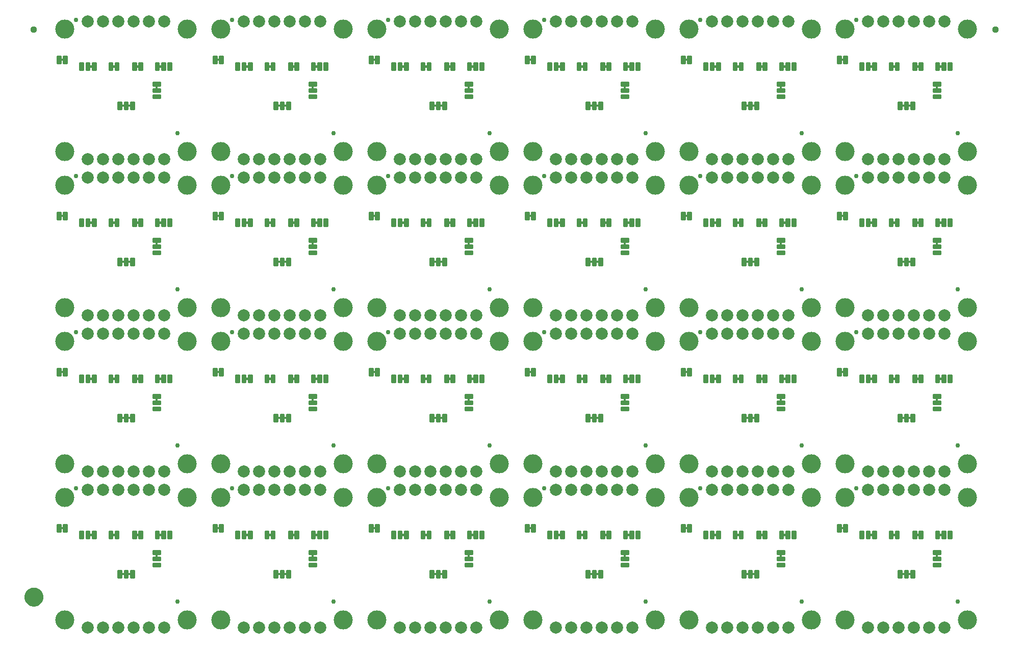
<source format=gbs>
G04 EAGLE Gerber RS-274X export*
G75*
%MOMM*%
%FSLAX34Y34*%
%LPD*%
%INSoldermask Bottom*%
%IPPOS*%
%AMOC8*
5,1,8,0,0,1.08239X$1,22.5*%
G01*
%ADD10C,0.228344*%
%ADD11C,3.175000*%
%ADD12C,2.006600*%
%ADD13C,0.762000*%
%ADD14C,1.127000*%
%ADD15C,1.270000*%
%ADD16C,1.627000*%

G36*
X1215455Y906792D02*
X1215455Y906792D01*
X1215521Y906794D01*
X1215564Y906812D01*
X1215611Y906820D01*
X1215668Y906854D01*
X1215728Y906879D01*
X1215763Y906910D01*
X1215804Y906935D01*
X1215846Y906986D01*
X1215894Y907030D01*
X1215916Y907072D01*
X1215945Y907109D01*
X1215966Y907171D01*
X1215997Y907230D01*
X1216005Y907284D01*
X1216017Y907321D01*
X1216016Y907361D01*
X1216024Y907415D01*
X1216024Y911225D01*
X1216013Y911290D01*
X1216011Y911356D01*
X1215993Y911399D01*
X1215985Y911446D01*
X1215951Y911503D01*
X1215926Y911563D01*
X1215895Y911598D01*
X1215870Y911639D01*
X1215819Y911681D01*
X1215775Y911729D01*
X1215733Y911751D01*
X1215696Y911780D01*
X1215634Y911801D01*
X1215575Y911832D01*
X1215521Y911840D01*
X1215484Y911852D01*
X1215444Y911851D01*
X1215390Y911859D01*
X1212850Y911859D01*
X1212785Y911848D01*
X1212719Y911846D01*
X1212676Y911828D01*
X1212629Y911820D01*
X1212572Y911786D01*
X1212512Y911761D01*
X1212477Y911730D01*
X1212436Y911705D01*
X1212395Y911654D01*
X1212346Y911610D01*
X1212324Y911568D01*
X1212295Y911531D01*
X1212274Y911469D01*
X1212243Y911410D01*
X1212235Y911356D01*
X1212223Y911319D01*
X1212223Y911315D01*
X1212223Y911314D01*
X1212224Y911279D01*
X1212216Y911225D01*
X1212216Y907415D01*
X1212227Y907350D01*
X1212229Y907284D01*
X1212247Y907241D01*
X1212255Y907194D01*
X1212289Y907137D01*
X1212314Y907077D01*
X1212345Y907042D01*
X1212370Y907001D01*
X1212421Y906960D01*
X1212465Y906911D01*
X1212507Y906889D01*
X1212544Y906860D01*
X1212606Y906839D01*
X1212665Y906808D01*
X1212719Y906800D01*
X1212756Y906788D01*
X1212796Y906789D01*
X1212850Y906781D01*
X1215390Y906781D01*
X1215455Y906792D01*
G37*
G36*
X697295Y906792D02*
X697295Y906792D01*
X697361Y906794D01*
X697404Y906812D01*
X697451Y906820D01*
X697508Y906854D01*
X697568Y906879D01*
X697603Y906910D01*
X697644Y906935D01*
X697686Y906986D01*
X697734Y907030D01*
X697756Y907072D01*
X697785Y907109D01*
X697806Y907171D01*
X697837Y907230D01*
X697845Y907284D01*
X697857Y907321D01*
X697856Y907361D01*
X697864Y907415D01*
X697864Y911225D01*
X697853Y911290D01*
X697851Y911356D01*
X697833Y911399D01*
X697825Y911446D01*
X697791Y911503D01*
X697766Y911563D01*
X697735Y911598D01*
X697710Y911639D01*
X697659Y911681D01*
X697615Y911729D01*
X697573Y911751D01*
X697536Y911780D01*
X697474Y911801D01*
X697415Y911832D01*
X697361Y911840D01*
X697324Y911852D01*
X697284Y911851D01*
X697230Y911859D01*
X694690Y911859D01*
X694625Y911848D01*
X694559Y911846D01*
X694516Y911828D01*
X694469Y911820D01*
X694412Y911786D01*
X694352Y911761D01*
X694317Y911730D01*
X694276Y911705D01*
X694235Y911654D01*
X694186Y911610D01*
X694164Y911568D01*
X694135Y911531D01*
X694114Y911469D01*
X694083Y911410D01*
X694075Y911356D01*
X694063Y911319D01*
X694063Y911315D01*
X694063Y911314D01*
X694064Y911279D01*
X694056Y911225D01*
X694056Y907415D01*
X694067Y907350D01*
X694069Y907284D01*
X694087Y907241D01*
X694095Y907194D01*
X694129Y907137D01*
X694154Y907077D01*
X694185Y907042D01*
X694210Y907001D01*
X694261Y906960D01*
X694305Y906911D01*
X694347Y906889D01*
X694384Y906860D01*
X694446Y906839D01*
X694505Y906808D01*
X694559Y906800D01*
X694596Y906788D01*
X694636Y906789D01*
X694690Y906781D01*
X697230Y906781D01*
X697295Y906792D01*
G37*
G36*
X956375Y906792D02*
X956375Y906792D01*
X956441Y906794D01*
X956484Y906812D01*
X956531Y906820D01*
X956588Y906854D01*
X956648Y906879D01*
X956683Y906910D01*
X956724Y906935D01*
X956766Y906986D01*
X956814Y907030D01*
X956836Y907072D01*
X956865Y907109D01*
X956886Y907171D01*
X956917Y907230D01*
X956925Y907284D01*
X956937Y907321D01*
X956936Y907361D01*
X956944Y907415D01*
X956944Y911225D01*
X956933Y911290D01*
X956931Y911356D01*
X956913Y911399D01*
X956905Y911446D01*
X956871Y911503D01*
X956846Y911563D01*
X956815Y911598D01*
X956790Y911639D01*
X956739Y911681D01*
X956695Y911729D01*
X956653Y911751D01*
X956616Y911780D01*
X956554Y911801D01*
X956495Y911832D01*
X956441Y911840D01*
X956404Y911852D01*
X956364Y911851D01*
X956310Y911859D01*
X953770Y911859D01*
X953705Y911848D01*
X953639Y911846D01*
X953596Y911828D01*
X953549Y911820D01*
X953492Y911786D01*
X953432Y911761D01*
X953397Y911730D01*
X953356Y911705D01*
X953315Y911654D01*
X953266Y911610D01*
X953244Y911568D01*
X953215Y911531D01*
X953194Y911469D01*
X953163Y911410D01*
X953155Y911356D01*
X953143Y911319D01*
X953143Y911315D01*
X953143Y911314D01*
X953144Y911279D01*
X953136Y911225D01*
X953136Y907415D01*
X953147Y907350D01*
X953149Y907284D01*
X953167Y907241D01*
X953175Y907194D01*
X953209Y907137D01*
X953234Y907077D01*
X953265Y907042D01*
X953290Y907001D01*
X953341Y906960D01*
X953385Y906911D01*
X953427Y906889D01*
X953464Y906860D01*
X953526Y906839D01*
X953585Y906808D01*
X953639Y906800D01*
X953676Y906788D01*
X953716Y906789D01*
X953770Y906781D01*
X956310Y906781D01*
X956375Y906792D01*
G37*
G36*
X1474535Y906792D02*
X1474535Y906792D01*
X1474601Y906794D01*
X1474644Y906812D01*
X1474691Y906820D01*
X1474748Y906854D01*
X1474808Y906879D01*
X1474843Y906910D01*
X1474884Y906935D01*
X1474926Y906986D01*
X1474974Y907030D01*
X1474996Y907072D01*
X1475025Y907109D01*
X1475046Y907171D01*
X1475077Y907230D01*
X1475085Y907284D01*
X1475097Y907321D01*
X1475096Y907361D01*
X1475104Y907415D01*
X1475104Y911225D01*
X1475093Y911290D01*
X1475091Y911356D01*
X1475073Y911399D01*
X1475065Y911446D01*
X1475031Y911503D01*
X1475006Y911563D01*
X1474975Y911598D01*
X1474950Y911639D01*
X1474899Y911681D01*
X1474855Y911729D01*
X1474813Y911751D01*
X1474776Y911780D01*
X1474714Y911801D01*
X1474655Y911832D01*
X1474601Y911840D01*
X1474564Y911852D01*
X1474524Y911851D01*
X1474470Y911859D01*
X1471930Y911859D01*
X1471865Y911848D01*
X1471799Y911846D01*
X1471756Y911828D01*
X1471709Y911820D01*
X1471652Y911786D01*
X1471592Y911761D01*
X1471557Y911730D01*
X1471516Y911705D01*
X1471475Y911654D01*
X1471426Y911610D01*
X1471404Y911568D01*
X1471375Y911531D01*
X1471354Y911469D01*
X1471323Y911410D01*
X1471315Y911356D01*
X1471303Y911319D01*
X1471303Y911315D01*
X1471303Y911314D01*
X1471304Y911279D01*
X1471296Y911225D01*
X1471296Y907415D01*
X1471307Y907350D01*
X1471309Y907284D01*
X1471327Y907241D01*
X1471335Y907194D01*
X1471369Y907137D01*
X1471394Y907077D01*
X1471425Y907042D01*
X1471450Y907001D01*
X1471501Y906960D01*
X1471545Y906911D01*
X1471587Y906889D01*
X1471624Y906860D01*
X1471686Y906839D01*
X1471745Y906808D01*
X1471799Y906800D01*
X1471836Y906788D01*
X1471876Y906789D01*
X1471930Y906781D01*
X1474470Y906781D01*
X1474535Y906792D01*
G37*
G36*
X179135Y906792D02*
X179135Y906792D01*
X179201Y906794D01*
X179244Y906812D01*
X179291Y906820D01*
X179348Y906854D01*
X179408Y906879D01*
X179443Y906910D01*
X179484Y906935D01*
X179526Y906986D01*
X179574Y907030D01*
X179596Y907072D01*
X179625Y907109D01*
X179646Y907171D01*
X179677Y907230D01*
X179685Y907284D01*
X179697Y907321D01*
X179696Y907361D01*
X179704Y907415D01*
X179704Y911225D01*
X179693Y911290D01*
X179691Y911356D01*
X179673Y911399D01*
X179665Y911446D01*
X179631Y911503D01*
X179606Y911563D01*
X179575Y911598D01*
X179550Y911639D01*
X179499Y911681D01*
X179455Y911729D01*
X179413Y911751D01*
X179376Y911780D01*
X179314Y911801D01*
X179255Y911832D01*
X179201Y911840D01*
X179164Y911852D01*
X179124Y911851D01*
X179070Y911859D01*
X176530Y911859D01*
X176465Y911848D01*
X176399Y911846D01*
X176356Y911828D01*
X176309Y911820D01*
X176252Y911786D01*
X176192Y911761D01*
X176157Y911730D01*
X176116Y911705D01*
X176075Y911654D01*
X176026Y911610D01*
X176004Y911568D01*
X175975Y911531D01*
X175954Y911469D01*
X175923Y911410D01*
X175915Y911356D01*
X175903Y911319D01*
X175903Y911315D01*
X175903Y911314D01*
X175904Y911279D01*
X175896Y911225D01*
X175896Y907415D01*
X175907Y907350D01*
X175909Y907284D01*
X175927Y907241D01*
X175935Y907194D01*
X175969Y907137D01*
X175994Y907077D01*
X176025Y907042D01*
X176050Y907001D01*
X176101Y906960D01*
X176145Y906911D01*
X176187Y906889D01*
X176224Y906860D01*
X176286Y906839D01*
X176345Y906808D01*
X176399Y906800D01*
X176436Y906788D01*
X176476Y906789D01*
X176530Y906781D01*
X179070Y906781D01*
X179135Y906792D01*
G37*
G36*
X438215Y129552D02*
X438215Y129552D01*
X438281Y129554D01*
X438324Y129572D01*
X438371Y129580D01*
X438428Y129614D01*
X438488Y129639D01*
X438523Y129670D01*
X438564Y129695D01*
X438606Y129746D01*
X438654Y129790D01*
X438676Y129832D01*
X438705Y129869D01*
X438726Y129931D01*
X438757Y129990D01*
X438765Y130044D01*
X438777Y130081D01*
X438776Y130121D01*
X438784Y130175D01*
X438784Y133985D01*
X438773Y134050D01*
X438771Y134116D01*
X438753Y134159D01*
X438745Y134206D01*
X438711Y134263D01*
X438686Y134323D01*
X438655Y134358D01*
X438630Y134399D01*
X438579Y134441D01*
X438535Y134489D01*
X438493Y134511D01*
X438456Y134540D01*
X438394Y134561D01*
X438335Y134592D01*
X438281Y134600D01*
X438244Y134612D01*
X438204Y134611D01*
X438150Y134619D01*
X435610Y134619D01*
X435545Y134608D01*
X435479Y134606D01*
X435436Y134588D01*
X435389Y134580D01*
X435332Y134546D01*
X435272Y134521D01*
X435237Y134490D01*
X435196Y134465D01*
X435155Y134414D01*
X435106Y134370D01*
X435084Y134328D01*
X435055Y134291D01*
X435034Y134229D01*
X435003Y134170D01*
X434995Y134116D01*
X434983Y134079D01*
X434983Y134075D01*
X434983Y134074D01*
X434984Y134039D01*
X434976Y133985D01*
X434976Y130175D01*
X434987Y130110D01*
X434989Y130044D01*
X435007Y130001D01*
X435015Y129954D01*
X435049Y129897D01*
X435074Y129837D01*
X435105Y129802D01*
X435130Y129761D01*
X435181Y129720D01*
X435225Y129671D01*
X435267Y129649D01*
X435304Y129620D01*
X435366Y129599D01*
X435425Y129568D01*
X435479Y129560D01*
X435516Y129548D01*
X435556Y129549D01*
X435610Y129541D01*
X438150Y129541D01*
X438215Y129552D01*
G37*
G36*
X438215Y906792D02*
X438215Y906792D01*
X438281Y906794D01*
X438324Y906812D01*
X438371Y906820D01*
X438428Y906854D01*
X438488Y906879D01*
X438523Y906910D01*
X438564Y906935D01*
X438606Y906986D01*
X438654Y907030D01*
X438676Y907072D01*
X438705Y907109D01*
X438726Y907171D01*
X438757Y907230D01*
X438765Y907284D01*
X438777Y907321D01*
X438776Y907361D01*
X438784Y907415D01*
X438784Y911225D01*
X438773Y911290D01*
X438771Y911356D01*
X438753Y911399D01*
X438745Y911446D01*
X438711Y911503D01*
X438686Y911563D01*
X438655Y911598D01*
X438630Y911639D01*
X438579Y911681D01*
X438535Y911729D01*
X438493Y911751D01*
X438456Y911780D01*
X438394Y911801D01*
X438335Y911832D01*
X438281Y911840D01*
X438244Y911852D01*
X438204Y911851D01*
X438150Y911859D01*
X435610Y911859D01*
X435545Y911848D01*
X435479Y911846D01*
X435436Y911828D01*
X435389Y911820D01*
X435332Y911786D01*
X435272Y911761D01*
X435237Y911730D01*
X435196Y911705D01*
X435155Y911654D01*
X435106Y911610D01*
X435084Y911568D01*
X435055Y911531D01*
X435034Y911469D01*
X435003Y911410D01*
X434995Y911356D01*
X434983Y911319D01*
X434983Y911315D01*
X434983Y911314D01*
X434984Y911279D01*
X434976Y911225D01*
X434976Y907415D01*
X434987Y907350D01*
X434989Y907284D01*
X435007Y907241D01*
X435015Y907194D01*
X435049Y907137D01*
X435074Y907077D01*
X435105Y907042D01*
X435130Y907001D01*
X435181Y906960D01*
X435225Y906911D01*
X435267Y906889D01*
X435304Y906860D01*
X435366Y906839D01*
X435425Y906808D01*
X435479Y906800D01*
X435516Y906788D01*
X435556Y906789D01*
X435610Y906781D01*
X438150Y906781D01*
X438215Y906792D01*
G37*
G36*
X1215455Y647712D02*
X1215455Y647712D01*
X1215521Y647714D01*
X1215564Y647732D01*
X1215611Y647740D01*
X1215668Y647774D01*
X1215728Y647799D01*
X1215763Y647830D01*
X1215804Y647855D01*
X1215846Y647906D01*
X1215894Y647950D01*
X1215916Y647992D01*
X1215945Y648029D01*
X1215966Y648091D01*
X1215997Y648150D01*
X1216005Y648204D01*
X1216017Y648241D01*
X1216016Y648281D01*
X1216024Y648335D01*
X1216024Y652145D01*
X1216013Y652210D01*
X1216011Y652276D01*
X1215993Y652319D01*
X1215985Y652366D01*
X1215951Y652423D01*
X1215926Y652483D01*
X1215895Y652518D01*
X1215870Y652559D01*
X1215819Y652601D01*
X1215775Y652649D01*
X1215733Y652671D01*
X1215696Y652700D01*
X1215634Y652721D01*
X1215575Y652752D01*
X1215521Y652760D01*
X1215484Y652772D01*
X1215444Y652771D01*
X1215390Y652779D01*
X1212850Y652779D01*
X1212785Y652768D01*
X1212719Y652766D01*
X1212676Y652748D01*
X1212629Y652740D01*
X1212572Y652706D01*
X1212512Y652681D01*
X1212477Y652650D01*
X1212436Y652625D01*
X1212395Y652574D01*
X1212346Y652530D01*
X1212324Y652488D01*
X1212295Y652451D01*
X1212274Y652389D01*
X1212243Y652330D01*
X1212235Y652276D01*
X1212223Y652239D01*
X1212223Y652235D01*
X1212223Y652234D01*
X1212224Y652199D01*
X1212216Y652145D01*
X1212216Y648335D01*
X1212227Y648270D01*
X1212229Y648204D01*
X1212247Y648161D01*
X1212255Y648114D01*
X1212289Y648057D01*
X1212314Y647997D01*
X1212345Y647962D01*
X1212370Y647921D01*
X1212421Y647880D01*
X1212465Y647831D01*
X1212507Y647809D01*
X1212544Y647780D01*
X1212606Y647759D01*
X1212665Y647728D01*
X1212719Y647720D01*
X1212756Y647708D01*
X1212796Y647709D01*
X1212850Y647701D01*
X1215390Y647701D01*
X1215455Y647712D01*
G37*
G36*
X438215Y647712D02*
X438215Y647712D01*
X438281Y647714D01*
X438324Y647732D01*
X438371Y647740D01*
X438428Y647774D01*
X438488Y647799D01*
X438523Y647830D01*
X438564Y647855D01*
X438606Y647906D01*
X438654Y647950D01*
X438676Y647992D01*
X438705Y648029D01*
X438726Y648091D01*
X438757Y648150D01*
X438765Y648204D01*
X438777Y648241D01*
X438776Y648281D01*
X438784Y648335D01*
X438784Y652145D01*
X438773Y652210D01*
X438771Y652276D01*
X438753Y652319D01*
X438745Y652366D01*
X438711Y652423D01*
X438686Y652483D01*
X438655Y652518D01*
X438630Y652559D01*
X438579Y652601D01*
X438535Y652649D01*
X438493Y652671D01*
X438456Y652700D01*
X438394Y652721D01*
X438335Y652752D01*
X438281Y652760D01*
X438244Y652772D01*
X438204Y652771D01*
X438150Y652779D01*
X435610Y652779D01*
X435545Y652768D01*
X435479Y652766D01*
X435436Y652748D01*
X435389Y652740D01*
X435332Y652706D01*
X435272Y652681D01*
X435237Y652650D01*
X435196Y652625D01*
X435155Y652574D01*
X435106Y652530D01*
X435084Y652488D01*
X435055Y652451D01*
X435034Y652389D01*
X435003Y652330D01*
X434995Y652276D01*
X434983Y652239D01*
X434983Y652235D01*
X434983Y652234D01*
X434984Y652199D01*
X434976Y652145D01*
X434976Y648335D01*
X434987Y648270D01*
X434989Y648204D01*
X435007Y648161D01*
X435015Y648114D01*
X435049Y648057D01*
X435074Y647997D01*
X435105Y647962D01*
X435130Y647921D01*
X435181Y647880D01*
X435225Y647831D01*
X435267Y647809D01*
X435304Y647780D01*
X435366Y647759D01*
X435425Y647728D01*
X435479Y647720D01*
X435516Y647708D01*
X435556Y647709D01*
X435610Y647701D01*
X438150Y647701D01*
X438215Y647712D01*
G37*
G36*
X1474535Y647712D02*
X1474535Y647712D01*
X1474601Y647714D01*
X1474644Y647732D01*
X1474691Y647740D01*
X1474748Y647774D01*
X1474808Y647799D01*
X1474843Y647830D01*
X1474884Y647855D01*
X1474926Y647906D01*
X1474974Y647950D01*
X1474996Y647992D01*
X1475025Y648029D01*
X1475046Y648091D01*
X1475077Y648150D01*
X1475085Y648204D01*
X1475097Y648241D01*
X1475096Y648281D01*
X1475104Y648335D01*
X1475104Y652145D01*
X1475093Y652210D01*
X1475091Y652276D01*
X1475073Y652319D01*
X1475065Y652366D01*
X1475031Y652423D01*
X1475006Y652483D01*
X1474975Y652518D01*
X1474950Y652559D01*
X1474899Y652601D01*
X1474855Y652649D01*
X1474813Y652671D01*
X1474776Y652700D01*
X1474714Y652721D01*
X1474655Y652752D01*
X1474601Y652760D01*
X1474564Y652772D01*
X1474524Y652771D01*
X1474470Y652779D01*
X1471930Y652779D01*
X1471865Y652768D01*
X1471799Y652766D01*
X1471756Y652748D01*
X1471709Y652740D01*
X1471652Y652706D01*
X1471592Y652681D01*
X1471557Y652650D01*
X1471516Y652625D01*
X1471475Y652574D01*
X1471426Y652530D01*
X1471404Y652488D01*
X1471375Y652451D01*
X1471354Y652389D01*
X1471323Y652330D01*
X1471315Y652276D01*
X1471303Y652239D01*
X1471303Y652235D01*
X1471303Y652234D01*
X1471304Y652199D01*
X1471296Y652145D01*
X1471296Y648335D01*
X1471307Y648270D01*
X1471309Y648204D01*
X1471327Y648161D01*
X1471335Y648114D01*
X1471369Y648057D01*
X1471394Y647997D01*
X1471425Y647962D01*
X1471450Y647921D01*
X1471501Y647880D01*
X1471545Y647831D01*
X1471587Y647809D01*
X1471624Y647780D01*
X1471686Y647759D01*
X1471745Y647728D01*
X1471799Y647720D01*
X1471836Y647708D01*
X1471876Y647709D01*
X1471930Y647701D01*
X1474470Y647701D01*
X1474535Y647712D01*
G37*
G36*
X697295Y647712D02*
X697295Y647712D01*
X697361Y647714D01*
X697404Y647732D01*
X697451Y647740D01*
X697508Y647774D01*
X697568Y647799D01*
X697603Y647830D01*
X697644Y647855D01*
X697686Y647906D01*
X697734Y647950D01*
X697756Y647992D01*
X697785Y648029D01*
X697806Y648091D01*
X697837Y648150D01*
X697845Y648204D01*
X697857Y648241D01*
X697856Y648281D01*
X697864Y648335D01*
X697864Y652145D01*
X697853Y652210D01*
X697851Y652276D01*
X697833Y652319D01*
X697825Y652366D01*
X697791Y652423D01*
X697766Y652483D01*
X697735Y652518D01*
X697710Y652559D01*
X697659Y652601D01*
X697615Y652649D01*
X697573Y652671D01*
X697536Y652700D01*
X697474Y652721D01*
X697415Y652752D01*
X697361Y652760D01*
X697324Y652772D01*
X697284Y652771D01*
X697230Y652779D01*
X694690Y652779D01*
X694625Y652768D01*
X694559Y652766D01*
X694516Y652748D01*
X694469Y652740D01*
X694412Y652706D01*
X694352Y652681D01*
X694317Y652650D01*
X694276Y652625D01*
X694235Y652574D01*
X694186Y652530D01*
X694164Y652488D01*
X694135Y652451D01*
X694114Y652389D01*
X694083Y652330D01*
X694075Y652276D01*
X694063Y652239D01*
X694063Y652235D01*
X694063Y652234D01*
X694064Y652199D01*
X694056Y652145D01*
X694056Y648335D01*
X694067Y648270D01*
X694069Y648204D01*
X694087Y648161D01*
X694095Y648114D01*
X694129Y648057D01*
X694154Y647997D01*
X694185Y647962D01*
X694210Y647921D01*
X694261Y647880D01*
X694305Y647831D01*
X694347Y647809D01*
X694384Y647780D01*
X694446Y647759D01*
X694505Y647728D01*
X694559Y647720D01*
X694596Y647708D01*
X694636Y647709D01*
X694690Y647701D01*
X697230Y647701D01*
X697295Y647712D01*
G37*
G36*
X956375Y647712D02*
X956375Y647712D01*
X956441Y647714D01*
X956484Y647732D01*
X956531Y647740D01*
X956588Y647774D01*
X956648Y647799D01*
X956683Y647830D01*
X956724Y647855D01*
X956766Y647906D01*
X956814Y647950D01*
X956836Y647992D01*
X956865Y648029D01*
X956886Y648091D01*
X956917Y648150D01*
X956925Y648204D01*
X956937Y648241D01*
X956936Y648281D01*
X956944Y648335D01*
X956944Y652145D01*
X956933Y652210D01*
X956931Y652276D01*
X956913Y652319D01*
X956905Y652366D01*
X956871Y652423D01*
X956846Y652483D01*
X956815Y652518D01*
X956790Y652559D01*
X956739Y652601D01*
X956695Y652649D01*
X956653Y652671D01*
X956616Y652700D01*
X956554Y652721D01*
X956495Y652752D01*
X956441Y652760D01*
X956404Y652772D01*
X956364Y652771D01*
X956310Y652779D01*
X953770Y652779D01*
X953705Y652768D01*
X953639Y652766D01*
X953596Y652748D01*
X953549Y652740D01*
X953492Y652706D01*
X953432Y652681D01*
X953397Y652650D01*
X953356Y652625D01*
X953315Y652574D01*
X953266Y652530D01*
X953244Y652488D01*
X953215Y652451D01*
X953194Y652389D01*
X953163Y652330D01*
X953155Y652276D01*
X953143Y652239D01*
X953143Y652235D01*
X953143Y652234D01*
X953144Y652199D01*
X953136Y652145D01*
X953136Y648335D01*
X953147Y648270D01*
X953149Y648204D01*
X953167Y648161D01*
X953175Y648114D01*
X953209Y648057D01*
X953234Y647997D01*
X953265Y647962D01*
X953290Y647921D01*
X953341Y647880D01*
X953385Y647831D01*
X953427Y647809D01*
X953464Y647780D01*
X953526Y647759D01*
X953585Y647728D01*
X953639Y647720D01*
X953676Y647708D01*
X953716Y647709D01*
X953770Y647701D01*
X956310Y647701D01*
X956375Y647712D01*
G37*
G36*
X179135Y647712D02*
X179135Y647712D01*
X179201Y647714D01*
X179244Y647732D01*
X179291Y647740D01*
X179348Y647774D01*
X179408Y647799D01*
X179443Y647830D01*
X179484Y647855D01*
X179526Y647906D01*
X179574Y647950D01*
X179596Y647992D01*
X179625Y648029D01*
X179646Y648091D01*
X179677Y648150D01*
X179685Y648204D01*
X179697Y648241D01*
X179696Y648281D01*
X179704Y648335D01*
X179704Y652145D01*
X179693Y652210D01*
X179691Y652276D01*
X179673Y652319D01*
X179665Y652366D01*
X179631Y652423D01*
X179606Y652483D01*
X179575Y652518D01*
X179550Y652559D01*
X179499Y652601D01*
X179455Y652649D01*
X179413Y652671D01*
X179376Y652700D01*
X179314Y652721D01*
X179255Y652752D01*
X179201Y652760D01*
X179164Y652772D01*
X179124Y652771D01*
X179070Y652779D01*
X176530Y652779D01*
X176465Y652768D01*
X176399Y652766D01*
X176356Y652748D01*
X176309Y652740D01*
X176252Y652706D01*
X176192Y652681D01*
X176157Y652650D01*
X176116Y652625D01*
X176075Y652574D01*
X176026Y652530D01*
X176004Y652488D01*
X175975Y652451D01*
X175954Y652389D01*
X175923Y652330D01*
X175915Y652276D01*
X175903Y652239D01*
X175903Y652235D01*
X175903Y652234D01*
X175904Y652199D01*
X175896Y652145D01*
X175896Y648335D01*
X175907Y648270D01*
X175909Y648204D01*
X175927Y648161D01*
X175935Y648114D01*
X175969Y648057D01*
X175994Y647997D01*
X176025Y647962D01*
X176050Y647921D01*
X176101Y647880D01*
X176145Y647831D01*
X176187Y647809D01*
X176224Y647780D01*
X176286Y647759D01*
X176345Y647728D01*
X176399Y647720D01*
X176436Y647708D01*
X176476Y647709D01*
X176530Y647701D01*
X179070Y647701D01*
X179135Y647712D01*
G37*
G36*
X1474535Y388632D02*
X1474535Y388632D01*
X1474601Y388634D01*
X1474644Y388652D01*
X1474691Y388660D01*
X1474748Y388694D01*
X1474808Y388719D01*
X1474843Y388750D01*
X1474884Y388775D01*
X1474926Y388826D01*
X1474974Y388870D01*
X1474996Y388912D01*
X1475025Y388949D01*
X1475046Y389011D01*
X1475077Y389070D01*
X1475085Y389124D01*
X1475097Y389161D01*
X1475096Y389201D01*
X1475104Y389255D01*
X1475104Y393065D01*
X1475093Y393130D01*
X1475091Y393196D01*
X1475073Y393239D01*
X1475065Y393286D01*
X1475031Y393343D01*
X1475006Y393403D01*
X1474975Y393438D01*
X1474950Y393479D01*
X1474899Y393521D01*
X1474855Y393569D01*
X1474813Y393591D01*
X1474776Y393620D01*
X1474714Y393641D01*
X1474655Y393672D01*
X1474601Y393680D01*
X1474564Y393692D01*
X1474524Y393691D01*
X1474470Y393699D01*
X1471930Y393699D01*
X1471865Y393688D01*
X1471799Y393686D01*
X1471756Y393668D01*
X1471709Y393660D01*
X1471652Y393626D01*
X1471592Y393601D01*
X1471557Y393570D01*
X1471516Y393545D01*
X1471475Y393494D01*
X1471426Y393450D01*
X1471404Y393408D01*
X1471375Y393371D01*
X1471354Y393309D01*
X1471323Y393250D01*
X1471315Y393196D01*
X1471303Y393159D01*
X1471303Y393155D01*
X1471303Y393154D01*
X1471304Y393119D01*
X1471296Y393065D01*
X1471296Y389255D01*
X1471307Y389190D01*
X1471309Y389124D01*
X1471327Y389081D01*
X1471335Y389034D01*
X1471369Y388977D01*
X1471394Y388917D01*
X1471425Y388882D01*
X1471450Y388841D01*
X1471501Y388800D01*
X1471545Y388751D01*
X1471587Y388729D01*
X1471624Y388700D01*
X1471686Y388679D01*
X1471745Y388648D01*
X1471799Y388640D01*
X1471836Y388628D01*
X1471876Y388629D01*
X1471930Y388621D01*
X1474470Y388621D01*
X1474535Y388632D01*
G37*
G36*
X1215455Y388632D02*
X1215455Y388632D01*
X1215521Y388634D01*
X1215564Y388652D01*
X1215611Y388660D01*
X1215668Y388694D01*
X1215728Y388719D01*
X1215763Y388750D01*
X1215804Y388775D01*
X1215846Y388826D01*
X1215894Y388870D01*
X1215916Y388912D01*
X1215945Y388949D01*
X1215966Y389011D01*
X1215997Y389070D01*
X1216005Y389124D01*
X1216017Y389161D01*
X1216016Y389201D01*
X1216024Y389255D01*
X1216024Y393065D01*
X1216013Y393130D01*
X1216011Y393196D01*
X1215993Y393239D01*
X1215985Y393286D01*
X1215951Y393343D01*
X1215926Y393403D01*
X1215895Y393438D01*
X1215870Y393479D01*
X1215819Y393521D01*
X1215775Y393569D01*
X1215733Y393591D01*
X1215696Y393620D01*
X1215634Y393641D01*
X1215575Y393672D01*
X1215521Y393680D01*
X1215484Y393692D01*
X1215444Y393691D01*
X1215390Y393699D01*
X1212850Y393699D01*
X1212785Y393688D01*
X1212719Y393686D01*
X1212676Y393668D01*
X1212629Y393660D01*
X1212572Y393626D01*
X1212512Y393601D01*
X1212477Y393570D01*
X1212436Y393545D01*
X1212395Y393494D01*
X1212346Y393450D01*
X1212324Y393408D01*
X1212295Y393371D01*
X1212274Y393309D01*
X1212243Y393250D01*
X1212235Y393196D01*
X1212223Y393159D01*
X1212223Y393155D01*
X1212223Y393154D01*
X1212224Y393119D01*
X1212216Y393065D01*
X1212216Y389255D01*
X1212227Y389190D01*
X1212229Y389124D01*
X1212247Y389081D01*
X1212255Y389034D01*
X1212289Y388977D01*
X1212314Y388917D01*
X1212345Y388882D01*
X1212370Y388841D01*
X1212421Y388800D01*
X1212465Y388751D01*
X1212507Y388729D01*
X1212544Y388700D01*
X1212606Y388679D01*
X1212665Y388648D01*
X1212719Y388640D01*
X1212756Y388628D01*
X1212796Y388629D01*
X1212850Y388621D01*
X1215390Y388621D01*
X1215455Y388632D01*
G37*
G36*
X179135Y388632D02*
X179135Y388632D01*
X179201Y388634D01*
X179244Y388652D01*
X179291Y388660D01*
X179348Y388694D01*
X179408Y388719D01*
X179443Y388750D01*
X179484Y388775D01*
X179526Y388826D01*
X179574Y388870D01*
X179596Y388912D01*
X179625Y388949D01*
X179646Y389011D01*
X179677Y389070D01*
X179685Y389124D01*
X179697Y389161D01*
X179696Y389201D01*
X179704Y389255D01*
X179704Y393065D01*
X179693Y393130D01*
X179691Y393196D01*
X179673Y393239D01*
X179665Y393286D01*
X179631Y393343D01*
X179606Y393403D01*
X179575Y393438D01*
X179550Y393479D01*
X179499Y393521D01*
X179455Y393569D01*
X179413Y393591D01*
X179376Y393620D01*
X179314Y393641D01*
X179255Y393672D01*
X179201Y393680D01*
X179164Y393692D01*
X179124Y393691D01*
X179070Y393699D01*
X176530Y393699D01*
X176465Y393688D01*
X176399Y393686D01*
X176356Y393668D01*
X176309Y393660D01*
X176252Y393626D01*
X176192Y393601D01*
X176157Y393570D01*
X176116Y393545D01*
X176075Y393494D01*
X176026Y393450D01*
X176004Y393408D01*
X175975Y393371D01*
X175954Y393309D01*
X175923Y393250D01*
X175915Y393196D01*
X175903Y393159D01*
X175903Y393155D01*
X175903Y393154D01*
X175904Y393119D01*
X175896Y393065D01*
X175896Y389255D01*
X175907Y389190D01*
X175909Y389124D01*
X175927Y389081D01*
X175935Y389034D01*
X175969Y388977D01*
X175994Y388917D01*
X176025Y388882D01*
X176050Y388841D01*
X176101Y388800D01*
X176145Y388751D01*
X176187Y388729D01*
X176224Y388700D01*
X176286Y388679D01*
X176345Y388648D01*
X176399Y388640D01*
X176436Y388628D01*
X176476Y388629D01*
X176530Y388621D01*
X179070Y388621D01*
X179135Y388632D01*
G37*
G36*
X697295Y388632D02*
X697295Y388632D01*
X697361Y388634D01*
X697404Y388652D01*
X697451Y388660D01*
X697508Y388694D01*
X697568Y388719D01*
X697603Y388750D01*
X697644Y388775D01*
X697686Y388826D01*
X697734Y388870D01*
X697756Y388912D01*
X697785Y388949D01*
X697806Y389011D01*
X697837Y389070D01*
X697845Y389124D01*
X697857Y389161D01*
X697856Y389201D01*
X697864Y389255D01*
X697864Y393065D01*
X697853Y393130D01*
X697851Y393196D01*
X697833Y393239D01*
X697825Y393286D01*
X697791Y393343D01*
X697766Y393403D01*
X697735Y393438D01*
X697710Y393479D01*
X697659Y393521D01*
X697615Y393569D01*
X697573Y393591D01*
X697536Y393620D01*
X697474Y393641D01*
X697415Y393672D01*
X697361Y393680D01*
X697324Y393692D01*
X697284Y393691D01*
X697230Y393699D01*
X694690Y393699D01*
X694625Y393688D01*
X694559Y393686D01*
X694516Y393668D01*
X694469Y393660D01*
X694412Y393626D01*
X694352Y393601D01*
X694317Y393570D01*
X694276Y393545D01*
X694235Y393494D01*
X694186Y393450D01*
X694164Y393408D01*
X694135Y393371D01*
X694114Y393309D01*
X694083Y393250D01*
X694075Y393196D01*
X694063Y393159D01*
X694063Y393155D01*
X694063Y393154D01*
X694064Y393119D01*
X694056Y393065D01*
X694056Y389255D01*
X694067Y389190D01*
X694069Y389124D01*
X694087Y389081D01*
X694095Y389034D01*
X694129Y388977D01*
X694154Y388917D01*
X694185Y388882D01*
X694210Y388841D01*
X694261Y388800D01*
X694305Y388751D01*
X694347Y388729D01*
X694384Y388700D01*
X694446Y388679D01*
X694505Y388648D01*
X694559Y388640D01*
X694596Y388628D01*
X694636Y388629D01*
X694690Y388621D01*
X697230Y388621D01*
X697295Y388632D01*
G37*
G36*
X956375Y388632D02*
X956375Y388632D01*
X956441Y388634D01*
X956484Y388652D01*
X956531Y388660D01*
X956588Y388694D01*
X956648Y388719D01*
X956683Y388750D01*
X956724Y388775D01*
X956766Y388826D01*
X956814Y388870D01*
X956836Y388912D01*
X956865Y388949D01*
X956886Y389011D01*
X956917Y389070D01*
X956925Y389124D01*
X956937Y389161D01*
X956936Y389201D01*
X956944Y389255D01*
X956944Y393065D01*
X956933Y393130D01*
X956931Y393196D01*
X956913Y393239D01*
X956905Y393286D01*
X956871Y393343D01*
X956846Y393403D01*
X956815Y393438D01*
X956790Y393479D01*
X956739Y393521D01*
X956695Y393569D01*
X956653Y393591D01*
X956616Y393620D01*
X956554Y393641D01*
X956495Y393672D01*
X956441Y393680D01*
X956404Y393692D01*
X956364Y393691D01*
X956310Y393699D01*
X953770Y393699D01*
X953705Y393688D01*
X953639Y393686D01*
X953596Y393668D01*
X953549Y393660D01*
X953492Y393626D01*
X953432Y393601D01*
X953397Y393570D01*
X953356Y393545D01*
X953315Y393494D01*
X953266Y393450D01*
X953244Y393408D01*
X953215Y393371D01*
X953194Y393309D01*
X953163Y393250D01*
X953155Y393196D01*
X953143Y393159D01*
X953143Y393155D01*
X953143Y393154D01*
X953144Y393119D01*
X953136Y393065D01*
X953136Y389255D01*
X953147Y389190D01*
X953149Y389124D01*
X953167Y389081D01*
X953175Y389034D01*
X953209Y388977D01*
X953234Y388917D01*
X953265Y388882D01*
X953290Y388841D01*
X953341Y388800D01*
X953385Y388751D01*
X953427Y388729D01*
X953464Y388700D01*
X953526Y388679D01*
X953585Y388648D01*
X953639Y388640D01*
X953676Y388628D01*
X953716Y388629D01*
X953770Y388621D01*
X956310Y388621D01*
X956375Y388632D01*
G37*
G36*
X438215Y388632D02*
X438215Y388632D01*
X438281Y388634D01*
X438324Y388652D01*
X438371Y388660D01*
X438428Y388694D01*
X438488Y388719D01*
X438523Y388750D01*
X438564Y388775D01*
X438606Y388826D01*
X438654Y388870D01*
X438676Y388912D01*
X438705Y388949D01*
X438726Y389011D01*
X438757Y389070D01*
X438765Y389124D01*
X438777Y389161D01*
X438776Y389201D01*
X438784Y389255D01*
X438784Y393065D01*
X438773Y393130D01*
X438771Y393196D01*
X438753Y393239D01*
X438745Y393286D01*
X438711Y393343D01*
X438686Y393403D01*
X438655Y393438D01*
X438630Y393479D01*
X438579Y393521D01*
X438535Y393569D01*
X438493Y393591D01*
X438456Y393620D01*
X438394Y393641D01*
X438335Y393672D01*
X438281Y393680D01*
X438244Y393692D01*
X438204Y393691D01*
X438150Y393699D01*
X435610Y393699D01*
X435545Y393688D01*
X435479Y393686D01*
X435436Y393668D01*
X435389Y393660D01*
X435332Y393626D01*
X435272Y393601D01*
X435237Y393570D01*
X435196Y393545D01*
X435155Y393494D01*
X435106Y393450D01*
X435084Y393408D01*
X435055Y393371D01*
X435034Y393309D01*
X435003Y393250D01*
X434995Y393196D01*
X434983Y393159D01*
X434983Y393155D01*
X434983Y393154D01*
X434984Y393119D01*
X434976Y393065D01*
X434976Y389255D01*
X434987Y389190D01*
X434989Y389124D01*
X435007Y389081D01*
X435015Y389034D01*
X435049Y388977D01*
X435074Y388917D01*
X435105Y388882D01*
X435130Y388841D01*
X435181Y388800D01*
X435225Y388751D01*
X435267Y388729D01*
X435304Y388700D01*
X435366Y388679D01*
X435425Y388648D01*
X435479Y388640D01*
X435516Y388628D01*
X435556Y388629D01*
X435610Y388621D01*
X438150Y388621D01*
X438215Y388632D01*
G37*
G36*
X697295Y129552D02*
X697295Y129552D01*
X697361Y129554D01*
X697404Y129572D01*
X697451Y129580D01*
X697508Y129614D01*
X697568Y129639D01*
X697603Y129670D01*
X697644Y129695D01*
X697686Y129746D01*
X697734Y129790D01*
X697756Y129832D01*
X697785Y129869D01*
X697806Y129931D01*
X697837Y129990D01*
X697845Y130044D01*
X697857Y130081D01*
X697856Y130121D01*
X697864Y130175D01*
X697864Y133985D01*
X697853Y134050D01*
X697851Y134116D01*
X697833Y134159D01*
X697825Y134206D01*
X697791Y134263D01*
X697766Y134323D01*
X697735Y134358D01*
X697710Y134399D01*
X697659Y134441D01*
X697615Y134489D01*
X697573Y134511D01*
X697536Y134540D01*
X697474Y134561D01*
X697415Y134592D01*
X697361Y134600D01*
X697324Y134612D01*
X697284Y134611D01*
X697230Y134619D01*
X694690Y134619D01*
X694625Y134608D01*
X694559Y134606D01*
X694516Y134588D01*
X694469Y134580D01*
X694412Y134546D01*
X694352Y134521D01*
X694317Y134490D01*
X694276Y134465D01*
X694235Y134414D01*
X694186Y134370D01*
X694164Y134328D01*
X694135Y134291D01*
X694114Y134229D01*
X694083Y134170D01*
X694075Y134116D01*
X694063Y134079D01*
X694063Y134075D01*
X694063Y134074D01*
X694064Y134039D01*
X694056Y133985D01*
X694056Y130175D01*
X694067Y130110D01*
X694069Y130044D01*
X694087Y130001D01*
X694095Y129954D01*
X694129Y129897D01*
X694154Y129837D01*
X694185Y129802D01*
X694210Y129761D01*
X694261Y129720D01*
X694305Y129671D01*
X694347Y129649D01*
X694384Y129620D01*
X694446Y129599D01*
X694505Y129568D01*
X694559Y129560D01*
X694596Y129548D01*
X694636Y129549D01*
X694690Y129541D01*
X697230Y129541D01*
X697295Y129552D01*
G37*
G36*
X1215455Y129552D02*
X1215455Y129552D01*
X1215521Y129554D01*
X1215564Y129572D01*
X1215611Y129580D01*
X1215668Y129614D01*
X1215728Y129639D01*
X1215763Y129670D01*
X1215804Y129695D01*
X1215846Y129746D01*
X1215894Y129790D01*
X1215916Y129832D01*
X1215945Y129869D01*
X1215966Y129931D01*
X1215997Y129990D01*
X1216005Y130044D01*
X1216017Y130081D01*
X1216016Y130121D01*
X1216024Y130175D01*
X1216024Y133985D01*
X1216013Y134050D01*
X1216011Y134116D01*
X1215993Y134159D01*
X1215985Y134206D01*
X1215951Y134263D01*
X1215926Y134323D01*
X1215895Y134358D01*
X1215870Y134399D01*
X1215819Y134441D01*
X1215775Y134489D01*
X1215733Y134511D01*
X1215696Y134540D01*
X1215634Y134561D01*
X1215575Y134592D01*
X1215521Y134600D01*
X1215484Y134612D01*
X1215444Y134611D01*
X1215390Y134619D01*
X1212850Y134619D01*
X1212785Y134608D01*
X1212719Y134606D01*
X1212676Y134588D01*
X1212629Y134580D01*
X1212572Y134546D01*
X1212512Y134521D01*
X1212477Y134490D01*
X1212436Y134465D01*
X1212395Y134414D01*
X1212346Y134370D01*
X1212324Y134328D01*
X1212295Y134291D01*
X1212274Y134229D01*
X1212243Y134170D01*
X1212235Y134116D01*
X1212223Y134079D01*
X1212223Y134075D01*
X1212223Y134074D01*
X1212224Y134039D01*
X1212216Y133985D01*
X1212216Y130175D01*
X1212227Y130110D01*
X1212229Y130044D01*
X1212247Y130001D01*
X1212255Y129954D01*
X1212289Y129897D01*
X1212314Y129837D01*
X1212345Y129802D01*
X1212370Y129761D01*
X1212421Y129720D01*
X1212465Y129671D01*
X1212507Y129649D01*
X1212544Y129620D01*
X1212606Y129599D01*
X1212665Y129568D01*
X1212719Y129560D01*
X1212756Y129548D01*
X1212796Y129549D01*
X1212850Y129541D01*
X1215390Y129541D01*
X1215455Y129552D01*
G37*
G36*
X956375Y129552D02*
X956375Y129552D01*
X956441Y129554D01*
X956484Y129572D01*
X956531Y129580D01*
X956588Y129614D01*
X956648Y129639D01*
X956683Y129670D01*
X956724Y129695D01*
X956766Y129746D01*
X956814Y129790D01*
X956836Y129832D01*
X956865Y129869D01*
X956886Y129931D01*
X956917Y129990D01*
X956925Y130044D01*
X956937Y130081D01*
X956936Y130121D01*
X956944Y130175D01*
X956944Y133985D01*
X956933Y134050D01*
X956931Y134116D01*
X956913Y134159D01*
X956905Y134206D01*
X956871Y134263D01*
X956846Y134323D01*
X956815Y134358D01*
X956790Y134399D01*
X956739Y134441D01*
X956695Y134489D01*
X956653Y134511D01*
X956616Y134540D01*
X956554Y134561D01*
X956495Y134592D01*
X956441Y134600D01*
X956404Y134612D01*
X956364Y134611D01*
X956310Y134619D01*
X953770Y134619D01*
X953705Y134608D01*
X953639Y134606D01*
X953596Y134588D01*
X953549Y134580D01*
X953492Y134546D01*
X953432Y134521D01*
X953397Y134490D01*
X953356Y134465D01*
X953315Y134414D01*
X953266Y134370D01*
X953244Y134328D01*
X953215Y134291D01*
X953194Y134229D01*
X953163Y134170D01*
X953155Y134116D01*
X953143Y134079D01*
X953143Y134075D01*
X953143Y134074D01*
X953144Y134039D01*
X953136Y133985D01*
X953136Y130175D01*
X953147Y130110D01*
X953149Y130044D01*
X953167Y130001D01*
X953175Y129954D01*
X953209Y129897D01*
X953234Y129837D01*
X953265Y129802D01*
X953290Y129761D01*
X953341Y129720D01*
X953385Y129671D01*
X953427Y129649D01*
X953464Y129620D01*
X953526Y129599D01*
X953585Y129568D01*
X953639Y129560D01*
X953676Y129548D01*
X953716Y129549D01*
X953770Y129541D01*
X956310Y129541D01*
X956375Y129552D01*
G37*
G36*
X1474535Y129552D02*
X1474535Y129552D01*
X1474601Y129554D01*
X1474644Y129572D01*
X1474691Y129580D01*
X1474748Y129614D01*
X1474808Y129639D01*
X1474843Y129670D01*
X1474884Y129695D01*
X1474926Y129746D01*
X1474974Y129790D01*
X1474996Y129832D01*
X1475025Y129869D01*
X1475046Y129931D01*
X1475077Y129990D01*
X1475085Y130044D01*
X1475097Y130081D01*
X1475096Y130121D01*
X1475104Y130175D01*
X1475104Y133985D01*
X1475093Y134050D01*
X1475091Y134116D01*
X1475073Y134159D01*
X1475065Y134206D01*
X1475031Y134263D01*
X1475006Y134323D01*
X1474975Y134358D01*
X1474950Y134399D01*
X1474899Y134441D01*
X1474855Y134489D01*
X1474813Y134511D01*
X1474776Y134540D01*
X1474714Y134561D01*
X1474655Y134592D01*
X1474601Y134600D01*
X1474564Y134612D01*
X1474524Y134611D01*
X1474470Y134619D01*
X1471930Y134619D01*
X1471865Y134608D01*
X1471799Y134606D01*
X1471756Y134588D01*
X1471709Y134580D01*
X1471652Y134546D01*
X1471592Y134521D01*
X1471557Y134490D01*
X1471516Y134465D01*
X1471475Y134414D01*
X1471426Y134370D01*
X1471404Y134328D01*
X1471375Y134291D01*
X1471354Y134229D01*
X1471323Y134170D01*
X1471315Y134116D01*
X1471303Y134079D01*
X1471303Y134075D01*
X1471303Y134074D01*
X1471304Y134039D01*
X1471296Y133985D01*
X1471296Y130175D01*
X1471307Y130110D01*
X1471309Y130044D01*
X1471327Y130001D01*
X1471335Y129954D01*
X1471369Y129897D01*
X1471394Y129837D01*
X1471425Y129802D01*
X1471450Y129761D01*
X1471501Y129720D01*
X1471545Y129671D01*
X1471587Y129649D01*
X1471624Y129620D01*
X1471686Y129599D01*
X1471745Y129568D01*
X1471799Y129560D01*
X1471836Y129548D01*
X1471876Y129549D01*
X1471930Y129541D01*
X1474470Y129541D01*
X1474535Y129552D01*
G37*
G36*
X179135Y129552D02*
X179135Y129552D01*
X179201Y129554D01*
X179244Y129572D01*
X179291Y129580D01*
X179348Y129614D01*
X179408Y129639D01*
X179443Y129670D01*
X179484Y129695D01*
X179526Y129746D01*
X179574Y129790D01*
X179596Y129832D01*
X179625Y129869D01*
X179646Y129931D01*
X179677Y129990D01*
X179685Y130044D01*
X179697Y130081D01*
X179696Y130121D01*
X179704Y130175D01*
X179704Y133985D01*
X179693Y134050D01*
X179691Y134116D01*
X179673Y134159D01*
X179665Y134206D01*
X179631Y134263D01*
X179606Y134323D01*
X179575Y134358D01*
X179550Y134399D01*
X179499Y134441D01*
X179455Y134489D01*
X179413Y134511D01*
X179376Y134540D01*
X179314Y134561D01*
X179255Y134592D01*
X179201Y134600D01*
X179164Y134612D01*
X179124Y134611D01*
X179070Y134619D01*
X176530Y134619D01*
X176465Y134608D01*
X176399Y134606D01*
X176356Y134588D01*
X176309Y134580D01*
X176252Y134546D01*
X176192Y134521D01*
X176157Y134490D01*
X176116Y134465D01*
X176075Y134414D01*
X176026Y134370D01*
X176004Y134328D01*
X175975Y134291D01*
X175954Y134229D01*
X175923Y134170D01*
X175915Y134116D01*
X175903Y134079D01*
X175903Y134075D01*
X175903Y134074D01*
X175904Y134039D01*
X175896Y133985D01*
X175896Y130175D01*
X175907Y130110D01*
X175909Y130044D01*
X175927Y130001D01*
X175935Y129954D01*
X175969Y129897D01*
X175994Y129837D01*
X176025Y129802D01*
X176050Y129761D01*
X176101Y129720D01*
X176145Y129671D01*
X176187Y129649D01*
X176224Y129620D01*
X176286Y129599D01*
X176345Y129568D01*
X176399Y129560D01*
X176436Y129548D01*
X176476Y129549D01*
X176530Y129541D01*
X179070Y129541D01*
X179135Y129552D01*
G37*
G36*
X281878Y694067D02*
X281878Y694067D01*
X281944Y694069D01*
X281987Y694087D01*
X282034Y694095D01*
X282091Y694129D01*
X282151Y694154D01*
X282186Y694185D01*
X282227Y694210D01*
X282269Y694261D01*
X282317Y694305D01*
X282339Y694347D01*
X282368Y694384D01*
X282389Y694446D01*
X282420Y694505D01*
X282428Y694559D01*
X282440Y694596D01*
X282439Y694636D01*
X282447Y694690D01*
X282447Y697230D01*
X282436Y697295D01*
X282434Y697361D01*
X282416Y697404D01*
X282408Y697451D01*
X282374Y697508D01*
X282349Y697568D01*
X282318Y697603D01*
X282293Y697644D01*
X282242Y697686D01*
X282198Y697734D01*
X282156Y697756D01*
X282119Y697785D01*
X282057Y697806D01*
X281998Y697837D01*
X281944Y697845D01*
X281907Y697857D01*
X281867Y697856D01*
X281813Y697864D01*
X278003Y697864D01*
X277938Y697853D01*
X277872Y697851D01*
X277829Y697833D01*
X277782Y697825D01*
X277725Y697791D01*
X277665Y697766D01*
X277630Y697735D01*
X277589Y697710D01*
X277548Y697659D01*
X277499Y697615D01*
X277477Y697573D01*
X277448Y697536D01*
X277427Y697474D01*
X277396Y697415D01*
X277388Y697361D01*
X277376Y697324D01*
X277376Y697321D01*
X277377Y697284D01*
X277369Y697230D01*
X277369Y694690D01*
X277380Y694625D01*
X277382Y694559D01*
X277400Y694516D01*
X277408Y694469D01*
X277442Y694412D01*
X277467Y694352D01*
X277498Y694317D01*
X277523Y694276D01*
X277574Y694235D01*
X277618Y694186D01*
X277660Y694164D01*
X277697Y694135D01*
X277759Y694114D01*
X277818Y694083D01*
X277872Y694075D01*
X277909Y694063D01*
X277949Y694064D01*
X278003Y694056D01*
X281813Y694056D01*
X281878Y694067D01*
G37*
G36*
X393130Y876947D02*
X393130Y876947D01*
X393196Y876949D01*
X393239Y876967D01*
X393286Y876975D01*
X393343Y877009D01*
X393403Y877034D01*
X393438Y877065D01*
X393479Y877090D01*
X393521Y877141D01*
X393569Y877185D01*
X393591Y877227D01*
X393620Y877264D01*
X393641Y877326D01*
X393672Y877385D01*
X393680Y877439D01*
X393692Y877476D01*
X393691Y877516D01*
X393699Y877570D01*
X393699Y880110D01*
X393688Y880175D01*
X393686Y880241D01*
X393668Y880284D01*
X393660Y880331D01*
X393626Y880388D01*
X393601Y880448D01*
X393570Y880483D01*
X393545Y880524D01*
X393494Y880566D01*
X393450Y880614D01*
X393408Y880636D01*
X393371Y880665D01*
X393309Y880686D01*
X393250Y880717D01*
X393196Y880725D01*
X393159Y880737D01*
X393119Y880736D01*
X393065Y880744D01*
X389255Y880744D01*
X389190Y880733D01*
X389124Y880731D01*
X389081Y880713D01*
X389034Y880705D01*
X388977Y880671D01*
X388917Y880646D01*
X388882Y880615D01*
X388841Y880590D01*
X388800Y880539D01*
X388751Y880495D01*
X388729Y880453D01*
X388700Y880416D01*
X388679Y880354D01*
X388648Y880295D01*
X388640Y880241D01*
X388628Y880204D01*
X388628Y880201D01*
X388629Y880164D01*
X388621Y880110D01*
X388621Y877570D01*
X388632Y877505D01*
X388634Y877439D01*
X388652Y877396D01*
X388660Y877349D01*
X388694Y877292D01*
X388719Y877232D01*
X388750Y877197D01*
X388775Y877156D01*
X388826Y877115D01*
X388870Y877066D01*
X388912Y877044D01*
X388949Y877015D01*
X389011Y876994D01*
X389070Y876963D01*
X389124Y876955D01*
X389161Y876943D01*
X389201Y876944D01*
X389255Y876936D01*
X393065Y876936D01*
X393130Y876947D01*
G37*
G36*
X800038Y694067D02*
X800038Y694067D01*
X800104Y694069D01*
X800147Y694087D01*
X800194Y694095D01*
X800251Y694129D01*
X800311Y694154D01*
X800346Y694185D01*
X800387Y694210D01*
X800429Y694261D01*
X800477Y694305D01*
X800499Y694347D01*
X800528Y694384D01*
X800549Y694446D01*
X800580Y694505D01*
X800588Y694559D01*
X800600Y694596D01*
X800599Y694636D01*
X800607Y694690D01*
X800607Y697230D01*
X800596Y697295D01*
X800594Y697361D01*
X800576Y697404D01*
X800568Y697451D01*
X800534Y697508D01*
X800509Y697568D01*
X800478Y697603D01*
X800453Y697644D01*
X800402Y697686D01*
X800358Y697734D01*
X800316Y697756D01*
X800279Y697785D01*
X800217Y697806D01*
X800158Y697837D01*
X800104Y697845D01*
X800067Y697857D01*
X800027Y697856D01*
X799973Y697864D01*
X796163Y697864D01*
X796098Y697853D01*
X796032Y697851D01*
X795989Y697833D01*
X795942Y697825D01*
X795885Y697791D01*
X795825Y697766D01*
X795790Y697735D01*
X795749Y697710D01*
X795708Y697659D01*
X795659Y697615D01*
X795637Y697573D01*
X795608Y697536D01*
X795587Y697474D01*
X795556Y697415D01*
X795548Y697361D01*
X795536Y697324D01*
X795536Y697321D01*
X795537Y697284D01*
X795529Y697230D01*
X795529Y694690D01*
X795540Y694625D01*
X795542Y694559D01*
X795560Y694516D01*
X795568Y694469D01*
X795602Y694412D01*
X795627Y694352D01*
X795658Y694317D01*
X795683Y694276D01*
X795734Y694235D01*
X795778Y694186D01*
X795820Y694164D01*
X795857Y694135D01*
X795919Y694114D01*
X795978Y694083D01*
X796032Y694075D01*
X796069Y694063D01*
X796109Y694064D01*
X796163Y694056D01*
X799973Y694056D01*
X800038Y694067D01*
G37*
G36*
X382970Y876947D02*
X382970Y876947D01*
X383036Y876949D01*
X383079Y876967D01*
X383126Y876975D01*
X383183Y877009D01*
X383243Y877034D01*
X383278Y877065D01*
X383319Y877090D01*
X383361Y877141D01*
X383409Y877185D01*
X383431Y877227D01*
X383460Y877264D01*
X383481Y877326D01*
X383512Y877385D01*
X383520Y877439D01*
X383532Y877476D01*
X383531Y877516D01*
X383539Y877570D01*
X383539Y880110D01*
X383528Y880175D01*
X383526Y880241D01*
X383508Y880284D01*
X383500Y880331D01*
X383466Y880388D01*
X383441Y880448D01*
X383410Y880483D01*
X383385Y880524D01*
X383334Y880566D01*
X383290Y880614D01*
X383248Y880636D01*
X383211Y880665D01*
X383149Y880686D01*
X383090Y880717D01*
X383036Y880725D01*
X382999Y880737D01*
X382959Y880736D01*
X382905Y880744D01*
X379095Y880744D01*
X379030Y880733D01*
X378964Y880731D01*
X378921Y880713D01*
X378874Y880705D01*
X378817Y880671D01*
X378757Y880646D01*
X378722Y880615D01*
X378681Y880590D01*
X378640Y880539D01*
X378591Y880495D01*
X378569Y880453D01*
X378540Y880416D01*
X378519Y880354D01*
X378488Y880295D01*
X378480Y880241D01*
X378468Y880204D01*
X378468Y880201D01*
X378469Y880164D01*
X378461Y880110D01*
X378461Y877570D01*
X378472Y877505D01*
X378474Y877439D01*
X378492Y877396D01*
X378500Y877349D01*
X378534Y877292D01*
X378559Y877232D01*
X378590Y877197D01*
X378615Y877156D01*
X378666Y877115D01*
X378710Y877066D01*
X378752Y877044D01*
X378789Y877015D01*
X378851Y876994D01*
X378910Y876963D01*
X378964Y876955D01*
X379001Y876943D01*
X379041Y876944D01*
X379095Y876936D01*
X382905Y876936D01*
X382970Y876947D01*
G37*
G36*
X123890Y876947D02*
X123890Y876947D01*
X123956Y876949D01*
X123999Y876967D01*
X124046Y876975D01*
X124103Y877009D01*
X124163Y877034D01*
X124198Y877065D01*
X124239Y877090D01*
X124281Y877141D01*
X124329Y877185D01*
X124351Y877227D01*
X124380Y877264D01*
X124401Y877326D01*
X124432Y877385D01*
X124440Y877439D01*
X124452Y877476D01*
X124451Y877516D01*
X124459Y877570D01*
X124459Y880110D01*
X124448Y880175D01*
X124446Y880241D01*
X124428Y880284D01*
X124420Y880331D01*
X124386Y880388D01*
X124361Y880448D01*
X124330Y880483D01*
X124305Y880524D01*
X124254Y880566D01*
X124210Y880614D01*
X124168Y880636D01*
X124131Y880665D01*
X124069Y880686D01*
X124010Y880717D01*
X123956Y880725D01*
X123919Y880737D01*
X123879Y880736D01*
X123825Y880744D01*
X120015Y880744D01*
X119950Y880733D01*
X119884Y880731D01*
X119841Y880713D01*
X119794Y880705D01*
X119737Y880671D01*
X119677Y880646D01*
X119642Y880615D01*
X119601Y880590D01*
X119560Y880539D01*
X119511Y880495D01*
X119489Y880453D01*
X119460Y880416D01*
X119439Y880354D01*
X119408Y880295D01*
X119400Y880241D01*
X119388Y880204D01*
X119388Y880201D01*
X119389Y880164D01*
X119381Y880110D01*
X119381Y877570D01*
X119392Y877505D01*
X119394Y877439D01*
X119412Y877396D01*
X119420Y877349D01*
X119454Y877292D01*
X119479Y877232D01*
X119510Y877197D01*
X119535Y877156D01*
X119586Y877115D01*
X119630Y877066D01*
X119672Y877044D01*
X119709Y877015D01*
X119771Y876994D01*
X119830Y876963D01*
X119884Y876955D01*
X119921Y876943D01*
X119961Y876944D01*
X120015Y876936D01*
X123825Y876936D01*
X123890Y876947D01*
G37*
G36*
X1429450Y876947D02*
X1429450Y876947D01*
X1429516Y876949D01*
X1429559Y876967D01*
X1429606Y876975D01*
X1429663Y877009D01*
X1429723Y877034D01*
X1429758Y877065D01*
X1429799Y877090D01*
X1429841Y877141D01*
X1429889Y877185D01*
X1429911Y877227D01*
X1429940Y877264D01*
X1429961Y877326D01*
X1429992Y877385D01*
X1430000Y877439D01*
X1430012Y877476D01*
X1430011Y877516D01*
X1430019Y877570D01*
X1430019Y880110D01*
X1430008Y880175D01*
X1430006Y880241D01*
X1429988Y880284D01*
X1429980Y880331D01*
X1429946Y880388D01*
X1429921Y880448D01*
X1429890Y880483D01*
X1429865Y880524D01*
X1429814Y880566D01*
X1429770Y880614D01*
X1429728Y880636D01*
X1429691Y880665D01*
X1429629Y880686D01*
X1429570Y880717D01*
X1429516Y880725D01*
X1429479Y880737D01*
X1429439Y880736D01*
X1429385Y880744D01*
X1425575Y880744D01*
X1425510Y880733D01*
X1425444Y880731D01*
X1425401Y880713D01*
X1425354Y880705D01*
X1425297Y880671D01*
X1425237Y880646D01*
X1425202Y880615D01*
X1425161Y880590D01*
X1425120Y880539D01*
X1425071Y880495D01*
X1425049Y880453D01*
X1425020Y880416D01*
X1424999Y880354D01*
X1424968Y880295D01*
X1424960Y880241D01*
X1424948Y880204D01*
X1424948Y880201D01*
X1424949Y880164D01*
X1424941Y880110D01*
X1424941Y877570D01*
X1424952Y877505D01*
X1424954Y877439D01*
X1424972Y877396D01*
X1424980Y877349D01*
X1425014Y877292D01*
X1425039Y877232D01*
X1425070Y877197D01*
X1425095Y877156D01*
X1425146Y877115D01*
X1425190Y877066D01*
X1425232Y877044D01*
X1425269Y877015D01*
X1425331Y876994D01*
X1425390Y876963D01*
X1425444Y876955D01*
X1425481Y876943D01*
X1425521Y876944D01*
X1425575Y876936D01*
X1429385Y876936D01*
X1429450Y876947D01*
G37*
G36*
X642050Y876947D02*
X642050Y876947D01*
X642116Y876949D01*
X642159Y876967D01*
X642206Y876975D01*
X642263Y877009D01*
X642323Y877034D01*
X642358Y877065D01*
X642399Y877090D01*
X642441Y877141D01*
X642489Y877185D01*
X642511Y877227D01*
X642540Y877264D01*
X642561Y877326D01*
X642592Y877385D01*
X642600Y877439D01*
X642612Y877476D01*
X642611Y877516D01*
X642619Y877570D01*
X642619Y880110D01*
X642608Y880175D01*
X642606Y880241D01*
X642588Y880284D01*
X642580Y880331D01*
X642546Y880388D01*
X642521Y880448D01*
X642490Y880483D01*
X642465Y880524D01*
X642414Y880566D01*
X642370Y880614D01*
X642328Y880636D01*
X642291Y880665D01*
X642229Y880686D01*
X642170Y880717D01*
X642116Y880725D01*
X642079Y880737D01*
X642039Y880736D01*
X641985Y880744D01*
X638175Y880744D01*
X638110Y880733D01*
X638044Y880731D01*
X638001Y880713D01*
X637954Y880705D01*
X637897Y880671D01*
X637837Y880646D01*
X637802Y880615D01*
X637761Y880590D01*
X637720Y880539D01*
X637671Y880495D01*
X637649Y880453D01*
X637620Y880416D01*
X637599Y880354D01*
X637568Y880295D01*
X637560Y880241D01*
X637548Y880204D01*
X637548Y880201D01*
X637549Y880164D01*
X637541Y880110D01*
X637541Y877570D01*
X637552Y877505D01*
X637554Y877439D01*
X637572Y877396D01*
X637580Y877349D01*
X637614Y877292D01*
X637639Y877232D01*
X637670Y877197D01*
X637695Y877156D01*
X637746Y877115D01*
X637790Y877066D01*
X637832Y877044D01*
X637869Y877015D01*
X637931Y876994D01*
X637990Y876963D01*
X638044Y876955D01*
X638081Y876943D01*
X638121Y876944D01*
X638175Y876936D01*
X641985Y876936D01*
X642050Y876947D01*
G37*
G36*
X901130Y876947D02*
X901130Y876947D01*
X901196Y876949D01*
X901239Y876967D01*
X901286Y876975D01*
X901343Y877009D01*
X901403Y877034D01*
X901438Y877065D01*
X901479Y877090D01*
X901521Y877141D01*
X901569Y877185D01*
X901591Y877227D01*
X901620Y877264D01*
X901641Y877326D01*
X901672Y877385D01*
X901680Y877439D01*
X901692Y877476D01*
X901691Y877516D01*
X901699Y877570D01*
X901699Y880110D01*
X901688Y880175D01*
X901686Y880241D01*
X901668Y880284D01*
X901660Y880331D01*
X901626Y880388D01*
X901601Y880448D01*
X901570Y880483D01*
X901545Y880524D01*
X901494Y880566D01*
X901450Y880614D01*
X901408Y880636D01*
X901371Y880665D01*
X901309Y880686D01*
X901250Y880717D01*
X901196Y880725D01*
X901159Y880737D01*
X901119Y880736D01*
X901065Y880744D01*
X897255Y880744D01*
X897190Y880733D01*
X897124Y880731D01*
X897081Y880713D01*
X897034Y880705D01*
X896977Y880671D01*
X896917Y880646D01*
X896882Y880615D01*
X896841Y880590D01*
X896800Y880539D01*
X896751Y880495D01*
X896729Y880453D01*
X896700Y880416D01*
X896679Y880354D01*
X896648Y880295D01*
X896640Y880241D01*
X896628Y880204D01*
X896628Y880201D01*
X896629Y880164D01*
X896621Y880110D01*
X896621Y877570D01*
X896632Y877505D01*
X896634Y877439D01*
X896652Y877396D01*
X896660Y877349D01*
X896694Y877292D01*
X896719Y877232D01*
X896750Y877197D01*
X896775Y877156D01*
X896826Y877115D01*
X896870Y877066D01*
X896912Y877044D01*
X896949Y877015D01*
X897011Y876994D01*
X897070Y876963D01*
X897124Y876955D01*
X897161Y876943D01*
X897201Y876944D01*
X897255Y876936D01*
X901065Y876936D01*
X901130Y876947D01*
G37*
G36*
X134050Y876947D02*
X134050Y876947D01*
X134116Y876949D01*
X134159Y876967D01*
X134206Y876975D01*
X134263Y877009D01*
X134323Y877034D01*
X134358Y877065D01*
X134399Y877090D01*
X134441Y877141D01*
X134489Y877185D01*
X134511Y877227D01*
X134540Y877264D01*
X134561Y877326D01*
X134592Y877385D01*
X134600Y877439D01*
X134612Y877476D01*
X134611Y877516D01*
X134619Y877570D01*
X134619Y880110D01*
X134608Y880175D01*
X134606Y880241D01*
X134588Y880284D01*
X134580Y880331D01*
X134546Y880388D01*
X134521Y880448D01*
X134490Y880483D01*
X134465Y880524D01*
X134414Y880566D01*
X134370Y880614D01*
X134328Y880636D01*
X134291Y880665D01*
X134229Y880686D01*
X134170Y880717D01*
X134116Y880725D01*
X134079Y880737D01*
X134039Y880736D01*
X133985Y880744D01*
X130175Y880744D01*
X130110Y880733D01*
X130044Y880731D01*
X130001Y880713D01*
X129954Y880705D01*
X129897Y880671D01*
X129837Y880646D01*
X129802Y880615D01*
X129761Y880590D01*
X129720Y880539D01*
X129671Y880495D01*
X129649Y880453D01*
X129620Y880416D01*
X129599Y880354D01*
X129568Y880295D01*
X129560Y880241D01*
X129548Y880204D01*
X129548Y880201D01*
X129549Y880164D01*
X129541Y880110D01*
X129541Y877570D01*
X129552Y877505D01*
X129554Y877439D01*
X129572Y877396D01*
X129580Y877349D01*
X129614Y877292D01*
X129639Y877232D01*
X129670Y877197D01*
X129695Y877156D01*
X129746Y877115D01*
X129790Y877066D01*
X129832Y877044D01*
X129869Y877015D01*
X129931Y876994D01*
X129990Y876963D01*
X130044Y876955D01*
X130081Y876943D01*
X130121Y876944D01*
X130175Y876936D01*
X133985Y876936D01*
X134050Y876947D01*
G37*
G36*
X1419290Y876947D02*
X1419290Y876947D01*
X1419356Y876949D01*
X1419399Y876967D01*
X1419446Y876975D01*
X1419503Y877009D01*
X1419563Y877034D01*
X1419598Y877065D01*
X1419639Y877090D01*
X1419681Y877141D01*
X1419729Y877185D01*
X1419751Y877227D01*
X1419780Y877264D01*
X1419801Y877326D01*
X1419832Y877385D01*
X1419840Y877439D01*
X1419852Y877476D01*
X1419851Y877516D01*
X1419859Y877570D01*
X1419859Y880110D01*
X1419848Y880175D01*
X1419846Y880241D01*
X1419828Y880284D01*
X1419820Y880331D01*
X1419786Y880388D01*
X1419761Y880448D01*
X1419730Y880483D01*
X1419705Y880524D01*
X1419654Y880566D01*
X1419610Y880614D01*
X1419568Y880636D01*
X1419531Y880665D01*
X1419469Y880686D01*
X1419410Y880717D01*
X1419356Y880725D01*
X1419319Y880737D01*
X1419279Y880736D01*
X1419225Y880744D01*
X1415415Y880744D01*
X1415350Y880733D01*
X1415284Y880731D01*
X1415241Y880713D01*
X1415194Y880705D01*
X1415137Y880671D01*
X1415077Y880646D01*
X1415042Y880615D01*
X1415001Y880590D01*
X1414960Y880539D01*
X1414911Y880495D01*
X1414889Y880453D01*
X1414860Y880416D01*
X1414839Y880354D01*
X1414808Y880295D01*
X1414800Y880241D01*
X1414788Y880204D01*
X1414788Y880201D01*
X1414789Y880164D01*
X1414781Y880110D01*
X1414781Y877570D01*
X1414792Y877505D01*
X1414794Y877439D01*
X1414812Y877396D01*
X1414820Y877349D01*
X1414854Y877292D01*
X1414879Y877232D01*
X1414910Y877197D01*
X1414935Y877156D01*
X1414986Y877115D01*
X1415030Y877066D01*
X1415072Y877044D01*
X1415109Y877015D01*
X1415171Y876994D01*
X1415230Y876963D01*
X1415284Y876955D01*
X1415321Y876943D01*
X1415361Y876944D01*
X1415415Y876936D01*
X1419225Y876936D01*
X1419290Y876947D01*
G37*
G36*
X652210Y876947D02*
X652210Y876947D01*
X652276Y876949D01*
X652319Y876967D01*
X652366Y876975D01*
X652423Y877009D01*
X652483Y877034D01*
X652518Y877065D01*
X652559Y877090D01*
X652601Y877141D01*
X652649Y877185D01*
X652671Y877227D01*
X652700Y877264D01*
X652721Y877326D01*
X652752Y877385D01*
X652760Y877439D01*
X652772Y877476D01*
X652771Y877516D01*
X652779Y877570D01*
X652779Y880110D01*
X652768Y880175D01*
X652766Y880241D01*
X652748Y880284D01*
X652740Y880331D01*
X652706Y880388D01*
X652681Y880448D01*
X652650Y880483D01*
X652625Y880524D01*
X652574Y880566D01*
X652530Y880614D01*
X652488Y880636D01*
X652451Y880665D01*
X652389Y880686D01*
X652330Y880717D01*
X652276Y880725D01*
X652239Y880737D01*
X652199Y880736D01*
X652145Y880744D01*
X648335Y880744D01*
X648270Y880733D01*
X648204Y880731D01*
X648161Y880713D01*
X648114Y880705D01*
X648057Y880671D01*
X647997Y880646D01*
X647962Y880615D01*
X647921Y880590D01*
X647880Y880539D01*
X647831Y880495D01*
X647809Y880453D01*
X647780Y880416D01*
X647759Y880354D01*
X647728Y880295D01*
X647720Y880241D01*
X647708Y880204D01*
X647708Y880201D01*
X647709Y880164D01*
X647701Y880110D01*
X647701Y877570D01*
X647712Y877505D01*
X647714Y877439D01*
X647732Y877396D01*
X647740Y877349D01*
X647774Y877292D01*
X647799Y877232D01*
X647830Y877197D01*
X647855Y877156D01*
X647906Y877115D01*
X647950Y877066D01*
X647992Y877044D01*
X648029Y877015D01*
X648091Y876994D01*
X648150Y876963D01*
X648204Y876955D01*
X648241Y876943D01*
X648281Y876944D01*
X648335Y876936D01*
X652145Y876936D01*
X652210Y876947D01*
G37*
G36*
X1170370Y876947D02*
X1170370Y876947D01*
X1170436Y876949D01*
X1170479Y876967D01*
X1170526Y876975D01*
X1170583Y877009D01*
X1170643Y877034D01*
X1170678Y877065D01*
X1170719Y877090D01*
X1170761Y877141D01*
X1170809Y877185D01*
X1170831Y877227D01*
X1170860Y877264D01*
X1170881Y877326D01*
X1170912Y877385D01*
X1170920Y877439D01*
X1170932Y877476D01*
X1170931Y877516D01*
X1170939Y877570D01*
X1170939Y880110D01*
X1170928Y880175D01*
X1170926Y880241D01*
X1170908Y880284D01*
X1170900Y880331D01*
X1170866Y880388D01*
X1170841Y880448D01*
X1170810Y880483D01*
X1170785Y880524D01*
X1170734Y880566D01*
X1170690Y880614D01*
X1170648Y880636D01*
X1170611Y880665D01*
X1170549Y880686D01*
X1170490Y880717D01*
X1170436Y880725D01*
X1170399Y880737D01*
X1170359Y880736D01*
X1170305Y880744D01*
X1166495Y880744D01*
X1166430Y880733D01*
X1166364Y880731D01*
X1166321Y880713D01*
X1166274Y880705D01*
X1166217Y880671D01*
X1166157Y880646D01*
X1166122Y880615D01*
X1166081Y880590D01*
X1166040Y880539D01*
X1165991Y880495D01*
X1165969Y880453D01*
X1165940Y880416D01*
X1165919Y880354D01*
X1165888Y880295D01*
X1165880Y880241D01*
X1165868Y880204D01*
X1165868Y880201D01*
X1165869Y880164D01*
X1165861Y880110D01*
X1165861Y877570D01*
X1165872Y877505D01*
X1165874Y877439D01*
X1165892Y877396D01*
X1165900Y877349D01*
X1165934Y877292D01*
X1165959Y877232D01*
X1165990Y877197D01*
X1166015Y877156D01*
X1166066Y877115D01*
X1166110Y877066D01*
X1166152Y877044D01*
X1166189Y877015D01*
X1166251Y876994D01*
X1166310Y876963D01*
X1166364Y876955D01*
X1166401Y876943D01*
X1166441Y876944D01*
X1166495Y876936D01*
X1170305Y876936D01*
X1170370Y876947D01*
G37*
G36*
X1160210Y876947D02*
X1160210Y876947D01*
X1160276Y876949D01*
X1160319Y876967D01*
X1160366Y876975D01*
X1160423Y877009D01*
X1160483Y877034D01*
X1160518Y877065D01*
X1160559Y877090D01*
X1160601Y877141D01*
X1160649Y877185D01*
X1160671Y877227D01*
X1160700Y877264D01*
X1160721Y877326D01*
X1160752Y877385D01*
X1160760Y877439D01*
X1160772Y877476D01*
X1160771Y877516D01*
X1160779Y877570D01*
X1160779Y880110D01*
X1160768Y880175D01*
X1160766Y880241D01*
X1160748Y880284D01*
X1160740Y880331D01*
X1160706Y880388D01*
X1160681Y880448D01*
X1160650Y880483D01*
X1160625Y880524D01*
X1160574Y880566D01*
X1160530Y880614D01*
X1160488Y880636D01*
X1160451Y880665D01*
X1160389Y880686D01*
X1160330Y880717D01*
X1160276Y880725D01*
X1160239Y880737D01*
X1160199Y880736D01*
X1160145Y880744D01*
X1156335Y880744D01*
X1156270Y880733D01*
X1156204Y880731D01*
X1156161Y880713D01*
X1156114Y880705D01*
X1156057Y880671D01*
X1155997Y880646D01*
X1155962Y880615D01*
X1155921Y880590D01*
X1155880Y880539D01*
X1155831Y880495D01*
X1155809Y880453D01*
X1155780Y880416D01*
X1155759Y880354D01*
X1155728Y880295D01*
X1155720Y880241D01*
X1155708Y880204D01*
X1155708Y880201D01*
X1155709Y880164D01*
X1155701Y880110D01*
X1155701Y877570D01*
X1155712Y877505D01*
X1155714Y877439D01*
X1155732Y877396D01*
X1155740Y877349D01*
X1155774Y877292D01*
X1155799Y877232D01*
X1155830Y877197D01*
X1155855Y877156D01*
X1155906Y877115D01*
X1155950Y877066D01*
X1155992Y877044D01*
X1156029Y877015D01*
X1156091Y876994D01*
X1156150Y876963D01*
X1156204Y876955D01*
X1156241Y876943D01*
X1156281Y876944D01*
X1156335Y876936D01*
X1160145Y876936D01*
X1160210Y876947D01*
G37*
G36*
X911290Y876947D02*
X911290Y876947D01*
X911356Y876949D01*
X911399Y876967D01*
X911446Y876975D01*
X911503Y877009D01*
X911563Y877034D01*
X911598Y877065D01*
X911639Y877090D01*
X911681Y877141D01*
X911729Y877185D01*
X911751Y877227D01*
X911780Y877264D01*
X911801Y877326D01*
X911832Y877385D01*
X911840Y877439D01*
X911852Y877476D01*
X911851Y877516D01*
X911859Y877570D01*
X911859Y880110D01*
X911848Y880175D01*
X911846Y880241D01*
X911828Y880284D01*
X911820Y880331D01*
X911786Y880388D01*
X911761Y880448D01*
X911730Y880483D01*
X911705Y880524D01*
X911654Y880566D01*
X911610Y880614D01*
X911568Y880636D01*
X911531Y880665D01*
X911469Y880686D01*
X911410Y880717D01*
X911356Y880725D01*
X911319Y880737D01*
X911279Y880736D01*
X911225Y880744D01*
X907415Y880744D01*
X907350Y880733D01*
X907284Y880731D01*
X907241Y880713D01*
X907194Y880705D01*
X907137Y880671D01*
X907077Y880646D01*
X907042Y880615D01*
X907001Y880590D01*
X906960Y880539D01*
X906911Y880495D01*
X906889Y880453D01*
X906860Y880416D01*
X906839Y880354D01*
X906808Y880295D01*
X906800Y880241D01*
X906788Y880204D01*
X906788Y880201D01*
X906789Y880164D01*
X906781Y880110D01*
X906781Y877570D01*
X906792Y877505D01*
X906794Y877439D01*
X906812Y877396D01*
X906820Y877349D01*
X906854Y877292D01*
X906879Y877232D01*
X906910Y877197D01*
X906935Y877156D01*
X906986Y877115D01*
X907030Y877066D01*
X907072Y877044D01*
X907109Y877015D01*
X907171Y876994D01*
X907230Y876963D01*
X907284Y876955D01*
X907321Y876943D01*
X907361Y876944D01*
X907415Y876936D01*
X911225Y876936D01*
X911290Y876947D01*
G37*
G36*
X540958Y694067D02*
X540958Y694067D01*
X541024Y694069D01*
X541067Y694087D01*
X541114Y694095D01*
X541171Y694129D01*
X541231Y694154D01*
X541266Y694185D01*
X541307Y694210D01*
X541349Y694261D01*
X541397Y694305D01*
X541419Y694347D01*
X541448Y694384D01*
X541469Y694446D01*
X541500Y694505D01*
X541508Y694559D01*
X541520Y694596D01*
X541519Y694636D01*
X541527Y694690D01*
X541527Y697230D01*
X541516Y697295D01*
X541514Y697361D01*
X541496Y697404D01*
X541488Y697451D01*
X541454Y697508D01*
X541429Y697568D01*
X541398Y697603D01*
X541373Y697644D01*
X541322Y697686D01*
X541278Y697734D01*
X541236Y697756D01*
X541199Y697785D01*
X541137Y697806D01*
X541078Y697837D01*
X541024Y697845D01*
X540987Y697857D01*
X540947Y697856D01*
X540893Y697864D01*
X537083Y697864D01*
X537018Y697853D01*
X536952Y697851D01*
X536909Y697833D01*
X536862Y697825D01*
X536805Y697791D01*
X536745Y697766D01*
X536710Y697735D01*
X536669Y697710D01*
X536628Y697659D01*
X536579Y697615D01*
X536557Y697573D01*
X536528Y697536D01*
X536507Y697474D01*
X536476Y697415D01*
X536468Y697361D01*
X536456Y697324D01*
X536456Y697321D01*
X536457Y697284D01*
X536449Y697230D01*
X536449Y694690D01*
X536460Y694625D01*
X536462Y694559D01*
X536480Y694516D01*
X536488Y694469D01*
X536522Y694412D01*
X536547Y694352D01*
X536578Y694317D01*
X536603Y694276D01*
X536654Y694235D01*
X536698Y694186D01*
X536740Y694164D01*
X536777Y694135D01*
X536839Y694114D01*
X536898Y694083D01*
X536952Y694075D01*
X536989Y694063D01*
X537029Y694064D01*
X537083Y694056D01*
X540893Y694056D01*
X540958Y694067D01*
G37*
G36*
X22798Y694067D02*
X22798Y694067D01*
X22864Y694069D01*
X22907Y694087D01*
X22954Y694095D01*
X23011Y694129D01*
X23071Y694154D01*
X23106Y694185D01*
X23147Y694210D01*
X23189Y694261D01*
X23237Y694305D01*
X23259Y694347D01*
X23288Y694384D01*
X23309Y694446D01*
X23340Y694505D01*
X23348Y694559D01*
X23360Y694596D01*
X23359Y694636D01*
X23367Y694690D01*
X23367Y697230D01*
X23356Y697295D01*
X23354Y697361D01*
X23336Y697404D01*
X23328Y697451D01*
X23294Y697508D01*
X23269Y697568D01*
X23238Y697603D01*
X23213Y697644D01*
X23162Y697686D01*
X23118Y697734D01*
X23076Y697756D01*
X23039Y697785D01*
X22977Y697806D01*
X22918Y697837D01*
X22864Y697845D01*
X22827Y697857D01*
X22787Y697856D01*
X22733Y697864D01*
X18923Y697864D01*
X18858Y697853D01*
X18792Y697851D01*
X18749Y697833D01*
X18702Y697825D01*
X18645Y697791D01*
X18585Y697766D01*
X18550Y697735D01*
X18509Y697710D01*
X18468Y697659D01*
X18419Y697615D01*
X18397Y697573D01*
X18368Y697536D01*
X18347Y697474D01*
X18316Y697415D01*
X18308Y697361D01*
X18296Y697324D01*
X18296Y697321D01*
X18297Y697284D01*
X18289Y697230D01*
X18289Y694690D01*
X18300Y694625D01*
X18302Y694559D01*
X18320Y694516D01*
X18328Y694469D01*
X18362Y694412D01*
X18387Y694352D01*
X18418Y694317D01*
X18443Y694276D01*
X18494Y694235D01*
X18538Y694186D01*
X18580Y694164D01*
X18617Y694135D01*
X18679Y694114D01*
X18738Y694083D01*
X18792Y694075D01*
X18829Y694063D01*
X18869Y694064D01*
X18923Y694056D01*
X22733Y694056D01*
X22798Y694067D01*
G37*
G36*
X1318198Y694067D02*
X1318198Y694067D01*
X1318264Y694069D01*
X1318307Y694087D01*
X1318354Y694095D01*
X1318411Y694129D01*
X1318471Y694154D01*
X1318506Y694185D01*
X1318547Y694210D01*
X1318589Y694261D01*
X1318637Y694305D01*
X1318659Y694347D01*
X1318688Y694384D01*
X1318709Y694446D01*
X1318740Y694505D01*
X1318748Y694559D01*
X1318760Y694596D01*
X1318759Y694636D01*
X1318767Y694690D01*
X1318767Y697230D01*
X1318756Y697295D01*
X1318754Y697361D01*
X1318736Y697404D01*
X1318728Y697451D01*
X1318694Y697508D01*
X1318669Y697568D01*
X1318638Y697603D01*
X1318613Y697644D01*
X1318562Y697686D01*
X1318518Y697734D01*
X1318476Y697756D01*
X1318439Y697785D01*
X1318377Y697806D01*
X1318318Y697837D01*
X1318264Y697845D01*
X1318227Y697857D01*
X1318187Y697856D01*
X1318133Y697864D01*
X1314323Y697864D01*
X1314258Y697853D01*
X1314192Y697851D01*
X1314149Y697833D01*
X1314102Y697825D01*
X1314045Y697791D01*
X1313985Y697766D01*
X1313950Y697735D01*
X1313909Y697710D01*
X1313868Y697659D01*
X1313819Y697615D01*
X1313797Y697573D01*
X1313768Y697536D01*
X1313747Y697474D01*
X1313716Y697415D01*
X1313708Y697361D01*
X1313696Y697324D01*
X1313696Y697321D01*
X1313697Y697284D01*
X1313689Y697230D01*
X1313689Y694690D01*
X1313700Y694625D01*
X1313702Y694559D01*
X1313720Y694516D01*
X1313728Y694469D01*
X1313762Y694412D01*
X1313787Y694352D01*
X1313818Y694317D01*
X1313843Y694276D01*
X1313894Y694235D01*
X1313938Y694186D01*
X1313980Y694164D01*
X1314017Y694135D01*
X1314079Y694114D01*
X1314138Y694083D01*
X1314192Y694075D01*
X1314229Y694063D01*
X1314269Y694064D01*
X1314323Y694056D01*
X1318133Y694056D01*
X1318198Y694067D01*
G37*
G36*
X1059118Y694067D02*
X1059118Y694067D01*
X1059184Y694069D01*
X1059227Y694087D01*
X1059274Y694095D01*
X1059331Y694129D01*
X1059391Y694154D01*
X1059426Y694185D01*
X1059467Y694210D01*
X1059509Y694261D01*
X1059557Y694305D01*
X1059579Y694347D01*
X1059608Y694384D01*
X1059629Y694446D01*
X1059660Y694505D01*
X1059668Y694559D01*
X1059680Y694596D01*
X1059679Y694636D01*
X1059687Y694690D01*
X1059687Y697230D01*
X1059676Y697295D01*
X1059674Y697361D01*
X1059656Y697404D01*
X1059648Y697451D01*
X1059614Y697508D01*
X1059589Y697568D01*
X1059558Y697603D01*
X1059533Y697644D01*
X1059482Y697686D01*
X1059438Y697734D01*
X1059396Y697756D01*
X1059359Y697785D01*
X1059297Y697806D01*
X1059238Y697837D01*
X1059184Y697845D01*
X1059147Y697857D01*
X1059107Y697856D01*
X1059053Y697864D01*
X1055243Y697864D01*
X1055178Y697853D01*
X1055112Y697851D01*
X1055069Y697833D01*
X1055022Y697825D01*
X1054965Y697791D01*
X1054905Y697766D01*
X1054870Y697735D01*
X1054829Y697710D01*
X1054788Y697659D01*
X1054739Y697615D01*
X1054717Y697573D01*
X1054688Y697536D01*
X1054667Y697474D01*
X1054636Y697415D01*
X1054628Y697361D01*
X1054616Y697324D01*
X1054616Y697321D01*
X1054617Y697284D01*
X1054609Y697230D01*
X1054609Y694690D01*
X1054620Y694625D01*
X1054622Y694559D01*
X1054640Y694516D01*
X1054648Y694469D01*
X1054682Y694412D01*
X1054707Y694352D01*
X1054738Y694317D01*
X1054763Y694276D01*
X1054814Y694235D01*
X1054858Y694186D01*
X1054900Y694164D01*
X1054937Y694135D01*
X1054999Y694114D01*
X1055058Y694083D01*
X1055112Y694075D01*
X1055149Y694063D01*
X1055189Y694064D01*
X1055243Y694056D01*
X1059053Y694056D01*
X1059118Y694067D01*
G37*
G36*
X925260Y941717D02*
X925260Y941717D01*
X925326Y941719D01*
X925369Y941737D01*
X925416Y941745D01*
X925473Y941779D01*
X925533Y941804D01*
X925568Y941835D01*
X925609Y941860D01*
X925651Y941911D01*
X925699Y941955D01*
X925721Y941997D01*
X925750Y942034D01*
X925771Y942096D01*
X925802Y942155D01*
X925810Y942209D01*
X925822Y942246D01*
X925821Y942286D01*
X925829Y942340D01*
X925829Y944880D01*
X925818Y944945D01*
X925816Y945011D01*
X925798Y945054D01*
X925790Y945101D01*
X925756Y945158D01*
X925731Y945218D01*
X925700Y945253D01*
X925675Y945294D01*
X925624Y945336D01*
X925580Y945384D01*
X925538Y945406D01*
X925501Y945435D01*
X925439Y945456D01*
X925380Y945487D01*
X925326Y945495D01*
X925289Y945507D01*
X925249Y945506D01*
X925195Y945514D01*
X921385Y945514D01*
X921320Y945503D01*
X921254Y945501D01*
X921211Y945483D01*
X921164Y945475D01*
X921107Y945441D01*
X921047Y945416D01*
X921012Y945385D01*
X920971Y945360D01*
X920930Y945309D01*
X920881Y945265D01*
X920859Y945223D01*
X920830Y945186D01*
X920809Y945124D01*
X920778Y945065D01*
X920770Y945011D01*
X920758Y944974D01*
X920758Y944971D01*
X920759Y944934D01*
X920751Y944880D01*
X920751Y942340D01*
X920762Y942275D01*
X920764Y942209D01*
X920782Y942166D01*
X920790Y942119D01*
X920824Y942062D01*
X920849Y942002D01*
X920880Y941967D01*
X920905Y941926D01*
X920956Y941885D01*
X921000Y941836D01*
X921042Y941814D01*
X921079Y941785D01*
X921141Y941764D01*
X921200Y941733D01*
X921254Y941725D01*
X921291Y941713D01*
X921331Y941714D01*
X921385Y941706D01*
X925195Y941706D01*
X925260Y941717D01*
G37*
G36*
X329630Y941717D02*
X329630Y941717D01*
X329696Y941719D01*
X329739Y941737D01*
X329786Y941745D01*
X329843Y941779D01*
X329903Y941804D01*
X329938Y941835D01*
X329979Y941860D01*
X330021Y941911D01*
X330069Y941955D01*
X330091Y941997D01*
X330120Y942034D01*
X330141Y942096D01*
X330172Y942155D01*
X330180Y942209D01*
X330192Y942246D01*
X330191Y942286D01*
X330199Y942340D01*
X330199Y944880D01*
X330188Y944945D01*
X330186Y945011D01*
X330168Y945054D01*
X330160Y945101D01*
X330126Y945158D01*
X330101Y945218D01*
X330070Y945253D01*
X330045Y945294D01*
X329994Y945336D01*
X329950Y945384D01*
X329908Y945406D01*
X329871Y945435D01*
X329809Y945456D01*
X329750Y945487D01*
X329696Y945495D01*
X329659Y945507D01*
X329619Y945506D01*
X329565Y945514D01*
X325755Y945514D01*
X325690Y945503D01*
X325624Y945501D01*
X325581Y945483D01*
X325534Y945475D01*
X325477Y945441D01*
X325417Y945416D01*
X325382Y945385D01*
X325341Y945360D01*
X325300Y945309D01*
X325251Y945265D01*
X325229Y945223D01*
X325200Y945186D01*
X325179Y945124D01*
X325148Y945065D01*
X325140Y945011D01*
X325128Y944974D01*
X325128Y944971D01*
X325129Y944934D01*
X325121Y944880D01*
X325121Y942340D01*
X325132Y942275D01*
X325134Y942209D01*
X325152Y942166D01*
X325160Y942119D01*
X325194Y942062D01*
X325219Y942002D01*
X325250Y941967D01*
X325275Y941926D01*
X325326Y941885D01*
X325370Y941836D01*
X325412Y941814D01*
X325449Y941785D01*
X325511Y941764D01*
X325570Y941733D01*
X325624Y941725D01*
X325661Y941713D01*
X325701Y941714D01*
X325755Y941706D01*
X329565Y941706D01*
X329630Y941717D01*
G37*
G36*
X885890Y941717D02*
X885890Y941717D01*
X885956Y941719D01*
X885999Y941737D01*
X886046Y941745D01*
X886103Y941779D01*
X886163Y941804D01*
X886198Y941835D01*
X886239Y941860D01*
X886281Y941911D01*
X886329Y941955D01*
X886351Y941997D01*
X886380Y942034D01*
X886401Y942096D01*
X886432Y942155D01*
X886440Y942209D01*
X886452Y942246D01*
X886451Y942286D01*
X886459Y942340D01*
X886459Y944880D01*
X886448Y944945D01*
X886446Y945011D01*
X886428Y945054D01*
X886420Y945101D01*
X886386Y945158D01*
X886361Y945218D01*
X886330Y945253D01*
X886305Y945294D01*
X886254Y945336D01*
X886210Y945384D01*
X886168Y945406D01*
X886131Y945435D01*
X886069Y945456D01*
X886010Y945487D01*
X885956Y945495D01*
X885919Y945507D01*
X885879Y945506D01*
X885825Y945514D01*
X882015Y945514D01*
X881950Y945503D01*
X881884Y945501D01*
X881841Y945483D01*
X881794Y945475D01*
X881737Y945441D01*
X881677Y945416D01*
X881642Y945385D01*
X881601Y945360D01*
X881560Y945309D01*
X881511Y945265D01*
X881489Y945223D01*
X881460Y945186D01*
X881439Y945124D01*
X881408Y945065D01*
X881400Y945011D01*
X881388Y944974D01*
X881388Y944971D01*
X881389Y944934D01*
X881381Y944880D01*
X881381Y942340D01*
X881392Y942275D01*
X881394Y942209D01*
X881412Y942166D01*
X881420Y942119D01*
X881454Y942062D01*
X881479Y942002D01*
X881510Y941967D01*
X881535Y941926D01*
X881586Y941885D01*
X881630Y941836D01*
X881672Y941814D01*
X881709Y941785D01*
X881771Y941764D01*
X881830Y941733D01*
X881884Y941725D01*
X881921Y941713D01*
X881961Y941714D01*
X882015Y941706D01*
X885825Y941706D01*
X885890Y941717D01*
G37*
G36*
X1144970Y941717D02*
X1144970Y941717D01*
X1145036Y941719D01*
X1145079Y941737D01*
X1145126Y941745D01*
X1145183Y941779D01*
X1145243Y941804D01*
X1145278Y941835D01*
X1145319Y941860D01*
X1145361Y941911D01*
X1145409Y941955D01*
X1145431Y941997D01*
X1145460Y942034D01*
X1145481Y942096D01*
X1145512Y942155D01*
X1145520Y942209D01*
X1145532Y942246D01*
X1145531Y942286D01*
X1145539Y942340D01*
X1145539Y944880D01*
X1145528Y944945D01*
X1145526Y945011D01*
X1145508Y945054D01*
X1145500Y945101D01*
X1145466Y945158D01*
X1145441Y945218D01*
X1145410Y945253D01*
X1145385Y945294D01*
X1145334Y945336D01*
X1145290Y945384D01*
X1145248Y945406D01*
X1145211Y945435D01*
X1145149Y945456D01*
X1145090Y945487D01*
X1145036Y945495D01*
X1144999Y945507D01*
X1144959Y945506D01*
X1144905Y945514D01*
X1141095Y945514D01*
X1141030Y945503D01*
X1140964Y945501D01*
X1140921Y945483D01*
X1140874Y945475D01*
X1140817Y945441D01*
X1140757Y945416D01*
X1140722Y945385D01*
X1140681Y945360D01*
X1140640Y945309D01*
X1140591Y945265D01*
X1140569Y945223D01*
X1140540Y945186D01*
X1140519Y945124D01*
X1140488Y945065D01*
X1140480Y945011D01*
X1140468Y944974D01*
X1140468Y944971D01*
X1140469Y944934D01*
X1140461Y944880D01*
X1140461Y942340D01*
X1140472Y942275D01*
X1140474Y942209D01*
X1140492Y942166D01*
X1140500Y942119D01*
X1140534Y942062D01*
X1140559Y942002D01*
X1140590Y941967D01*
X1140615Y941926D01*
X1140666Y941885D01*
X1140710Y941836D01*
X1140752Y941814D01*
X1140789Y941785D01*
X1140851Y941764D01*
X1140910Y941733D01*
X1140964Y941725D01*
X1141001Y941713D01*
X1141041Y941714D01*
X1141095Y941706D01*
X1144905Y941706D01*
X1144970Y941717D01*
G37*
G36*
X847790Y941717D02*
X847790Y941717D01*
X847856Y941719D01*
X847899Y941737D01*
X847946Y941745D01*
X848003Y941779D01*
X848063Y941804D01*
X848098Y941835D01*
X848139Y941860D01*
X848181Y941911D01*
X848229Y941955D01*
X848251Y941997D01*
X848280Y942034D01*
X848301Y942096D01*
X848332Y942155D01*
X848340Y942209D01*
X848352Y942246D01*
X848351Y942286D01*
X848359Y942340D01*
X848359Y944880D01*
X848348Y944945D01*
X848346Y945011D01*
X848328Y945054D01*
X848320Y945101D01*
X848286Y945158D01*
X848261Y945218D01*
X848230Y945253D01*
X848205Y945294D01*
X848154Y945336D01*
X848110Y945384D01*
X848068Y945406D01*
X848031Y945435D01*
X847969Y945456D01*
X847910Y945487D01*
X847856Y945495D01*
X847819Y945507D01*
X847779Y945506D01*
X847725Y945514D01*
X843915Y945514D01*
X843850Y945503D01*
X843784Y945501D01*
X843741Y945483D01*
X843694Y945475D01*
X843637Y945441D01*
X843577Y945416D01*
X843542Y945385D01*
X843501Y945360D01*
X843460Y945309D01*
X843411Y945265D01*
X843389Y945223D01*
X843360Y945186D01*
X843339Y945124D01*
X843308Y945065D01*
X843300Y945011D01*
X843288Y944974D01*
X843288Y944971D01*
X843289Y944934D01*
X843281Y944880D01*
X843281Y942340D01*
X843292Y942275D01*
X843294Y942209D01*
X843312Y942166D01*
X843320Y942119D01*
X843354Y942062D01*
X843379Y942002D01*
X843410Y941967D01*
X843435Y941926D01*
X843486Y941885D01*
X843530Y941836D01*
X843572Y941814D01*
X843609Y941785D01*
X843671Y941764D01*
X843730Y941733D01*
X843784Y941725D01*
X843821Y941713D01*
X843861Y941714D01*
X843915Y941706D01*
X847725Y941706D01*
X847790Y941717D01*
G37*
G36*
X367730Y941717D02*
X367730Y941717D01*
X367796Y941719D01*
X367839Y941737D01*
X367886Y941745D01*
X367943Y941779D01*
X368003Y941804D01*
X368038Y941835D01*
X368079Y941860D01*
X368121Y941911D01*
X368169Y941955D01*
X368191Y941997D01*
X368220Y942034D01*
X368241Y942096D01*
X368272Y942155D01*
X368280Y942209D01*
X368292Y942246D01*
X368291Y942286D01*
X368299Y942340D01*
X368299Y944880D01*
X368288Y944945D01*
X368286Y945011D01*
X368268Y945054D01*
X368260Y945101D01*
X368226Y945158D01*
X368201Y945218D01*
X368170Y945253D01*
X368145Y945294D01*
X368094Y945336D01*
X368050Y945384D01*
X368008Y945406D01*
X367971Y945435D01*
X367909Y945456D01*
X367850Y945487D01*
X367796Y945495D01*
X367759Y945507D01*
X367719Y945506D01*
X367665Y945514D01*
X363855Y945514D01*
X363790Y945503D01*
X363724Y945501D01*
X363681Y945483D01*
X363634Y945475D01*
X363577Y945441D01*
X363517Y945416D01*
X363482Y945385D01*
X363441Y945360D01*
X363400Y945309D01*
X363351Y945265D01*
X363329Y945223D01*
X363300Y945186D01*
X363279Y945124D01*
X363248Y945065D01*
X363240Y945011D01*
X363228Y944974D01*
X363228Y944971D01*
X363229Y944934D01*
X363221Y944880D01*
X363221Y942340D01*
X363232Y942275D01*
X363234Y942209D01*
X363252Y942166D01*
X363260Y942119D01*
X363294Y942062D01*
X363319Y942002D01*
X363350Y941967D01*
X363375Y941926D01*
X363426Y941885D01*
X363470Y941836D01*
X363512Y941814D01*
X363549Y941785D01*
X363611Y941764D01*
X363670Y941733D01*
X363724Y941725D01*
X363761Y941713D01*
X363801Y941714D01*
X363855Y941706D01*
X367665Y941706D01*
X367730Y941717D01*
G37*
G36*
X704280Y941717D02*
X704280Y941717D01*
X704346Y941719D01*
X704389Y941737D01*
X704436Y941745D01*
X704493Y941779D01*
X704553Y941804D01*
X704588Y941835D01*
X704629Y941860D01*
X704671Y941911D01*
X704719Y941955D01*
X704741Y941997D01*
X704770Y942034D01*
X704791Y942096D01*
X704822Y942155D01*
X704830Y942209D01*
X704842Y942246D01*
X704841Y942286D01*
X704849Y942340D01*
X704849Y944880D01*
X704838Y944945D01*
X704836Y945011D01*
X704818Y945054D01*
X704810Y945101D01*
X704776Y945158D01*
X704751Y945218D01*
X704720Y945253D01*
X704695Y945294D01*
X704644Y945336D01*
X704600Y945384D01*
X704558Y945406D01*
X704521Y945435D01*
X704459Y945456D01*
X704400Y945487D01*
X704346Y945495D01*
X704309Y945507D01*
X704269Y945506D01*
X704215Y945514D01*
X700405Y945514D01*
X700340Y945503D01*
X700274Y945501D01*
X700231Y945483D01*
X700184Y945475D01*
X700127Y945441D01*
X700067Y945416D01*
X700032Y945385D01*
X699991Y945360D01*
X699950Y945309D01*
X699901Y945265D01*
X699879Y945223D01*
X699850Y945186D01*
X699829Y945124D01*
X699798Y945065D01*
X699790Y945011D01*
X699778Y944974D01*
X699778Y944971D01*
X699779Y944934D01*
X699771Y944880D01*
X699771Y942340D01*
X699782Y942275D01*
X699784Y942209D01*
X699802Y942166D01*
X699810Y942119D01*
X699844Y942062D01*
X699869Y942002D01*
X699900Y941967D01*
X699925Y941926D01*
X699976Y941885D01*
X700020Y941836D01*
X700062Y941814D01*
X700099Y941785D01*
X700161Y941764D01*
X700220Y941733D01*
X700274Y941725D01*
X700311Y941713D01*
X700351Y941714D01*
X700405Y941706D01*
X704215Y941706D01*
X704280Y941717D01*
G37*
G36*
X588710Y941717D02*
X588710Y941717D01*
X588776Y941719D01*
X588819Y941737D01*
X588866Y941745D01*
X588923Y941779D01*
X588983Y941804D01*
X589018Y941835D01*
X589059Y941860D01*
X589101Y941911D01*
X589149Y941955D01*
X589171Y941997D01*
X589200Y942034D01*
X589221Y942096D01*
X589252Y942155D01*
X589260Y942209D01*
X589272Y942246D01*
X589271Y942286D01*
X589279Y942340D01*
X589279Y944880D01*
X589268Y944945D01*
X589266Y945011D01*
X589248Y945054D01*
X589240Y945101D01*
X589206Y945158D01*
X589181Y945218D01*
X589150Y945253D01*
X589125Y945294D01*
X589074Y945336D01*
X589030Y945384D01*
X588988Y945406D01*
X588951Y945435D01*
X588889Y945456D01*
X588830Y945487D01*
X588776Y945495D01*
X588739Y945507D01*
X588699Y945506D01*
X588645Y945514D01*
X584835Y945514D01*
X584770Y945503D01*
X584704Y945501D01*
X584661Y945483D01*
X584614Y945475D01*
X584557Y945441D01*
X584497Y945416D01*
X584462Y945385D01*
X584421Y945360D01*
X584380Y945309D01*
X584331Y945265D01*
X584309Y945223D01*
X584280Y945186D01*
X584259Y945124D01*
X584228Y945065D01*
X584220Y945011D01*
X584208Y944974D01*
X584208Y944971D01*
X584209Y944934D01*
X584201Y944880D01*
X584201Y942340D01*
X584212Y942275D01*
X584214Y942209D01*
X584232Y942166D01*
X584240Y942119D01*
X584274Y942062D01*
X584299Y942002D01*
X584330Y941967D01*
X584355Y941926D01*
X584406Y941885D01*
X584450Y941836D01*
X584492Y941814D01*
X584529Y941785D01*
X584591Y941764D01*
X584650Y941733D01*
X584704Y941725D01*
X584741Y941713D01*
X584781Y941714D01*
X584835Y941706D01*
X588645Y941706D01*
X588710Y941717D01*
G37*
G36*
X445200Y941717D02*
X445200Y941717D01*
X445266Y941719D01*
X445309Y941737D01*
X445356Y941745D01*
X445413Y941779D01*
X445473Y941804D01*
X445508Y941835D01*
X445549Y941860D01*
X445591Y941911D01*
X445639Y941955D01*
X445661Y941997D01*
X445690Y942034D01*
X445711Y942096D01*
X445742Y942155D01*
X445750Y942209D01*
X445762Y942246D01*
X445761Y942286D01*
X445769Y942340D01*
X445769Y944880D01*
X445758Y944945D01*
X445756Y945011D01*
X445738Y945054D01*
X445730Y945101D01*
X445696Y945158D01*
X445671Y945218D01*
X445640Y945253D01*
X445615Y945294D01*
X445564Y945336D01*
X445520Y945384D01*
X445478Y945406D01*
X445441Y945435D01*
X445379Y945456D01*
X445320Y945487D01*
X445266Y945495D01*
X445229Y945507D01*
X445189Y945506D01*
X445135Y945514D01*
X441325Y945514D01*
X441260Y945503D01*
X441194Y945501D01*
X441151Y945483D01*
X441104Y945475D01*
X441047Y945441D01*
X440987Y945416D01*
X440952Y945385D01*
X440911Y945360D01*
X440870Y945309D01*
X440821Y945265D01*
X440799Y945223D01*
X440770Y945186D01*
X440749Y945124D01*
X440718Y945065D01*
X440710Y945011D01*
X440698Y944974D01*
X440698Y944971D01*
X440699Y944934D01*
X440691Y944880D01*
X440691Y942340D01*
X440702Y942275D01*
X440704Y942209D01*
X440722Y942166D01*
X440730Y942119D01*
X440764Y942062D01*
X440789Y942002D01*
X440820Y941967D01*
X440845Y941926D01*
X440896Y941885D01*
X440940Y941836D01*
X440982Y941814D01*
X441019Y941785D01*
X441081Y941764D01*
X441140Y941733D01*
X441194Y941725D01*
X441231Y941713D01*
X441271Y941714D01*
X441325Y941706D01*
X445135Y941706D01*
X445200Y941717D01*
G37*
G36*
X1365950Y941717D02*
X1365950Y941717D01*
X1366016Y941719D01*
X1366059Y941737D01*
X1366106Y941745D01*
X1366163Y941779D01*
X1366223Y941804D01*
X1366258Y941835D01*
X1366299Y941860D01*
X1366341Y941911D01*
X1366389Y941955D01*
X1366411Y941997D01*
X1366440Y942034D01*
X1366461Y942096D01*
X1366492Y942155D01*
X1366500Y942209D01*
X1366512Y942246D01*
X1366511Y942286D01*
X1366519Y942340D01*
X1366519Y944880D01*
X1366508Y944945D01*
X1366506Y945011D01*
X1366488Y945054D01*
X1366480Y945101D01*
X1366446Y945158D01*
X1366421Y945218D01*
X1366390Y945253D01*
X1366365Y945294D01*
X1366314Y945336D01*
X1366270Y945384D01*
X1366228Y945406D01*
X1366191Y945435D01*
X1366129Y945456D01*
X1366070Y945487D01*
X1366016Y945495D01*
X1365979Y945507D01*
X1365939Y945506D01*
X1365885Y945514D01*
X1362075Y945514D01*
X1362010Y945503D01*
X1361944Y945501D01*
X1361901Y945483D01*
X1361854Y945475D01*
X1361797Y945441D01*
X1361737Y945416D01*
X1361702Y945385D01*
X1361661Y945360D01*
X1361620Y945309D01*
X1361571Y945265D01*
X1361549Y945223D01*
X1361520Y945186D01*
X1361499Y945124D01*
X1361468Y945065D01*
X1361460Y945011D01*
X1361448Y944974D01*
X1361448Y944971D01*
X1361449Y944934D01*
X1361441Y944880D01*
X1361441Y942340D01*
X1361452Y942275D01*
X1361454Y942209D01*
X1361472Y942166D01*
X1361480Y942119D01*
X1361514Y942062D01*
X1361539Y942002D01*
X1361570Y941967D01*
X1361595Y941926D01*
X1361646Y941885D01*
X1361690Y941836D01*
X1361732Y941814D01*
X1361769Y941785D01*
X1361831Y941764D01*
X1361890Y941733D01*
X1361944Y941725D01*
X1361981Y941713D01*
X1362021Y941714D01*
X1362075Y941706D01*
X1365885Y941706D01*
X1365950Y941717D01*
G37*
G36*
X1443420Y941717D02*
X1443420Y941717D01*
X1443486Y941719D01*
X1443529Y941737D01*
X1443576Y941745D01*
X1443633Y941779D01*
X1443693Y941804D01*
X1443728Y941835D01*
X1443769Y941860D01*
X1443811Y941911D01*
X1443859Y941955D01*
X1443881Y941997D01*
X1443910Y942034D01*
X1443931Y942096D01*
X1443962Y942155D01*
X1443970Y942209D01*
X1443982Y942246D01*
X1443981Y942286D01*
X1443989Y942340D01*
X1443989Y944880D01*
X1443978Y944945D01*
X1443976Y945011D01*
X1443958Y945054D01*
X1443950Y945101D01*
X1443916Y945158D01*
X1443891Y945218D01*
X1443860Y945253D01*
X1443835Y945294D01*
X1443784Y945336D01*
X1443740Y945384D01*
X1443698Y945406D01*
X1443661Y945435D01*
X1443599Y945456D01*
X1443540Y945487D01*
X1443486Y945495D01*
X1443449Y945507D01*
X1443409Y945506D01*
X1443355Y945514D01*
X1439545Y945514D01*
X1439480Y945503D01*
X1439414Y945501D01*
X1439371Y945483D01*
X1439324Y945475D01*
X1439267Y945441D01*
X1439207Y945416D01*
X1439172Y945385D01*
X1439131Y945360D01*
X1439090Y945309D01*
X1439041Y945265D01*
X1439019Y945223D01*
X1438990Y945186D01*
X1438969Y945124D01*
X1438938Y945065D01*
X1438930Y945011D01*
X1438918Y944974D01*
X1438918Y944971D01*
X1438919Y944934D01*
X1438911Y944880D01*
X1438911Y942340D01*
X1438922Y942275D01*
X1438924Y942209D01*
X1438942Y942166D01*
X1438950Y942119D01*
X1438984Y942062D01*
X1439009Y942002D01*
X1439040Y941967D01*
X1439065Y941926D01*
X1439116Y941885D01*
X1439160Y941836D01*
X1439202Y941814D01*
X1439239Y941785D01*
X1439301Y941764D01*
X1439360Y941733D01*
X1439414Y941725D01*
X1439451Y941713D01*
X1439491Y941714D01*
X1439545Y941706D01*
X1443355Y941706D01*
X1443420Y941717D01*
G37*
G36*
X1318198Y953147D02*
X1318198Y953147D01*
X1318264Y953149D01*
X1318307Y953167D01*
X1318354Y953175D01*
X1318411Y953209D01*
X1318471Y953234D01*
X1318506Y953265D01*
X1318547Y953290D01*
X1318589Y953341D01*
X1318637Y953385D01*
X1318659Y953427D01*
X1318688Y953464D01*
X1318709Y953526D01*
X1318740Y953585D01*
X1318748Y953639D01*
X1318760Y953676D01*
X1318759Y953716D01*
X1318767Y953770D01*
X1318767Y956310D01*
X1318756Y956375D01*
X1318754Y956441D01*
X1318736Y956484D01*
X1318728Y956531D01*
X1318694Y956588D01*
X1318669Y956648D01*
X1318638Y956683D01*
X1318613Y956724D01*
X1318562Y956766D01*
X1318518Y956814D01*
X1318476Y956836D01*
X1318439Y956865D01*
X1318377Y956886D01*
X1318318Y956917D01*
X1318264Y956925D01*
X1318227Y956937D01*
X1318187Y956936D01*
X1318133Y956944D01*
X1314323Y956944D01*
X1314258Y956933D01*
X1314192Y956931D01*
X1314149Y956913D01*
X1314102Y956905D01*
X1314045Y956871D01*
X1313985Y956846D01*
X1313950Y956815D01*
X1313909Y956790D01*
X1313868Y956739D01*
X1313819Y956695D01*
X1313797Y956653D01*
X1313768Y956616D01*
X1313747Y956554D01*
X1313716Y956495D01*
X1313708Y956441D01*
X1313696Y956404D01*
X1313696Y956401D01*
X1313697Y956364D01*
X1313689Y956310D01*
X1313689Y953770D01*
X1313700Y953705D01*
X1313702Y953639D01*
X1313720Y953596D01*
X1313728Y953549D01*
X1313762Y953492D01*
X1313787Y953432D01*
X1313818Y953397D01*
X1313843Y953356D01*
X1313894Y953315D01*
X1313938Y953266D01*
X1313980Y953244D01*
X1314017Y953215D01*
X1314079Y953194D01*
X1314138Y953163D01*
X1314192Y953155D01*
X1314229Y953143D01*
X1314269Y953144D01*
X1314323Y953136D01*
X1318133Y953136D01*
X1318198Y953147D01*
G37*
G36*
X148020Y941717D02*
X148020Y941717D01*
X148086Y941719D01*
X148129Y941737D01*
X148176Y941745D01*
X148233Y941779D01*
X148293Y941804D01*
X148328Y941835D01*
X148369Y941860D01*
X148411Y941911D01*
X148459Y941955D01*
X148481Y941997D01*
X148510Y942034D01*
X148531Y942096D01*
X148562Y942155D01*
X148570Y942209D01*
X148582Y942246D01*
X148581Y942286D01*
X148589Y942340D01*
X148589Y944880D01*
X148578Y944945D01*
X148576Y945011D01*
X148558Y945054D01*
X148550Y945101D01*
X148516Y945158D01*
X148491Y945218D01*
X148460Y945253D01*
X148435Y945294D01*
X148384Y945336D01*
X148340Y945384D01*
X148298Y945406D01*
X148261Y945435D01*
X148199Y945456D01*
X148140Y945487D01*
X148086Y945495D01*
X148049Y945507D01*
X148009Y945506D01*
X147955Y945514D01*
X144145Y945514D01*
X144080Y945503D01*
X144014Y945501D01*
X143971Y945483D01*
X143924Y945475D01*
X143867Y945441D01*
X143807Y945416D01*
X143772Y945385D01*
X143731Y945360D01*
X143690Y945309D01*
X143641Y945265D01*
X143619Y945223D01*
X143590Y945186D01*
X143569Y945124D01*
X143538Y945065D01*
X143530Y945011D01*
X143518Y944974D01*
X143518Y944971D01*
X143519Y944934D01*
X143511Y944880D01*
X143511Y942340D01*
X143522Y942275D01*
X143524Y942209D01*
X143542Y942166D01*
X143550Y942119D01*
X143584Y942062D01*
X143609Y942002D01*
X143640Y941967D01*
X143665Y941926D01*
X143716Y941885D01*
X143760Y941836D01*
X143802Y941814D01*
X143839Y941785D01*
X143901Y941764D01*
X143960Y941733D01*
X144014Y941725D01*
X144051Y941713D01*
X144091Y941714D01*
X144145Y941706D01*
X147955Y941706D01*
X148020Y941717D01*
G37*
G36*
X186120Y941717D02*
X186120Y941717D01*
X186186Y941719D01*
X186229Y941737D01*
X186276Y941745D01*
X186333Y941779D01*
X186393Y941804D01*
X186428Y941835D01*
X186469Y941860D01*
X186511Y941911D01*
X186559Y941955D01*
X186581Y941997D01*
X186610Y942034D01*
X186631Y942096D01*
X186662Y942155D01*
X186670Y942209D01*
X186682Y942246D01*
X186681Y942286D01*
X186689Y942340D01*
X186689Y944880D01*
X186678Y944945D01*
X186676Y945011D01*
X186658Y945054D01*
X186650Y945101D01*
X186616Y945158D01*
X186591Y945218D01*
X186560Y945253D01*
X186535Y945294D01*
X186484Y945336D01*
X186440Y945384D01*
X186398Y945406D01*
X186361Y945435D01*
X186299Y945456D01*
X186240Y945487D01*
X186186Y945495D01*
X186149Y945507D01*
X186109Y945506D01*
X186055Y945514D01*
X182245Y945514D01*
X182180Y945503D01*
X182114Y945501D01*
X182071Y945483D01*
X182024Y945475D01*
X181967Y945441D01*
X181907Y945416D01*
X181872Y945385D01*
X181831Y945360D01*
X181790Y945309D01*
X181741Y945265D01*
X181719Y945223D01*
X181690Y945186D01*
X181669Y945124D01*
X181638Y945065D01*
X181630Y945011D01*
X181618Y944974D01*
X181618Y944971D01*
X181619Y944934D01*
X181611Y944880D01*
X181611Y942340D01*
X181622Y942275D01*
X181624Y942209D01*
X181642Y942166D01*
X181650Y942119D01*
X181684Y942062D01*
X181709Y942002D01*
X181740Y941967D01*
X181765Y941926D01*
X181816Y941885D01*
X181860Y941836D01*
X181902Y941814D01*
X181939Y941785D01*
X182001Y941764D01*
X182060Y941733D01*
X182114Y941725D01*
X182151Y941713D01*
X182191Y941714D01*
X182245Y941706D01*
X186055Y941706D01*
X186120Y941717D01*
G37*
G36*
X1222440Y941717D02*
X1222440Y941717D01*
X1222506Y941719D01*
X1222549Y941737D01*
X1222596Y941745D01*
X1222653Y941779D01*
X1222713Y941804D01*
X1222748Y941835D01*
X1222789Y941860D01*
X1222831Y941911D01*
X1222879Y941955D01*
X1222901Y941997D01*
X1222930Y942034D01*
X1222951Y942096D01*
X1222982Y942155D01*
X1222990Y942209D01*
X1223002Y942246D01*
X1223001Y942286D01*
X1223009Y942340D01*
X1223009Y944880D01*
X1222998Y944945D01*
X1222996Y945011D01*
X1222978Y945054D01*
X1222970Y945101D01*
X1222936Y945158D01*
X1222911Y945218D01*
X1222880Y945253D01*
X1222855Y945294D01*
X1222804Y945336D01*
X1222760Y945384D01*
X1222718Y945406D01*
X1222681Y945435D01*
X1222619Y945456D01*
X1222560Y945487D01*
X1222506Y945495D01*
X1222469Y945507D01*
X1222429Y945506D01*
X1222375Y945514D01*
X1218565Y945514D01*
X1218500Y945503D01*
X1218434Y945501D01*
X1218391Y945483D01*
X1218344Y945475D01*
X1218287Y945441D01*
X1218227Y945416D01*
X1218192Y945385D01*
X1218151Y945360D01*
X1218110Y945309D01*
X1218061Y945265D01*
X1218039Y945223D01*
X1218010Y945186D01*
X1217989Y945124D01*
X1217958Y945065D01*
X1217950Y945011D01*
X1217938Y944974D01*
X1217938Y944971D01*
X1217939Y944934D01*
X1217931Y944880D01*
X1217931Y942340D01*
X1217942Y942275D01*
X1217944Y942209D01*
X1217962Y942166D01*
X1217970Y942119D01*
X1218004Y942062D01*
X1218029Y942002D01*
X1218060Y941967D01*
X1218085Y941926D01*
X1218136Y941885D01*
X1218180Y941836D01*
X1218222Y941814D01*
X1218259Y941785D01*
X1218321Y941764D01*
X1218380Y941733D01*
X1218434Y941725D01*
X1218471Y941713D01*
X1218511Y941714D01*
X1218565Y941706D01*
X1222375Y941706D01*
X1222440Y941717D01*
G37*
G36*
X963360Y941717D02*
X963360Y941717D01*
X963426Y941719D01*
X963469Y941737D01*
X963516Y941745D01*
X963573Y941779D01*
X963633Y941804D01*
X963668Y941835D01*
X963709Y941860D01*
X963751Y941911D01*
X963799Y941955D01*
X963821Y941997D01*
X963850Y942034D01*
X963871Y942096D01*
X963902Y942155D01*
X963910Y942209D01*
X963922Y942246D01*
X963921Y942286D01*
X963929Y942340D01*
X963929Y944880D01*
X963918Y944945D01*
X963916Y945011D01*
X963898Y945054D01*
X963890Y945101D01*
X963856Y945158D01*
X963831Y945218D01*
X963800Y945253D01*
X963775Y945294D01*
X963724Y945336D01*
X963680Y945384D01*
X963638Y945406D01*
X963601Y945435D01*
X963539Y945456D01*
X963480Y945487D01*
X963426Y945495D01*
X963389Y945507D01*
X963349Y945506D01*
X963295Y945514D01*
X959485Y945514D01*
X959420Y945503D01*
X959354Y945501D01*
X959311Y945483D01*
X959264Y945475D01*
X959207Y945441D01*
X959147Y945416D01*
X959112Y945385D01*
X959071Y945360D01*
X959030Y945309D01*
X958981Y945265D01*
X958959Y945223D01*
X958930Y945186D01*
X958909Y945124D01*
X958878Y945065D01*
X958870Y945011D01*
X958858Y944974D01*
X958858Y944971D01*
X958859Y944934D01*
X958851Y944880D01*
X958851Y942340D01*
X958862Y942275D01*
X958864Y942209D01*
X958882Y942166D01*
X958890Y942119D01*
X958924Y942062D01*
X958949Y942002D01*
X958980Y941967D01*
X959005Y941926D01*
X959056Y941885D01*
X959100Y941836D01*
X959142Y941814D01*
X959179Y941785D01*
X959241Y941764D01*
X959300Y941733D01*
X959354Y941725D01*
X959391Y941713D01*
X959431Y941714D01*
X959485Y941706D01*
X963295Y941706D01*
X963360Y941717D01*
G37*
G36*
X1404050Y941717D02*
X1404050Y941717D01*
X1404116Y941719D01*
X1404159Y941737D01*
X1404206Y941745D01*
X1404263Y941779D01*
X1404323Y941804D01*
X1404358Y941835D01*
X1404399Y941860D01*
X1404441Y941911D01*
X1404489Y941955D01*
X1404511Y941997D01*
X1404540Y942034D01*
X1404561Y942096D01*
X1404592Y942155D01*
X1404600Y942209D01*
X1404612Y942246D01*
X1404611Y942286D01*
X1404619Y942340D01*
X1404619Y944880D01*
X1404608Y944945D01*
X1404606Y945011D01*
X1404588Y945054D01*
X1404580Y945101D01*
X1404546Y945158D01*
X1404521Y945218D01*
X1404490Y945253D01*
X1404465Y945294D01*
X1404414Y945336D01*
X1404370Y945384D01*
X1404328Y945406D01*
X1404291Y945435D01*
X1404229Y945456D01*
X1404170Y945487D01*
X1404116Y945495D01*
X1404079Y945507D01*
X1404039Y945506D01*
X1403985Y945514D01*
X1400175Y945514D01*
X1400110Y945503D01*
X1400044Y945501D01*
X1400001Y945483D01*
X1399954Y945475D01*
X1399897Y945441D01*
X1399837Y945416D01*
X1399802Y945385D01*
X1399761Y945360D01*
X1399720Y945309D01*
X1399671Y945265D01*
X1399649Y945223D01*
X1399620Y945186D01*
X1399599Y945124D01*
X1399568Y945065D01*
X1399560Y945011D01*
X1399548Y944974D01*
X1399548Y944971D01*
X1399549Y944934D01*
X1399541Y944880D01*
X1399541Y942340D01*
X1399552Y942275D01*
X1399554Y942209D01*
X1399572Y942166D01*
X1399580Y942119D01*
X1399614Y942062D01*
X1399639Y942002D01*
X1399670Y941967D01*
X1399695Y941926D01*
X1399746Y941885D01*
X1399790Y941836D01*
X1399832Y941814D01*
X1399869Y941785D01*
X1399931Y941764D01*
X1399990Y941733D01*
X1400044Y941725D01*
X1400081Y941713D01*
X1400121Y941714D01*
X1400175Y941706D01*
X1403985Y941706D01*
X1404050Y941717D01*
G37*
G36*
X626810Y941717D02*
X626810Y941717D01*
X626876Y941719D01*
X626919Y941737D01*
X626966Y941745D01*
X627023Y941779D01*
X627083Y941804D01*
X627118Y941835D01*
X627159Y941860D01*
X627201Y941911D01*
X627249Y941955D01*
X627271Y941997D01*
X627300Y942034D01*
X627321Y942096D01*
X627352Y942155D01*
X627360Y942209D01*
X627372Y942246D01*
X627371Y942286D01*
X627379Y942340D01*
X627379Y944880D01*
X627368Y944945D01*
X627366Y945011D01*
X627348Y945054D01*
X627340Y945101D01*
X627306Y945158D01*
X627281Y945218D01*
X627250Y945253D01*
X627225Y945294D01*
X627174Y945336D01*
X627130Y945384D01*
X627088Y945406D01*
X627051Y945435D01*
X626989Y945456D01*
X626930Y945487D01*
X626876Y945495D01*
X626839Y945507D01*
X626799Y945506D01*
X626745Y945514D01*
X622935Y945514D01*
X622870Y945503D01*
X622804Y945501D01*
X622761Y945483D01*
X622714Y945475D01*
X622657Y945441D01*
X622597Y945416D01*
X622562Y945385D01*
X622521Y945360D01*
X622480Y945309D01*
X622431Y945265D01*
X622409Y945223D01*
X622380Y945186D01*
X622359Y945124D01*
X622328Y945065D01*
X622320Y945011D01*
X622308Y944974D01*
X622308Y944971D01*
X622309Y944934D01*
X622301Y944880D01*
X622301Y942340D01*
X622312Y942275D01*
X622314Y942209D01*
X622332Y942166D01*
X622340Y942119D01*
X622374Y942062D01*
X622399Y942002D01*
X622430Y941967D01*
X622455Y941926D01*
X622506Y941885D01*
X622550Y941836D01*
X622592Y941814D01*
X622629Y941785D01*
X622691Y941764D01*
X622750Y941733D01*
X622804Y941725D01*
X622841Y941713D01*
X622881Y941714D01*
X622935Y941706D01*
X626745Y941706D01*
X626810Y941717D01*
G37*
G36*
X704280Y682637D02*
X704280Y682637D01*
X704346Y682639D01*
X704389Y682657D01*
X704436Y682665D01*
X704493Y682699D01*
X704553Y682724D01*
X704588Y682755D01*
X704629Y682780D01*
X704671Y682831D01*
X704719Y682875D01*
X704741Y682917D01*
X704770Y682954D01*
X704791Y683016D01*
X704822Y683075D01*
X704830Y683129D01*
X704842Y683166D01*
X704841Y683206D01*
X704849Y683260D01*
X704849Y685800D01*
X704838Y685865D01*
X704836Y685931D01*
X704818Y685974D01*
X704810Y686021D01*
X704776Y686078D01*
X704751Y686138D01*
X704720Y686173D01*
X704695Y686214D01*
X704644Y686256D01*
X704600Y686304D01*
X704558Y686326D01*
X704521Y686355D01*
X704459Y686376D01*
X704400Y686407D01*
X704346Y686415D01*
X704309Y686427D01*
X704269Y686426D01*
X704215Y686434D01*
X700405Y686434D01*
X700340Y686423D01*
X700274Y686421D01*
X700231Y686403D01*
X700184Y686395D01*
X700127Y686361D01*
X700067Y686336D01*
X700032Y686305D01*
X699991Y686280D01*
X699950Y686229D01*
X699901Y686185D01*
X699879Y686143D01*
X699850Y686106D01*
X699829Y686044D01*
X699798Y685985D01*
X699790Y685931D01*
X699778Y685894D01*
X699778Y685891D01*
X699779Y685854D01*
X699771Y685800D01*
X699771Y683260D01*
X699782Y683195D01*
X699784Y683129D01*
X699802Y683086D01*
X699810Y683039D01*
X699844Y682982D01*
X699869Y682922D01*
X699900Y682887D01*
X699925Y682846D01*
X699976Y682805D01*
X700020Y682756D01*
X700062Y682734D01*
X700099Y682705D01*
X700161Y682684D01*
X700220Y682653D01*
X700274Y682645D01*
X700311Y682633D01*
X700351Y682634D01*
X700405Y682626D01*
X704215Y682626D01*
X704280Y682637D01*
G37*
G36*
X925260Y682637D02*
X925260Y682637D01*
X925326Y682639D01*
X925369Y682657D01*
X925416Y682665D01*
X925473Y682699D01*
X925533Y682724D01*
X925568Y682755D01*
X925609Y682780D01*
X925651Y682831D01*
X925699Y682875D01*
X925721Y682917D01*
X925750Y682954D01*
X925771Y683016D01*
X925802Y683075D01*
X925810Y683129D01*
X925822Y683166D01*
X925821Y683206D01*
X925829Y683260D01*
X925829Y685800D01*
X925818Y685865D01*
X925816Y685931D01*
X925798Y685974D01*
X925790Y686021D01*
X925756Y686078D01*
X925731Y686138D01*
X925700Y686173D01*
X925675Y686214D01*
X925624Y686256D01*
X925580Y686304D01*
X925538Y686326D01*
X925501Y686355D01*
X925439Y686376D01*
X925380Y686407D01*
X925326Y686415D01*
X925289Y686427D01*
X925249Y686426D01*
X925195Y686434D01*
X921385Y686434D01*
X921320Y686423D01*
X921254Y686421D01*
X921211Y686403D01*
X921164Y686395D01*
X921107Y686361D01*
X921047Y686336D01*
X921012Y686305D01*
X920971Y686280D01*
X920930Y686229D01*
X920881Y686185D01*
X920859Y686143D01*
X920830Y686106D01*
X920809Y686044D01*
X920778Y685985D01*
X920770Y685931D01*
X920758Y685894D01*
X920758Y685891D01*
X920759Y685854D01*
X920751Y685800D01*
X920751Y683260D01*
X920762Y683195D01*
X920764Y683129D01*
X920782Y683086D01*
X920790Y683039D01*
X920824Y682982D01*
X920849Y682922D01*
X920880Y682887D01*
X920905Y682846D01*
X920956Y682805D01*
X921000Y682756D01*
X921042Y682734D01*
X921079Y682705D01*
X921141Y682684D01*
X921200Y682653D01*
X921254Y682645D01*
X921291Y682633D01*
X921331Y682634D01*
X921385Y682626D01*
X925195Y682626D01*
X925260Y682637D01*
G37*
G36*
X407100Y682637D02*
X407100Y682637D01*
X407166Y682639D01*
X407209Y682657D01*
X407256Y682665D01*
X407313Y682699D01*
X407373Y682724D01*
X407408Y682755D01*
X407449Y682780D01*
X407491Y682831D01*
X407539Y682875D01*
X407561Y682917D01*
X407590Y682954D01*
X407611Y683016D01*
X407642Y683075D01*
X407650Y683129D01*
X407662Y683166D01*
X407661Y683206D01*
X407669Y683260D01*
X407669Y685800D01*
X407658Y685865D01*
X407656Y685931D01*
X407638Y685974D01*
X407630Y686021D01*
X407596Y686078D01*
X407571Y686138D01*
X407540Y686173D01*
X407515Y686214D01*
X407464Y686256D01*
X407420Y686304D01*
X407378Y686326D01*
X407341Y686355D01*
X407279Y686376D01*
X407220Y686407D01*
X407166Y686415D01*
X407129Y686427D01*
X407089Y686426D01*
X407035Y686434D01*
X403225Y686434D01*
X403160Y686423D01*
X403094Y686421D01*
X403051Y686403D01*
X403004Y686395D01*
X402947Y686361D01*
X402887Y686336D01*
X402852Y686305D01*
X402811Y686280D01*
X402770Y686229D01*
X402721Y686185D01*
X402699Y686143D01*
X402670Y686106D01*
X402649Y686044D01*
X402618Y685985D01*
X402610Y685931D01*
X402598Y685894D01*
X402598Y685891D01*
X402599Y685854D01*
X402591Y685800D01*
X402591Y683260D01*
X402602Y683195D01*
X402604Y683129D01*
X402622Y683086D01*
X402630Y683039D01*
X402664Y682982D01*
X402689Y682922D01*
X402720Y682887D01*
X402745Y682846D01*
X402796Y682805D01*
X402840Y682756D01*
X402882Y682734D01*
X402919Y682705D01*
X402981Y682684D01*
X403040Y682653D01*
X403094Y682645D01*
X403131Y682633D01*
X403171Y682634D01*
X403225Y682626D01*
X407035Y682626D01*
X407100Y682637D01*
G37*
G36*
X367730Y682637D02*
X367730Y682637D01*
X367796Y682639D01*
X367839Y682657D01*
X367886Y682665D01*
X367943Y682699D01*
X368003Y682724D01*
X368038Y682755D01*
X368079Y682780D01*
X368121Y682831D01*
X368169Y682875D01*
X368191Y682917D01*
X368220Y682954D01*
X368241Y683016D01*
X368272Y683075D01*
X368280Y683129D01*
X368292Y683166D01*
X368291Y683206D01*
X368299Y683260D01*
X368299Y685800D01*
X368288Y685865D01*
X368286Y685931D01*
X368268Y685974D01*
X368260Y686021D01*
X368226Y686078D01*
X368201Y686138D01*
X368170Y686173D01*
X368145Y686214D01*
X368094Y686256D01*
X368050Y686304D01*
X368008Y686326D01*
X367971Y686355D01*
X367909Y686376D01*
X367850Y686407D01*
X367796Y686415D01*
X367759Y686427D01*
X367719Y686426D01*
X367665Y686434D01*
X363855Y686434D01*
X363790Y686423D01*
X363724Y686421D01*
X363681Y686403D01*
X363634Y686395D01*
X363577Y686361D01*
X363517Y686336D01*
X363482Y686305D01*
X363441Y686280D01*
X363400Y686229D01*
X363351Y686185D01*
X363329Y686143D01*
X363300Y686106D01*
X363279Y686044D01*
X363248Y685985D01*
X363240Y685931D01*
X363228Y685894D01*
X363228Y685891D01*
X363229Y685854D01*
X363221Y685800D01*
X363221Y683260D01*
X363232Y683195D01*
X363234Y683129D01*
X363252Y683086D01*
X363260Y683039D01*
X363294Y682982D01*
X363319Y682922D01*
X363350Y682887D01*
X363375Y682846D01*
X363426Y682805D01*
X363470Y682756D01*
X363512Y682734D01*
X363549Y682705D01*
X363611Y682684D01*
X363670Y682653D01*
X363724Y682645D01*
X363761Y682633D01*
X363801Y682634D01*
X363855Y682626D01*
X367665Y682626D01*
X367730Y682637D01*
G37*
G36*
X847790Y682637D02*
X847790Y682637D01*
X847856Y682639D01*
X847899Y682657D01*
X847946Y682665D01*
X848003Y682699D01*
X848063Y682724D01*
X848098Y682755D01*
X848139Y682780D01*
X848181Y682831D01*
X848229Y682875D01*
X848251Y682917D01*
X848280Y682954D01*
X848301Y683016D01*
X848332Y683075D01*
X848340Y683129D01*
X848352Y683166D01*
X848351Y683206D01*
X848359Y683260D01*
X848359Y685800D01*
X848348Y685865D01*
X848346Y685931D01*
X848328Y685974D01*
X848320Y686021D01*
X848286Y686078D01*
X848261Y686138D01*
X848230Y686173D01*
X848205Y686214D01*
X848154Y686256D01*
X848110Y686304D01*
X848068Y686326D01*
X848031Y686355D01*
X847969Y686376D01*
X847910Y686407D01*
X847856Y686415D01*
X847819Y686427D01*
X847779Y686426D01*
X847725Y686434D01*
X843915Y686434D01*
X843850Y686423D01*
X843784Y686421D01*
X843741Y686403D01*
X843694Y686395D01*
X843637Y686361D01*
X843577Y686336D01*
X843542Y686305D01*
X843501Y686280D01*
X843460Y686229D01*
X843411Y686185D01*
X843389Y686143D01*
X843360Y686106D01*
X843339Y686044D01*
X843308Y685985D01*
X843300Y685931D01*
X843288Y685894D01*
X843288Y685891D01*
X843289Y685854D01*
X843281Y685800D01*
X843281Y683260D01*
X843292Y683195D01*
X843294Y683129D01*
X843312Y683086D01*
X843320Y683039D01*
X843354Y682982D01*
X843379Y682922D01*
X843410Y682887D01*
X843435Y682846D01*
X843486Y682805D01*
X843530Y682756D01*
X843572Y682734D01*
X843609Y682705D01*
X843671Y682684D01*
X843730Y682653D01*
X843784Y682645D01*
X843821Y682633D01*
X843861Y682634D01*
X843915Y682626D01*
X847725Y682626D01*
X847790Y682637D01*
G37*
G36*
X1365950Y682637D02*
X1365950Y682637D01*
X1366016Y682639D01*
X1366059Y682657D01*
X1366106Y682665D01*
X1366163Y682699D01*
X1366223Y682724D01*
X1366258Y682755D01*
X1366299Y682780D01*
X1366341Y682831D01*
X1366389Y682875D01*
X1366411Y682917D01*
X1366440Y682954D01*
X1366461Y683016D01*
X1366492Y683075D01*
X1366500Y683129D01*
X1366512Y683166D01*
X1366511Y683206D01*
X1366519Y683260D01*
X1366519Y685800D01*
X1366508Y685865D01*
X1366506Y685931D01*
X1366488Y685974D01*
X1366480Y686021D01*
X1366446Y686078D01*
X1366421Y686138D01*
X1366390Y686173D01*
X1366365Y686214D01*
X1366314Y686256D01*
X1366270Y686304D01*
X1366228Y686326D01*
X1366191Y686355D01*
X1366129Y686376D01*
X1366070Y686407D01*
X1366016Y686415D01*
X1365979Y686427D01*
X1365939Y686426D01*
X1365885Y686434D01*
X1362075Y686434D01*
X1362010Y686423D01*
X1361944Y686421D01*
X1361901Y686403D01*
X1361854Y686395D01*
X1361797Y686361D01*
X1361737Y686336D01*
X1361702Y686305D01*
X1361661Y686280D01*
X1361620Y686229D01*
X1361571Y686185D01*
X1361549Y686143D01*
X1361520Y686106D01*
X1361499Y686044D01*
X1361468Y685985D01*
X1361460Y685931D01*
X1361448Y685894D01*
X1361448Y685891D01*
X1361449Y685854D01*
X1361441Y685800D01*
X1361441Y683260D01*
X1361452Y683195D01*
X1361454Y683129D01*
X1361472Y683086D01*
X1361480Y683039D01*
X1361514Y682982D01*
X1361539Y682922D01*
X1361570Y682887D01*
X1361595Y682846D01*
X1361646Y682805D01*
X1361690Y682756D01*
X1361732Y682734D01*
X1361769Y682705D01*
X1361831Y682684D01*
X1361890Y682653D01*
X1361944Y682645D01*
X1361981Y682633D01*
X1362021Y682634D01*
X1362075Y682626D01*
X1365885Y682626D01*
X1365950Y682637D01*
G37*
G36*
X588710Y682637D02*
X588710Y682637D01*
X588776Y682639D01*
X588819Y682657D01*
X588866Y682665D01*
X588923Y682699D01*
X588983Y682724D01*
X589018Y682755D01*
X589059Y682780D01*
X589101Y682831D01*
X589149Y682875D01*
X589171Y682917D01*
X589200Y682954D01*
X589221Y683016D01*
X589252Y683075D01*
X589260Y683129D01*
X589272Y683166D01*
X589271Y683206D01*
X589279Y683260D01*
X589279Y685800D01*
X589268Y685865D01*
X589266Y685931D01*
X589248Y685974D01*
X589240Y686021D01*
X589206Y686078D01*
X589181Y686138D01*
X589150Y686173D01*
X589125Y686214D01*
X589074Y686256D01*
X589030Y686304D01*
X588988Y686326D01*
X588951Y686355D01*
X588889Y686376D01*
X588830Y686407D01*
X588776Y686415D01*
X588739Y686427D01*
X588699Y686426D01*
X588645Y686434D01*
X584835Y686434D01*
X584770Y686423D01*
X584704Y686421D01*
X584661Y686403D01*
X584614Y686395D01*
X584557Y686361D01*
X584497Y686336D01*
X584462Y686305D01*
X584421Y686280D01*
X584380Y686229D01*
X584331Y686185D01*
X584309Y686143D01*
X584280Y686106D01*
X584259Y686044D01*
X584228Y685985D01*
X584220Y685931D01*
X584208Y685894D01*
X584208Y685891D01*
X584209Y685854D01*
X584201Y685800D01*
X584201Y683260D01*
X584212Y683195D01*
X584214Y683129D01*
X584232Y683086D01*
X584240Y683039D01*
X584274Y682982D01*
X584299Y682922D01*
X584330Y682887D01*
X584355Y682846D01*
X584406Y682805D01*
X584450Y682756D01*
X584492Y682734D01*
X584529Y682705D01*
X584591Y682684D01*
X584650Y682653D01*
X584704Y682645D01*
X584741Y682633D01*
X584781Y682634D01*
X584835Y682626D01*
X588645Y682626D01*
X588710Y682637D01*
G37*
G36*
X626810Y682637D02*
X626810Y682637D01*
X626876Y682639D01*
X626919Y682657D01*
X626966Y682665D01*
X627023Y682699D01*
X627083Y682724D01*
X627118Y682755D01*
X627159Y682780D01*
X627201Y682831D01*
X627249Y682875D01*
X627271Y682917D01*
X627300Y682954D01*
X627321Y683016D01*
X627352Y683075D01*
X627360Y683129D01*
X627372Y683166D01*
X627371Y683206D01*
X627379Y683260D01*
X627379Y685800D01*
X627368Y685865D01*
X627366Y685931D01*
X627348Y685974D01*
X627340Y686021D01*
X627306Y686078D01*
X627281Y686138D01*
X627250Y686173D01*
X627225Y686214D01*
X627174Y686256D01*
X627130Y686304D01*
X627088Y686326D01*
X627051Y686355D01*
X626989Y686376D01*
X626930Y686407D01*
X626876Y686415D01*
X626839Y686427D01*
X626799Y686426D01*
X626745Y686434D01*
X622935Y686434D01*
X622870Y686423D01*
X622804Y686421D01*
X622761Y686403D01*
X622714Y686395D01*
X622657Y686361D01*
X622597Y686336D01*
X622562Y686305D01*
X622521Y686280D01*
X622480Y686229D01*
X622431Y686185D01*
X622409Y686143D01*
X622380Y686106D01*
X622359Y686044D01*
X622328Y685985D01*
X622320Y685931D01*
X622308Y685894D01*
X622308Y685891D01*
X622309Y685854D01*
X622301Y685800D01*
X622301Y683260D01*
X622312Y683195D01*
X622314Y683129D01*
X622332Y683086D01*
X622340Y683039D01*
X622374Y682982D01*
X622399Y682922D01*
X622430Y682887D01*
X622455Y682846D01*
X622506Y682805D01*
X622550Y682756D01*
X622592Y682734D01*
X622629Y682705D01*
X622691Y682684D01*
X622750Y682653D01*
X622804Y682645D01*
X622841Y682633D01*
X622881Y682634D01*
X622935Y682626D01*
X626745Y682626D01*
X626810Y682637D01*
G37*
G36*
X329630Y682637D02*
X329630Y682637D01*
X329696Y682639D01*
X329739Y682657D01*
X329786Y682665D01*
X329843Y682699D01*
X329903Y682724D01*
X329938Y682755D01*
X329979Y682780D01*
X330021Y682831D01*
X330069Y682875D01*
X330091Y682917D01*
X330120Y682954D01*
X330141Y683016D01*
X330172Y683075D01*
X330180Y683129D01*
X330192Y683166D01*
X330191Y683206D01*
X330199Y683260D01*
X330199Y685800D01*
X330188Y685865D01*
X330186Y685931D01*
X330168Y685974D01*
X330160Y686021D01*
X330126Y686078D01*
X330101Y686138D01*
X330070Y686173D01*
X330045Y686214D01*
X329994Y686256D01*
X329950Y686304D01*
X329908Y686326D01*
X329871Y686355D01*
X329809Y686376D01*
X329750Y686407D01*
X329696Y686415D01*
X329659Y686427D01*
X329619Y686426D01*
X329565Y686434D01*
X325755Y686434D01*
X325690Y686423D01*
X325624Y686421D01*
X325581Y686403D01*
X325534Y686395D01*
X325477Y686361D01*
X325417Y686336D01*
X325382Y686305D01*
X325341Y686280D01*
X325300Y686229D01*
X325251Y686185D01*
X325229Y686143D01*
X325200Y686106D01*
X325179Y686044D01*
X325148Y685985D01*
X325140Y685931D01*
X325128Y685894D01*
X325128Y685891D01*
X325129Y685854D01*
X325121Y685800D01*
X325121Y683260D01*
X325132Y683195D01*
X325134Y683129D01*
X325152Y683086D01*
X325160Y683039D01*
X325194Y682982D01*
X325219Y682922D01*
X325250Y682887D01*
X325275Y682846D01*
X325326Y682805D01*
X325370Y682756D01*
X325412Y682734D01*
X325449Y682705D01*
X325511Y682684D01*
X325570Y682653D01*
X325624Y682645D01*
X325661Y682633D01*
X325701Y682634D01*
X325755Y682626D01*
X329565Y682626D01*
X329630Y682637D01*
G37*
G36*
X70550Y682637D02*
X70550Y682637D01*
X70616Y682639D01*
X70659Y682657D01*
X70706Y682665D01*
X70763Y682699D01*
X70823Y682724D01*
X70858Y682755D01*
X70899Y682780D01*
X70941Y682831D01*
X70989Y682875D01*
X71011Y682917D01*
X71040Y682954D01*
X71061Y683016D01*
X71092Y683075D01*
X71100Y683129D01*
X71112Y683166D01*
X71111Y683206D01*
X71119Y683260D01*
X71119Y685800D01*
X71108Y685865D01*
X71106Y685931D01*
X71088Y685974D01*
X71080Y686021D01*
X71046Y686078D01*
X71021Y686138D01*
X70990Y686173D01*
X70965Y686214D01*
X70914Y686256D01*
X70870Y686304D01*
X70828Y686326D01*
X70791Y686355D01*
X70729Y686376D01*
X70670Y686407D01*
X70616Y686415D01*
X70579Y686427D01*
X70539Y686426D01*
X70485Y686434D01*
X66675Y686434D01*
X66610Y686423D01*
X66544Y686421D01*
X66501Y686403D01*
X66454Y686395D01*
X66397Y686361D01*
X66337Y686336D01*
X66302Y686305D01*
X66261Y686280D01*
X66220Y686229D01*
X66171Y686185D01*
X66149Y686143D01*
X66120Y686106D01*
X66099Y686044D01*
X66068Y685985D01*
X66060Y685931D01*
X66048Y685894D01*
X66048Y685891D01*
X66049Y685854D01*
X66041Y685800D01*
X66041Y683260D01*
X66052Y683195D01*
X66054Y683129D01*
X66072Y683086D01*
X66080Y683039D01*
X66114Y682982D01*
X66139Y682922D01*
X66170Y682887D01*
X66195Y682846D01*
X66246Y682805D01*
X66290Y682756D01*
X66332Y682734D01*
X66369Y682705D01*
X66431Y682684D01*
X66490Y682653D01*
X66544Y682645D01*
X66581Y682633D01*
X66621Y682634D01*
X66675Y682626D01*
X70485Y682626D01*
X70550Y682637D01*
G37*
G36*
X186120Y682637D02*
X186120Y682637D01*
X186186Y682639D01*
X186229Y682657D01*
X186276Y682665D01*
X186333Y682699D01*
X186393Y682724D01*
X186428Y682755D01*
X186469Y682780D01*
X186511Y682831D01*
X186559Y682875D01*
X186581Y682917D01*
X186610Y682954D01*
X186631Y683016D01*
X186662Y683075D01*
X186670Y683129D01*
X186682Y683166D01*
X186681Y683206D01*
X186689Y683260D01*
X186689Y685800D01*
X186678Y685865D01*
X186676Y685931D01*
X186658Y685974D01*
X186650Y686021D01*
X186616Y686078D01*
X186591Y686138D01*
X186560Y686173D01*
X186535Y686214D01*
X186484Y686256D01*
X186440Y686304D01*
X186398Y686326D01*
X186361Y686355D01*
X186299Y686376D01*
X186240Y686407D01*
X186186Y686415D01*
X186149Y686427D01*
X186109Y686426D01*
X186055Y686434D01*
X182245Y686434D01*
X182180Y686423D01*
X182114Y686421D01*
X182071Y686403D01*
X182024Y686395D01*
X181967Y686361D01*
X181907Y686336D01*
X181872Y686305D01*
X181831Y686280D01*
X181790Y686229D01*
X181741Y686185D01*
X181719Y686143D01*
X181690Y686106D01*
X181669Y686044D01*
X181638Y685985D01*
X181630Y685931D01*
X181618Y685894D01*
X181618Y685891D01*
X181619Y685854D01*
X181611Y685800D01*
X181611Y683260D01*
X181622Y683195D01*
X181624Y683129D01*
X181642Y683086D01*
X181650Y683039D01*
X181684Y682982D01*
X181709Y682922D01*
X181740Y682887D01*
X181765Y682846D01*
X181816Y682805D01*
X181860Y682756D01*
X181902Y682734D01*
X181939Y682705D01*
X182001Y682684D01*
X182060Y682653D01*
X182114Y682645D01*
X182151Y682633D01*
X182191Y682634D01*
X182245Y682626D01*
X186055Y682626D01*
X186120Y682637D01*
G37*
G36*
X148020Y682637D02*
X148020Y682637D01*
X148086Y682639D01*
X148129Y682657D01*
X148176Y682665D01*
X148233Y682699D01*
X148293Y682724D01*
X148328Y682755D01*
X148369Y682780D01*
X148411Y682831D01*
X148459Y682875D01*
X148481Y682917D01*
X148510Y682954D01*
X148531Y683016D01*
X148562Y683075D01*
X148570Y683129D01*
X148582Y683166D01*
X148581Y683206D01*
X148589Y683260D01*
X148589Y685800D01*
X148578Y685865D01*
X148576Y685931D01*
X148558Y685974D01*
X148550Y686021D01*
X148516Y686078D01*
X148491Y686138D01*
X148460Y686173D01*
X148435Y686214D01*
X148384Y686256D01*
X148340Y686304D01*
X148298Y686326D01*
X148261Y686355D01*
X148199Y686376D01*
X148140Y686407D01*
X148086Y686415D01*
X148049Y686427D01*
X148009Y686426D01*
X147955Y686434D01*
X144145Y686434D01*
X144080Y686423D01*
X144014Y686421D01*
X143971Y686403D01*
X143924Y686395D01*
X143867Y686361D01*
X143807Y686336D01*
X143772Y686305D01*
X143731Y686280D01*
X143690Y686229D01*
X143641Y686185D01*
X143619Y686143D01*
X143590Y686106D01*
X143569Y686044D01*
X143538Y685985D01*
X143530Y685931D01*
X143518Y685894D01*
X143518Y685891D01*
X143519Y685854D01*
X143511Y685800D01*
X143511Y683260D01*
X143522Y683195D01*
X143524Y683129D01*
X143542Y683086D01*
X143550Y683039D01*
X143584Y682982D01*
X143609Y682922D01*
X143640Y682887D01*
X143665Y682846D01*
X143716Y682805D01*
X143760Y682756D01*
X143802Y682734D01*
X143839Y682705D01*
X143901Y682684D01*
X143960Y682653D01*
X144014Y682645D01*
X144051Y682633D01*
X144091Y682634D01*
X144145Y682626D01*
X147955Y682626D01*
X148020Y682637D01*
G37*
G36*
X963360Y682637D02*
X963360Y682637D01*
X963426Y682639D01*
X963469Y682657D01*
X963516Y682665D01*
X963573Y682699D01*
X963633Y682724D01*
X963668Y682755D01*
X963709Y682780D01*
X963751Y682831D01*
X963799Y682875D01*
X963821Y682917D01*
X963850Y682954D01*
X963871Y683016D01*
X963902Y683075D01*
X963910Y683129D01*
X963922Y683166D01*
X963921Y683206D01*
X963929Y683260D01*
X963929Y685800D01*
X963918Y685865D01*
X963916Y685931D01*
X963898Y685974D01*
X963890Y686021D01*
X963856Y686078D01*
X963831Y686138D01*
X963800Y686173D01*
X963775Y686214D01*
X963724Y686256D01*
X963680Y686304D01*
X963638Y686326D01*
X963601Y686355D01*
X963539Y686376D01*
X963480Y686407D01*
X963426Y686415D01*
X963389Y686427D01*
X963349Y686426D01*
X963295Y686434D01*
X959485Y686434D01*
X959420Y686423D01*
X959354Y686421D01*
X959311Y686403D01*
X959264Y686395D01*
X959207Y686361D01*
X959147Y686336D01*
X959112Y686305D01*
X959071Y686280D01*
X959030Y686229D01*
X958981Y686185D01*
X958959Y686143D01*
X958930Y686106D01*
X958909Y686044D01*
X958878Y685985D01*
X958870Y685931D01*
X958858Y685894D01*
X958858Y685891D01*
X958859Y685854D01*
X958851Y685800D01*
X958851Y683260D01*
X958862Y683195D01*
X958864Y683129D01*
X958882Y683086D01*
X958890Y683039D01*
X958924Y682982D01*
X958949Y682922D01*
X958980Y682887D01*
X959005Y682846D01*
X959056Y682805D01*
X959100Y682756D01*
X959142Y682734D01*
X959179Y682705D01*
X959241Y682684D01*
X959300Y682653D01*
X959354Y682645D01*
X959391Y682633D01*
X959431Y682634D01*
X959485Y682626D01*
X963295Y682626D01*
X963360Y682637D01*
G37*
G36*
X1481520Y682637D02*
X1481520Y682637D01*
X1481586Y682639D01*
X1481629Y682657D01*
X1481676Y682665D01*
X1481733Y682699D01*
X1481793Y682724D01*
X1481828Y682755D01*
X1481869Y682780D01*
X1481911Y682831D01*
X1481959Y682875D01*
X1481981Y682917D01*
X1482010Y682954D01*
X1482031Y683016D01*
X1482062Y683075D01*
X1482070Y683129D01*
X1482082Y683166D01*
X1482081Y683206D01*
X1482089Y683260D01*
X1482089Y685800D01*
X1482078Y685865D01*
X1482076Y685931D01*
X1482058Y685974D01*
X1482050Y686021D01*
X1482016Y686078D01*
X1481991Y686138D01*
X1481960Y686173D01*
X1481935Y686214D01*
X1481884Y686256D01*
X1481840Y686304D01*
X1481798Y686326D01*
X1481761Y686355D01*
X1481699Y686376D01*
X1481640Y686407D01*
X1481586Y686415D01*
X1481549Y686427D01*
X1481509Y686426D01*
X1481455Y686434D01*
X1477645Y686434D01*
X1477580Y686423D01*
X1477514Y686421D01*
X1477471Y686403D01*
X1477424Y686395D01*
X1477367Y686361D01*
X1477307Y686336D01*
X1477272Y686305D01*
X1477231Y686280D01*
X1477190Y686229D01*
X1477141Y686185D01*
X1477119Y686143D01*
X1477090Y686106D01*
X1477069Y686044D01*
X1477038Y685985D01*
X1477030Y685931D01*
X1477018Y685894D01*
X1477018Y685891D01*
X1477019Y685854D01*
X1477011Y685800D01*
X1477011Y683260D01*
X1477022Y683195D01*
X1477024Y683129D01*
X1477042Y683086D01*
X1477050Y683039D01*
X1477084Y682982D01*
X1477109Y682922D01*
X1477140Y682887D01*
X1477165Y682846D01*
X1477216Y682805D01*
X1477260Y682756D01*
X1477302Y682734D01*
X1477339Y682705D01*
X1477401Y682684D01*
X1477460Y682653D01*
X1477514Y682645D01*
X1477551Y682633D01*
X1477591Y682634D01*
X1477645Y682626D01*
X1481455Y682626D01*
X1481520Y682637D01*
G37*
G36*
X1106870Y682637D02*
X1106870Y682637D01*
X1106936Y682639D01*
X1106979Y682657D01*
X1107026Y682665D01*
X1107083Y682699D01*
X1107143Y682724D01*
X1107178Y682755D01*
X1107219Y682780D01*
X1107261Y682831D01*
X1107309Y682875D01*
X1107331Y682917D01*
X1107360Y682954D01*
X1107381Y683016D01*
X1107412Y683075D01*
X1107420Y683129D01*
X1107432Y683166D01*
X1107431Y683206D01*
X1107439Y683260D01*
X1107439Y685800D01*
X1107428Y685865D01*
X1107426Y685931D01*
X1107408Y685974D01*
X1107400Y686021D01*
X1107366Y686078D01*
X1107341Y686138D01*
X1107310Y686173D01*
X1107285Y686214D01*
X1107234Y686256D01*
X1107190Y686304D01*
X1107148Y686326D01*
X1107111Y686355D01*
X1107049Y686376D01*
X1106990Y686407D01*
X1106936Y686415D01*
X1106899Y686427D01*
X1106859Y686426D01*
X1106805Y686434D01*
X1102995Y686434D01*
X1102930Y686423D01*
X1102864Y686421D01*
X1102821Y686403D01*
X1102774Y686395D01*
X1102717Y686361D01*
X1102657Y686336D01*
X1102622Y686305D01*
X1102581Y686280D01*
X1102540Y686229D01*
X1102491Y686185D01*
X1102469Y686143D01*
X1102440Y686106D01*
X1102419Y686044D01*
X1102388Y685985D01*
X1102380Y685931D01*
X1102368Y685894D01*
X1102368Y685891D01*
X1102369Y685854D01*
X1102361Y685800D01*
X1102361Y683260D01*
X1102372Y683195D01*
X1102374Y683129D01*
X1102392Y683086D01*
X1102400Y683039D01*
X1102434Y682982D01*
X1102459Y682922D01*
X1102490Y682887D01*
X1102515Y682846D01*
X1102566Y682805D01*
X1102610Y682756D01*
X1102652Y682734D01*
X1102689Y682705D01*
X1102751Y682684D01*
X1102810Y682653D01*
X1102864Y682645D01*
X1102901Y682633D01*
X1102941Y682634D01*
X1102995Y682626D01*
X1106805Y682626D01*
X1106870Y682637D01*
G37*
G36*
X108650Y682637D02*
X108650Y682637D01*
X108716Y682639D01*
X108759Y682657D01*
X108806Y682665D01*
X108863Y682699D01*
X108923Y682724D01*
X108958Y682755D01*
X108999Y682780D01*
X109041Y682831D01*
X109089Y682875D01*
X109111Y682917D01*
X109140Y682954D01*
X109161Y683016D01*
X109192Y683075D01*
X109200Y683129D01*
X109212Y683166D01*
X109211Y683206D01*
X109219Y683260D01*
X109219Y685800D01*
X109208Y685865D01*
X109206Y685931D01*
X109188Y685974D01*
X109180Y686021D01*
X109146Y686078D01*
X109121Y686138D01*
X109090Y686173D01*
X109065Y686214D01*
X109014Y686256D01*
X108970Y686304D01*
X108928Y686326D01*
X108891Y686355D01*
X108829Y686376D01*
X108770Y686407D01*
X108716Y686415D01*
X108679Y686427D01*
X108639Y686426D01*
X108585Y686434D01*
X104775Y686434D01*
X104710Y686423D01*
X104644Y686421D01*
X104601Y686403D01*
X104554Y686395D01*
X104497Y686361D01*
X104437Y686336D01*
X104402Y686305D01*
X104361Y686280D01*
X104320Y686229D01*
X104271Y686185D01*
X104249Y686143D01*
X104220Y686106D01*
X104199Y686044D01*
X104168Y685985D01*
X104160Y685931D01*
X104148Y685894D01*
X104148Y685891D01*
X104149Y685854D01*
X104141Y685800D01*
X104141Y683260D01*
X104152Y683195D01*
X104154Y683129D01*
X104172Y683086D01*
X104180Y683039D01*
X104214Y682982D01*
X104239Y682922D01*
X104270Y682887D01*
X104295Y682846D01*
X104346Y682805D01*
X104390Y682756D01*
X104432Y682734D01*
X104469Y682705D01*
X104531Y682684D01*
X104590Y682653D01*
X104644Y682645D01*
X104681Y682633D01*
X104721Y682634D01*
X104775Y682626D01*
X108585Y682626D01*
X108650Y682637D01*
G37*
G36*
X1404050Y682637D02*
X1404050Y682637D01*
X1404116Y682639D01*
X1404159Y682657D01*
X1404206Y682665D01*
X1404263Y682699D01*
X1404323Y682724D01*
X1404358Y682755D01*
X1404399Y682780D01*
X1404441Y682831D01*
X1404489Y682875D01*
X1404511Y682917D01*
X1404540Y682954D01*
X1404561Y683016D01*
X1404592Y683075D01*
X1404600Y683129D01*
X1404612Y683166D01*
X1404611Y683206D01*
X1404619Y683260D01*
X1404619Y685800D01*
X1404608Y685865D01*
X1404606Y685931D01*
X1404588Y685974D01*
X1404580Y686021D01*
X1404546Y686078D01*
X1404521Y686138D01*
X1404490Y686173D01*
X1404465Y686214D01*
X1404414Y686256D01*
X1404370Y686304D01*
X1404328Y686326D01*
X1404291Y686355D01*
X1404229Y686376D01*
X1404170Y686407D01*
X1404116Y686415D01*
X1404079Y686427D01*
X1404039Y686426D01*
X1403985Y686434D01*
X1400175Y686434D01*
X1400110Y686423D01*
X1400044Y686421D01*
X1400001Y686403D01*
X1399954Y686395D01*
X1399897Y686361D01*
X1399837Y686336D01*
X1399802Y686305D01*
X1399761Y686280D01*
X1399720Y686229D01*
X1399671Y686185D01*
X1399649Y686143D01*
X1399620Y686106D01*
X1399599Y686044D01*
X1399568Y685985D01*
X1399560Y685931D01*
X1399548Y685894D01*
X1399548Y685891D01*
X1399549Y685854D01*
X1399541Y685800D01*
X1399541Y683260D01*
X1399552Y683195D01*
X1399554Y683129D01*
X1399572Y683086D01*
X1399580Y683039D01*
X1399614Y682982D01*
X1399639Y682922D01*
X1399670Y682887D01*
X1399695Y682846D01*
X1399746Y682805D01*
X1399790Y682756D01*
X1399832Y682734D01*
X1399869Y682705D01*
X1399931Y682684D01*
X1399990Y682653D01*
X1400044Y682645D01*
X1400081Y682633D01*
X1400121Y682634D01*
X1400175Y682626D01*
X1403985Y682626D01*
X1404050Y682637D01*
G37*
G36*
X1184340Y682637D02*
X1184340Y682637D01*
X1184406Y682639D01*
X1184449Y682657D01*
X1184496Y682665D01*
X1184553Y682699D01*
X1184613Y682724D01*
X1184648Y682755D01*
X1184689Y682780D01*
X1184731Y682831D01*
X1184779Y682875D01*
X1184801Y682917D01*
X1184830Y682954D01*
X1184851Y683016D01*
X1184882Y683075D01*
X1184890Y683129D01*
X1184902Y683166D01*
X1184901Y683206D01*
X1184909Y683260D01*
X1184909Y685800D01*
X1184898Y685865D01*
X1184896Y685931D01*
X1184878Y685974D01*
X1184870Y686021D01*
X1184836Y686078D01*
X1184811Y686138D01*
X1184780Y686173D01*
X1184755Y686214D01*
X1184704Y686256D01*
X1184660Y686304D01*
X1184618Y686326D01*
X1184581Y686355D01*
X1184519Y686376D01*
X1184460Y686407D01*
X1184406Y686415D01*
X1184369Y686427D01*
X1184329Y686426D01*
X1184275Y686434D01*
X1180465Y686434D01*
X1180400Y686423D01*
X1180334Y686421D01*
X1180291Y686403D01*
X1180244Y686395D01*
X1180187Y686361D01*
X1180127Y686336D01*
X1180092Y686305D01*
X1180051Y686280D01*
X1180010Y686229D01*
X1179961Y686185D01*
X1179939Y686143D01*
X1179910Y686106D01*
X1179889Y686044D01*
X1179858Y685985D01*
X1179850Y685931D01*
X1179838Y685894D01*
X1179838Y685891D01*
X1179839Y685854D01*
X1179831Y685800D01*
X1179831Y683260D01*
X1179842Y683195D01*
X1179844Y683129D01*
X1179862Y683086D01*
X1179870Y683039D01*
X1179904Y682982D01*
X1179929Y682922D01*
X1179960Y682887D01*
X1179985Y682846D01*
X1180036Y682805D01*
X1180080Y682756D01*
X1180122Y682734D01*
X1180159Y682705D01*
X1180221Y682684D01*
X1180280Y682653D01*
X1180334Y682645D01*
X1180371Y682633D01*
X1180411Y682634D01*
X1180465Y682626D01*
X1184275Y682626D01*
X1184340Y682637D01*
G37*
G36*
X445200Y682637D02*
X445200Y682637D01*
X445266Y682639D01*
X445309Y682657D01*
X445356Y682665D01*
X445413Y682699D01*
X445473Y682724D01*
X445508Y682755D01*
X445549Y682780D01*
X445591Y682831D01*
X445639Y682875D01*
X445661Y682917D01*
X445690Y682954D01*
X445711Y683016D01*
X445742Y683075D01*
X445750Y683129D01*
X445762Y683166D01*
X445761Y683206D01*
X445769Y683260D01*
X445769Y685800D01*
X445758Y685865D01*
X445756Y685931D01*
X445738Y685974D01*
X445730Y686021D01*
X445696Y686078D01*
X445671Y686138D01*
X445640Y686173D01*
X445615Y686214D01*
X445564Y686256D01*
X445520Y686304D01*
X445478Y686326D01*
X445441Y686355D01*
X445379Y686376D01*
X445320Y686407D01*
X445266Y686415D01*
X445229Y686427D01*
X445189Y686426D01*
X445135Y686434D01*
X441325Y686434D01*
X441260Y686423D01*
X441194Y686421D01*
X441151Y686403D01*
X441104Y686395D01*
X441047Y686361D01*
X440987Y686336D01*
X440952Y686305D01*
X440911Y686280D01*
X440870Y686229D01*
X440821Y686185D01*
X440799Y686143D01*
X440770Y686106D01*
X440749Y686044D01*
X440718Y685985D01*
X440710Y685931D01*
X440698Y685894D01*
X440698Y685891D01*
X440699Y685854D01*
X440691Y685800D01*
X440691Y683260D01*
X440702Y683195D01*
X440704Y683129D01*
X440722Y683086D01*
X440730Y683039D01*
X440764Y682982D01*
X440789Y682922D01*
X440820Y682887D01*
X440845Y682846D01*
X440896Y682805D01*
X440940Y682756D01*
X440982Y682734D01*
X441019Y682705D01*
X441081Y682684D01*
X441140Y682653D01*
X441194Y682645D01*
X441231Y682633D01*
X441271Y682634D01*
X441325Y682626D01*
X445135Y682626D01*
X445200Y682637D01*
G37*
G36*
X1443420Y682637D02*
X1443420Y682637D01*
X1443486Y682639D01*
X1443529Y682657D01*
X1443576Y682665D01*
X1443633Y682699D01*
X1443693Y682724D01*
X1443728Y682755D01*
X1443769Y682780D01*
X1443811Y682831D01*
X1443859Y682875D01*
X1443881Y682917D01*
X1443910Y682954D01*
X1443931Y683016D01*
X1443962Y683075D01*
X1443970Y683129D01*
X1443982Y683166D01*
X1443981Y683206D01*
X1443989Y683260D01*
X1443989Y685800D01*
X1443978Y685865D01*
X1443976Y685931D01*
X1443958Y685974D01*
X1443950Y686021D01*
X1443916Y686078D01*
X1443891Y686138D01*
X1443860Y686173D01*
X1443835Y686214D01*
X1443784Y686256D01*
X1443740Y686304D01*
X1443698Y686326D01*
X1443661Y686355D01*
X1443599Y686376D01*
X1443540Y686407D01*
X1443486Y686415D01*
X1443449Y686427D01*
X1443409Y686426D01*
X1443355Y686434D01*
X1439545Y686434D01*
X1439480Y686423D01*
X1439414Y686421D01*
X1439371Y686403D01*
X1439324Y686395D01*
X1439267Y686361D01*
X1439207Y686336D01*
X1439172Y686305D01*
X1439131Y686280D01*
X1439090Y686229D01*
X1439041Y686185D01*
X1439019Y686143D01*
X1438990Y686106D01*
X1438969Y686044D01*
X1438938Y685985D01*
X1438930Y685931D01*
X1438918Y685894D01*
X1438918Y685891D01*
X1438919Y685854D01*
X1438911Y685800D01*
X1438911Y683260D01*
X1438922Y683195D01*
X1438924Y683129D01*
X1438942Y683086D01*
X1438950Y683039D01*
X1438984Y682982D01*
X1439009Y682922D01*
X1439040Y682887D01*
X1439065Y682846D01*
X1439116Y682805D01*
X1439160Y682756D01*
X1439202Y682734D01*
X1439239Y682705D01*
X1439301Y682684D01*
X1439360Y682653D01*
X1439414Y682645D01*
X1439451Y682633D01*
X1439491Y682634D01*
X1439545Y682626D01*
X1443355Y682626D01*
X1443420Y682637D01*
G37*
G36*
X885890Y682637D02*
X885890Y682637D01*
X885956Y682639D01*
X885999Y682657D01*
X886046Y682665D01*
X886103Y682699D01*
X886163Y682724D01*
X886198Y682755D01*
X886239Y682780D01*
X886281Y682831D01*
X886329Y682875D01*
X886351Y682917D01*
X886380Y682954D01*
X886401Y683016D01*
X886432Y683075D01*
X886440Y683129D01*
X886452Y683166D01*
X886451Y683206D01*
X886459Y683260D01*
X886459Y685800D01*
X886448Y685865D01*
X886446Y685931D01*
X886428Y685974D01*
X886420Y686021D01*
X886386Y686078D01*
X886361Y686138D01*
X886330Y686173D01*
X886305Y686214D01*
X886254Y686256D01*
X886210Y686304D01*
X886168Y686326D01*
X886131Y686355D01*
X886069Y686376D01*
X886010Y686407D01*
X885956Y686415D01*
X885919Y686427D01*
X885879Y686426D01*
X885825Y686434D01*
X882015Y686434D01*
X881950Y686423D01*
X881884Y686421D01*
X881841Y686403D01*
X881794Y686395D01*
X881737Y686361D01*
X881677Y686336D01*
X881642Y686305D01*
X881601Y686280D01*
X881560Y686229D01*
X881511Y686185D01*
X881489Y686143D01*
X881460Y686106D01*
X881439Y686044D01*
X881408Y685985D01*
X881400Y685931D01*
X881388Y685894D01*
X881388Y685891D01*
X881389Y685854D01*
X881381Y685800D01*
X881381Y683260D01*
X881392Y683195D01*
X881394Y683129D01*
X881412Y683086D01*
X881420Y683039D01*
X881454Y682982D01*
X881479Y682922D01*
X881510Y682887D01*
X881535Y682846D01*
X881586Y682805D01*
X881630Y682756D01*
X881672Y682734D01*
X881709Y682705D01*
X881771Y682684D01*
X881830Y682653D01*
X881884Y682645D01*
X881921Y682633D01*
X881961Y682634D01*
X882015Y682626D01*
X885825Y682626D01*
X885890Y682637D01*
G37*
G36*
X666180Y682637D02*
X666180Y682637D01*
X666246Y682639D01*
X666289Y682657D01*
X666336Y682665D01*
X666393Y682699D01*
X666453Y682724D01*
X666488Y682755D01*
X666529Y682780D01*
X666571Y682831D01*
X666619Y682875D01*
X666641Y682917D01*
X666670Y682954D01*
X666691Y683016D01*
X666722Y683075D01*
X666730Y683129D01*
X666742Y683166D01*
X666741Y683206D01*
X666749Y683260D01*
X666749Y685800D01*
X666738Y685865D01*
X666736Y685931D01*
X666718Y685974D01*
X666710Y686021D01*
X666676Y686078D01*
X666651Y686138D01*
X666620Y686173D01*
X666595Y686214D01*
X666544Y686256D01*
X666500Y686304D01*
X666458Y686326D01*
X666421Y686355D01*
X666359Y686376D01*
X666300Y686407D01*
X666246Y686415D01*
X666209Y686427D01*
X666169Y686426D01*
X666115Y686434D01*
X662305Y686434D01*
X662240Y686423D01*
X662174Y686421D01*
X662131Y686403D01*
X662084Y686395D01*
X662027Y686361D01*
X661967Y686336D01*
X661932Y686305D01*
X661891Y686280D01*
X661850Y686229D01*
X661801Y686185D01*
X661779Y686143D01*
X661750Y686106D01*
X661729Y686044D01*
X661698Y685985D01*
X661690Y685931D01*
X661678Y685894D01*
X661678Y685891D01*
X661679Y685854D01*
X661671Y685800D01*
X661671Y683260D01*
X661682Y683195D01*
X661684Y683129D01*
X661702Y683086D01*
X661710Y683039D01*
X661744Y682982D01*
X661769Y682922D01*
X661800Y682887D01*
X661825Y682846D01*
X661876Y682805D01*
X661920Y682756D01*
X661962Y682734D01*
X661999Y682705D01*
X662061Y682684D01*
X662120Y682653D01*
X662174Y682645D01*
X662211Y682633D01*
X662251Y682634D01*
X662305Y682626D01*
X666115Y682626D01*
X666180Y682637D01*
G37*
G36*
X1144970Y682637D02*
X1144970Y682637D01*
X1145036Y682639D01*
X1145079Y682657D01*
X1145126Y682665D01*
X1145183Y682699D01*
X1145243Y682724D01*
X1145278Y682755D01*
X1145319Y682780D01*
X1145361Y682831D01*
X1145409Y682875D01*
X1145431Y682917D01*
X1145460Y682954D01*
X1145481Y683016D01*
X1145512Y683075D01*
X1145520Y683129D01*
X1145532Y683166D01*
X1145531Y683206D01*
X1145539Y683260D01*
X1145539Y685800D01*
X1145528Y685865D01*
X1145526Y685931D01*
X1145508Y685974D01*
X1145500Y686021D01*
X1145466Y686078D01*
X1145441Y686138D01*
X1145410Y686173D01*
X1145385Y686214D01*
X1145334Y686256D01*
X1145290Y686304D01*
X1145248Y686326D01*
X1145211Y686355D01*
X1145149Y686376D01*
X1145090Y686407D01*
X1145036Y686415D01*
X1144999Y686427D01*
X1144959Y686426D01*
X1144905Y686434D01*
X1141095Y686434D01*
X1141030Y686423D01*
X1140964Y686421D01*
X1140921Y686403D01*
X1140874Y686395D01*
X1140817Y686361D01*
X1140757Y686336D01*
X1140722Y686305D01*
X1140681Y686280D01*
X1140640Y686229D01*
X1140591Y686185D01*
X1140569Y686143D01*
X1140540Y686106D01*
X1140519Y686044D01*
X1140488Y685985D01*
X1140480Y685931D01*
X1140468Y685894D01*
X1140468Y685891D01*
X1140469Y685854D01*
X1140461Y685800D01*
X1140461Y683260D01*
X1140472Y683195D01*
X1140474Y683129D01*
X1140492Y683086D01*
X1140500Y683039D01*
X1140534Y682982D01*
X1140559Y682922D01*
X1140590Y682887D01*
X1140615Y682846D01*
X1140666Y682805D01*
X1140710Y682756D01*
X1140752Y682734D01*
X1140789Y682705D01*
X1140851Y682684D01*
X1140910Y682653D01*
X1140964Y682645D01*
X1141001Y682633D01*
X1141041Y682634D01*
X1141095Y682626D01*
X1144905Y682626D01*
X1144970Y682637D01*
G37*
G36*
X1222440Y682637D02*
X1222440Y682637D01*
X1222506Y682639D01*
X1222549Y682657D01*
X1222596Y682665D01*
X1222653Y682699D01*
X1222713Y682724D01*
X1222748Y682755D01*
X1222789Y682780D01*
X1222831Y682831D01*
X1222879Y682875D01*
X1222901Y682917D01*
X1222930Y682954D01*
X1222951Y683016D01*
X1222982Y683075D01*
X1222990Y683129D01*
X1223002Y683166D01*
X1223001Y683206D01*
X1223009Y683260D01*
X1223009Y685800D01*
X1222998Y685865D01*
X1222996Y685931D01*
X1222978Y685974D01*
X1222970Y686021D01*
X1222936Y686078D01*
X1222911Y686138D01*
X1222880Y686173D01*
X1222855Y686214D01*
X1222804Y686256D01*
X1222760Y686304D01*
X1222718Y686326D01*
X1222681Y686355D01*
X1222619Y686376D01*
X1222560Y686407D01*
X1222506Y686415D01*
X1222469Y686427D01*
X1222429Y686426D01*
X1222375Y686434D01*
X1218565Y686434D01*
X1218500Y686423D01*
X1218434Y686421D01*
X1218391Y686403D01*
X1218344Y686395D01*
X1218287Y686361D01*
X1218227Y686336D01*
X1218192Y686305D01*
X1218151Y686280D01*
X1218110Y686229D01*
X1218061Y686185D01*
X1218039Y686143D01*
X1218010Y686106D01*
X1217989Y686044D01*
X1217958Y685985D01*
X1217950Y685931D01*
X1217938Y685894D01*
X1217938Y685891D01*
X1217939Y685854D01*
X1217931Y685800D01*
X1217931Y683260D01*
X1217942Y683195D01*
X1217944Y683129D01*
X1217962Y683086D01*
X1217970Y683039D01*
X1218004Y682982D01*
X1218029Y682922D01*
X1218060Y682887D01*
X1218085Y682846D01*
X1218136Y682805D01*
X1218180Y682756D01*
X1218222Y682734D01*
X1218259Y682705D01*
X1218321Y682684D01*
X1218380Y682653D01*
X1218434Y682645D01*
X1218471Y682633D01*
X1218511Y682634D01*
X1218565Y682626D01*
X1222375Y682626D01*
X1222440Y682637D01*
G37*
G36*
X123890Y617867D02*
X123890Y617867D01*
X123956Y617869D01*
X123999Y617887D01*
X124046Y617895D01*
X124103Y617929D01*
X124163Y617954D01*
X124198Y617985D01*
X124239Y618010D01*
X124281Y618061D01*
X124329Y618105D01*
X124351Y618147D01*
X124380Y618184D01*
X124401Y618246D01*
X124432Y618305D01*
X124440Y618359D01*
X124452Y618396D01*
X124451Y618436D01*
X124459Y618490D01*
X124459Y621030D01*
X124448Y621095D01*
X124446Y621161D01*
X124428Y621204D01*
X124420Y621251D01*
X124386Y621308D01*
X124361Y621368D01*
X124330Y621403D01*
X124305Y621444D01*
X124254Y621486D01*
X124210Y621534D01*
X124168Y621556D01*
X124131Y621585D01*
X124069Y621606D01*
X124010Y621637D01*
X123956Y621645D01*
X123919Y621657D01*
X123879Y621656D01*
X123825Y621664D01*
X120015Y621664D01*
X119950Y621653D01*
X119884Y621651D01*
X119841Y621633D01*
X119794Y621625D01*
X119737Y621591D01*
X119677Y621566D01*
X119642Y621535D01*
X119601Y621510D01*
X119560Y621459D01*
X119511Y621415D01*
X119489Y621373D01*
X119460Y621336D01*
X119439Y621274D01*
X119408Y621215D01*
X119400Y621161D01*
X119388Y621124D01*
X119388Y621121D01*
X119389Y621084D01*
X119381Y621030D01*
X119381Y618490D01*
X119392Y618425D01*
X119394Y618359D01*
X119412Y618316D01*
X119420Y618269D01*
X119454Y618212D01*
X119479Y618152D01*
X119510Y618117D01*
X119535Y618076D01*
X119586Y618035D01*
X119630Y617986D01*
X119672Y617964D01*
X119709Y617935D01*
X119771Y617914D01*
X119830Y617883D01*
X119884Y617875D01*
X119921Y617863D01*
X119961Y617864D01*
X120015Y617856D01*
X123825Y617856D01*
X123890Y617867D01*
G37*
G36*
X382970Y617867D02*
X382970Y617867D01*
X383036Y617869D01*
X383079Y617887D01*
X383126Y617895D01*
X383183Y617929D01*
X383243Y617954D01*
X383278Y617985D01*
X383319Y618010D01*
X383361Y618061D01*
X383409Y618105D01*
X383431Y618147D01*
X383460Y618184D01*
X383481Y618246D01*
X383512Y618305D01*
X383520Y618359D01*
X383532Y618396D01*
X383531Y618436D01*
X383539Y618490D01*
X383539Y621030D01*
X383528Y621095D01*
X383526Y621161D01*
X383508Y621204D01*
X383500Y621251D01*
X383466Y621308D01*
X383441Y621368D01*
X383410Y621403D01*
X383385Y621444D01*
X383334Y621486D01*
X383290Y621534D01*
X383248Y621556D01*
X383211Y621585D01*
X383149Y621606D01*
X383090Y621637D01*
X383036Y621645D01*
X382999Y621657D01*
X382959Y621656D01*
X382905Y621664D01*
X379095Y621664D01*
X379030Y621653D01*
X378964Y621651D01*
X378921Y621633D01*
X378874Y621625D01*
X378817Y621591D01*
X378757Y621566D01*
X378722Y621535D01*
X378681Y621510D01*
X378640Y621459D01*
X378591Y621415D01*
X378569Y621373D01*
X378540Y621336D01*
X378519Y621274D01*
X378488Y621215D01*
X378480Y621161D01*
X378468Y621124D01*
X378468Y621121D01*
X378469Y621084D01*
X378461Y621030D01*
X378461Y618490D01*
X378472Y618425D01*
X378474Y618359D01*
X378492Y618316D01*
X378500Y618269D01*
X378534Y618212D01*
X378559Y618152D01*
X378590Y618117D01*
X378615Y618076D01*
X378666Y618035D01*
X378710Y617986D01*
X378752Y617964D01*
X378789Y617935D01*
X378851Y617914D01*
X378910Y617883D01*
X378964Y617875D01*
X379001Y617863D01*
X379041Y617864D01*
X379095Y617856D01*
X382905Y617856D01*
X382970Y617867D01*
G37*
G36*
X642050Y617867D02*
X642050Y617867D01*
X642116Y617869D01*
X642159Y617887D01*
X642206Y617895D01*
X642263Y617929D01*
X642323Y617954D01*
X642358Y617985D01*
X642399Y618010D01*
X642441Y618061D01*
X642489Y618105D01*
X642511Y618147D01*
X642540Y618184D01*
X642561Y618246D01*
X642592Y618305D01*
X642600Y618359D01*
X642612Y618396D01*
X642611Y618436D01*
X642619Y618490D01*
X642619Y621030D01*
X642608Y621095D01*
X642606Y621161D01*
X642588Y621204D01*
X642580Y621251D01*
X642546Y621308D01*
X642521Y621368D01*
X642490Y621403D01*
X642465Y621444D01*
X642414Y621486D01*
X642370Y621534D01*
X642328Y621556D01*
X642291Y621585D01*
X642229Y621606D01*
X642170Y621637D01*
X642116Y621645D01*
X642079Y621657D01*
X642039Y621656D01*
X641985Y621664D01*
X638175Y621664D01*
X638110Y621653D01*
X638044Y621651D01*
X638001Y621633D01*
X637954Y621625D01*
X637897Y621591D01*
X637837Y621566D01*
X637802Y621535D01*
X637761Y621510D01*
X637720Y621459D01*
X637671Y621415D01*
X637649Y621373D01*
X637620Y621336D01*
X637599Y621274D01*
X637568Y621215D01*
X637560Y621161D01*
X637548Y621124D01*
X637548Y621121D01*
X637549Y621084D01*
X637541Y621030D01*
X637541Y618490D01*
X637552Y618425D01*
X637554Y618359D01*
X637572Y618316D01*
X637580Y618269D01*
X637614Y618212D01*
X637639Y618152D01*
X637670Y618117D01*
X637695Y618076D01*
X637746Y618035D01*
X637790Y617986D01*
X637832Y617964D01*
X637869Y617935D01*
X637931Y617914D01*
X637990Y617883D01*
X638044Y617875D01*
X638081Y617863D01*
X638121Y617864D01*
X638175Y617856D01*
X641985Y617856D01*
X642050Y617867D01*
G37*
G36*
X901130Y617867D02*
X901130Y617867D01*
X901196Y617869D01*
X901239Y617887D01*
X901286Y617895D01*
X901343Y617929D01*
X901403Y617954D01*
X901438Y617985D01*
X901479Y618010D01*
X901521Y618061D01*
X901569Y618105D01*
X901591Y618147D01*
X901620Y618184D01*
X901641Y618246D01*
X901672Y618305D01*
X901680Y618359D01*
X901692Y618396D01*
X901691Y618436D01*
X901699Y618490D01*
X901699Y621030D01*
X901688Y621095D01*
X901686Y621161D01*
X901668Y621204D01*
X901660Y621251D01*
X901626Y621308D01*
X901601Y621368D01*
X901570Y621403D01*
X901545Y621444D01*
X901494Y621486D01*
X901450Y621534D01*
X901408Y621556D01*
X901371Y621585D01*
X901309Y621606D01*
X901250Y621637D01*
X901196Y621645D01*
X901159Y621657D01*
X901119Y621656D01*
X901065Y621664D01*
X897255Y621664D01*
X897190Y621653D01*
X897124Y621651D01*
X897081Y621633D01*
X897034Y621625D01*
X896977Y621591D01*
X896917Y621566D01*
X896882Y621535D01*
X896841Y621510D01*
X896800Y621459D01*
X896751Y621415D01*
X896729Y621373D01*
X896700Y621336D01*
X896679Y621274D01*
X896648Y621215D01*
X896640Y621161D01*
X896628Y621124D01*
X896628Y621121D01*
X896629Y621084D01*
X896621Y621030D01*
X896621Y618490D01*
X896632Y618425D01*
X896634Y618359D01*
X896652Y618316D01*
X896660Y618269D01*
X896694Y618212D01*
X896719Y618152D01*
X896750Y618117D01*
X896775Y618076D01*
X896826Y618035D01*
X896870Y617986D01*
X896912Y617964D01*
X896949Y617935D01*
X897011Y617914D01*
X897070Y617883D01*
X897124Y617875D01*
X897161Y617863D01*
X897201Y617864D01*
X897255Y617856D01*
X901065Y617856D01*
X901130Y617867D01*
G37*
G36*
X1160210Y617867D02*
X1160210Y617867D01*
X1160276Y617869D01*
X1160319Y617887D01*
X1160366Y617895D01*
X1160423Y617929D01*
X1160483Y617954D01*
X1160518Y617985D01*
X1160559Y618010D01*
X1160601Y618061D01*
X1160649Y618105D01*
X1160671Y618147D01*
X1160700Y618184D01*
X1160721Y618246D01*
X1160752Y618305D01*
X1160760Y618359D01*
X1160772Y618396D01*
X1160771Y618436D01*
X1160779Y618490D01*
X1160779Y621030D01*
X1160768Y621095D01*
X1160766Y621161D01*
X1160748Y621204D01*
X1160740Y621251D01*
X1160706Y621308D01*
X1160681Y621368D01*
X1160650Y621403D01*
X1160625Y621444D01*
X1160574Y621486D01*
X1160530Y621534D01*
X1160488Y621556D01*
X1160451Y621585D01*
X1160389Y621606D01*
X1160330Y621637D01*
X1160276Y621645D01*
X1160239Y621657D01*
X1160199Y621656D01*
X1160145Y621664D01*
X1156335Y621664D01*
X1156270Y621653D01*
X1156204Y621651D01*
X1156161Y621633D01*
X1156114Y621625D01*
X1156057Y621591D01*
X1155997Y621566D01*
X1155962Y621535D01*
X1155921Y621510D01*
X1155880Y621459D01*
X1155831Y621415D01*
X1155809Y621373D01*
X1155780Y621336D01*
X1155759Y621274D01*
X1155728Y621215D01*
X1155720Y621161D01*
X1155708Y621124D01*
X1155708Y621121D01*
X1155709Y621084D01*
X1155701Y621030D01*
X1155701Y618490D01*
X1155712Y618425D01*
X1155714Y618359D01*
X1155732Y618316D01*
X1155740Y618269D01*
X1155774Y618212D01*
X1155799Y618152D01*
X1155830Y618117D01*
X1155855Y618076D01*
X1155906Y618035D01*
X1155950Y617986D01*
X1155992Y617964D01*
X1156029Y617935D01*
X1156091Y617914D01*
X1156150Y617883D01*
X1156204Y617875D01*
X1156241Y617863D01*
X1156281Y617864D01*
X1156335Y617856D01*
X1160145Y617856D01*
X1160210Y617867D01*
G37*
G36*
X134050Y617867D02*
X134050Y617867D01*
X134116Y617869D01*
X134159Y617887D01*
X134206Y617895D01*
X134263Y617929D01*
X134323Y617954D01*
X134358Y617985D01*
X134399Y618010D01*
X134441Y618061D01*
X134489Y618105D01*
X134511Y618147D01*
X134540Y618184D01*
X134561Y618246D01*
X134592Y618305D01*
X134600Y618359D01*
X134612Y618396D01*
X134611Y618436D01*
X134619Y618490D01*
X134619Y621030D01*
X134608Y621095D01*
X134606Y621161D01*
X134588Y621204D01*
X134580Y621251D01*
X134546Y621308D01*
X134521Y621368D01*
X134490Y621403D01*
X134465Y621444D01*
X134414Y621486D01*
X134370Y621534D01*
X134328Y621556D01*
X134291Y621585D01*
X134229Y621606D01*
X134170Y621637D01*
X134116Y621645D01*
X134079Y621657D01*
X134039Y621656D01*
X133985Y621664D01*
X130175Y621664D01*
X130110Y621653D01*
X130044Y621651D01*
X130001Y621633D01*
X129954Y621625D01*
X129897Y621591D01*
X129837Y621566D01*
X129802Y621535D01*
X129761Y621510D01*
X129720Y621459D01*
X129671Y621415D01*
X129649Y621373D01*
X129620Y621336D01*
X129599Y621274D01*
X129568Y621215D01*
X129560Y621161D01*
X129548Y621124D01*
X129548Y621121D01*
X129549Y621084D01*
X129541Y621030D01*
X129541Y618490D01*
X129552Y618425D01*
X129554Y618359D01*
X129572Y618316D01*
X129580Y618269D01*
X129614Y618212D01*
X129639Y618152D01*
X129670Y618117D01*
X129695Y618076D01*
X129746Y618035D01*
X129790Y617986D01*
X129832Y617964D01*
X129869Y617935D01*
X129931Y617914D01*
X129990Y617883D01*
X130044Y617875D01*
X130081Y617863D01*
X130121Y617864D01*
X130175Y617856D01*
X133985Y617856D01*
X134050Y617867D01*
G37*
G36*
X911290Y617867D02*
X911290Y617867D01*
X911356Y617869D01*
X911399Y617887D01*
X911446Y617895D01*
X911503Y617929D01*
X911563Y617954D01*
X911598Y617985D01*
X911639Y618010D01*
X911681Y618061D01*
X911729Y618105D01*
X911751Y618147D01*
X911780Y618184D01*
X911801Y618246D01*
X911832Y618305D01*
X911840Y618359D01*
X911852Y618396D01*
X911851Y618436D01*
X911859Y618490D01*
X911859Y621030D01*
X911848Y621095D01*
X911846Y621161D01*
X911828Y621204D01*
X911820Y621251D01*
X911786Y621308D01*
X911761Y621368D01*
X911730Y621403D01*
X911705Y621444D01*
X911654Y621486D01*
X911610Y621534D01*
X911568Y621556D01*
X911531Y621585D01*
X911469Y621606D01*
X911410Y621637D01*
X911356Y621645D01*
X911319Y621657D01*
X911279Y621656D01*
X911225Y621664D01*
X907415Y621664D01*
X907350Y621653D01*
X907284Y621651D01*
X907241Y621633D01*
X907194Y621625D01*
X907137Y621591D01*
X907077Y621566D01*
X907042Y621535D01*
X907001Y621510D01*
X906960Y621459D01*
X906911Y621415D01*
X906889Y621373D01*
X906860Y621336D01*
X906839Y621274D01*
X906808Y621215D01*
X906800Y621161D01*
X906788Y621124D01*
X906788Y621121D01*
X906789Y621084D01*
X906781Y621030D01*
X906781Y618490D01*
X906792Y618425D01*
X906794Y618359D01*
X906812Y618316D01*
X906820Y618269D01*
X906854Y618212D01*
X906879Y618152D01*
X906910Y618117D01*
X906935Y618076D01*
X906986Y618035D01*
X907030Y617986D01*
X907072Y617964D01*
X907109Y617935D01*
X907171Y617914D01*
X907230Y617883D01*
X907284Y617875D01*
X907321Y617863D01*
X907361Y617864D01*
X907415Y617856D01*
X911225Y617856D01*
X911290Y617867D01*
G37*
G36*
X393130Y617867D02*
X393130Y617867D01*
X393196Y617869D01*
X393239Y617887D01*
X393286Y617895D01*
X393343Y617929D01*
X393403Y617954D01*
X393438Y617985D01*
X393479Y618010D01*
X393521Y618061D01*
X393569Y618105D01*
X393591Y618147D01*
X393620Y618184D01*
X393641Y618246D01*
X393672Y618305D01*
X393680Y618359D01*
X393692Y618396D01*
X393691Y618436D01*
X393699Y618490D01*
X393699Y621030D01*
X393688Y621095D01*
X393686Y621161D01*
X393668Y621204D01*
X393660Y621251D01*
X393626Y621308D01*
X393601Y621368D01*
X393570Y621403D01*
X393545Y621444D01*
X393494Y621486D01*
X393450Y621534D01*
X393408Y621556D01*
X393371Y621585D01*
X393309Y621606D01*
X393250Y621637D01*
X393196Y621645D01*
X393159Y621657D01*
X393119Y621656D01*
X393065Y621664D01*
X389255Y621664D01*
X389190Y621653D01*
X389124Y621651D01*
X389081Y621633D01*
X389034Y621625D01*
X388977Y621591D01*
X388917Y621566D01*
X388882Y621535D01*
X388841Y621510D01*
X388800Y621459D01*
X388751Y621415D01*
X388729Y621373D01*
X388700Y621336D01*
X388679Y621274D01*
X388648Y621215D01*
X388640Y621161D01*
X388628Y621124D01*
X388628Y621121D01*
X388629Y621084D01*
X388621Y621030D01*
X388621Y618490D01*
X388632Y618425D01*
X388634Y618359D01*
X388652Y618316D01*
X388660Y618269D01*
X388694Y618212D01*
X388719Y618152D01*
X388750Y618117D01*
X388775Y618076D01*
X388826Y618035D01*
X388870Y617986D01*
X388912Y617964D01*
X388949Y617935D01*
X389011Y617914D01*
X389070Y617883D01*
X389124Y617875D01*
X389161Y617863D01*
X389201Y617864D01*
X389255Y617856D01*
X393065Y617856D01*
X393130Y617867D01*
G37*
G36*
X1419290Y617867D02*
X1419290Y617867D01*
X1419356Y617869D01*
X1419399Y617887D01*
X1419446Y617895D01*
X1419503Y617929D01*
X1419563Y617954D01*
X1419598Y617985D01*
X1419639Y618010D01*
X1419681Y618061D01*
X1419729Y618105D01*
X1419751Y618147D01*
X1419780Y618184D01*
X1419801Y618246D01*
X1419832Y618305D01*
X1419840Y618359D01*
X1419852Y618396D01*
X1419851Y618436D01*
X1419859Y618490D01*
X1419859Y621030D01*
X1419848Y621095D01*
X1419846Y621161D01*
X1419828Y621204D01*
X1419820Y621251D01*
X1419786Y621308D01*
X1419761Y621368D01*
X1419730Y621403D01*
X1419705Y621444D01*
X1419654Y621486D01*
X1419610Y621534D01*
X1419568Y621556D01*
X1419531Y621585D01*
X1419469Y621606D01*
X1419410Y621637D01*
X1419356Y621645D01*
X1419319Y621657D01*
X1419279Y621656D01*
X1419225Y621664D01*
X1415415Y621664D01*
X1415350Y621653D01*
X1415284Y621651D01*
X1415241Y621633D01*
X1415194Y621625D01*
X1415137Y621591D01*
X1415077Y621566D01*
X1415042Y621535D01*
X1415001Y621510D01*
X1414960Y621459D01*
X1414911Y621415D01*
X1414889Y621373D01*
X1414860Y621336D01*
X1414839Y621274D01*
X1414808Y621215D01*
X1414800Y621161D01*
X1414788Y621124D01*
X1414788Y621121D01*
X1414789Y621084D01*
X1414781Y621030D01*
X1414781Y618490D01*
X1414792Y618425D01*
X1414794Y618359D01*
X1414812Y618316D01*
X1414820Y618269D01*
X1414854Y618212D01*
X1414879Y618152D01*
X1414910Y618117D01*
X1414935Y618076D01*
X1414986Y618035D01*
X1415030Y617986D01*
X1415072Y617964D01*
X1415109Y617935D01*
X1415171Y617914D01*
X1415230Y617883D01*
X1415284Y617875D01*
X1415321Y617863D01*
X1415361Y617864D01*
X1415415Y617856D01*
X1419225Y617856D01*
X1419290Y617867D01*
G37*
G36*
X652210Y617867D02*
X652210Y617867D01*
X652276Y617869D01*
X652319Y617887D01*
X652366Y617895D01*
X652423Y617929D01*
X652483Y617954D01*
X652518Y617985D01*
X652559Y618010D01*
X652601Y618061D01*
X652649Y618105D01*
X652671Y618147D01*
X652700Y618184D01*
X652721Y618246D01*
X652752Y618305D01*
X652760Y618359D01*
X652772Y618396D01*
X652771Y618436D01*
X652779Y618490D01*
X652779Y621030D01*
X652768Y621095D01*
X652766Y621161D01*
X652748Y621204D01*
X652740Y621251D01*
X652706Y621308D01*
X652681Y621368D01*
X652650Y621403D01*
X652625Y621444D01*
X652574Y621486D01*
X652530Y621534D01*
X652488Y621556D01*
X652451Y621585D01*
X652389Y621606D01*
X652330Y621637D01*
X652276Y621645D01*
X652239Y621657D01*
X652199Y621656D01*
X652145Y621664D01*
X648335Y621664D01*
X648270Y621653D01*
X648204Y621651D01*
X648161Y621633D01*
X648114Y621625D01*
X648057Y621591D01*
X647997Y621566D01*
X647962Y621535D01*
X647921Y621510D01*
X647880Y621459D01*
X647831Y621415D01*
X647809Y621373D01*
X647780Y621336D01*
X647759Y621274D01*
X647728Y621215D01*
X647720Y621161D01*
X647708Y621124D01*
X647708Y621121D01*
X647709Y621084D01*
X647701Y621030D01*
X647701Y618490D01*
X647712Y618425D01*
X647714Y618359D01*
X647732Y618316D01*
X647740Y618269D01*
X647774Y618212D01*
X647799Y618152D01*
X647830Y618117D01*
X647855Y618076D01*
X647906Y618035D01*
X647950Y617986D01*
X647992Y617964D01*
X648029Y617935D01*
X648091Y617914D01*
X648150Y617883D01*
X648204Y617875D01*
X648241Y617863D01*
X648281Y617864D01*
X648335Y617856D01*
X652145Y617856D01*
X652210Y617867D01*
G37*
G36*
X1429450Y617867D02*
X1429450Y617867D01*
X1429516Y617869D01*
X1429559Y617887D01*
X1429606Y617895D01*
X1429663Y617929D01*
X1429723Y617954D01*
X1429758Y617985D01*
X1429799Y618010D01*
X1429841Y618061D01*
X1429889Y618105D01*
X1429911Y618147D01*
X1429940Y618184D01*
X1429961Y618246D01*
X1429992Y618305D01*
X1430000Y618359D01*
X1430012Y618396D01*
X1430011Y618436D01*
X1430019Y618490D01*
X1430019Y621030D01*
X1430008Y621095D01*
X1430006Y621161D01*
X1429988Y621204D01*
X1429980Y621251D01*
X1429946Y621308D01*
X1429921Y621368D01*
X1429890Y621403D01*
X1429865Y621444D01*
X1429814Y621486D01*
X1429770Y621534D01*
X1429728Y621556D01*
X1429691Y621585D01*
X1429629Y621606D01*
X1429570Y621637D01*
X1429516Y621645D01*
X1429479Y621657D01*
X1429439Y621656D01*
X1429385Y621664D01*
X1425575Y621664D01*
X1425510Y621653D01*
X1425444Y621651D01*
X1425401Y621633D01*
X1425354Y621625D01*
X1425297Y621591D01*
X1425237Y621566D01*
X1425202Y621535D01*
X1425161Y621510D01*
X1425120Y621459D01*
X1425071Y621415D01*
X1425049Y621373D01*
X1425020Y621336D01*
X1424999Y621274D01*
X1424968Y621215D01*
X1424960Y621161D01*
X1424948Y621124D01*
X1424948Y621121D01*
X1424949Y621084D01*
X1424941Y621030D01*
X1424941Y618490D01*
X1424952Y618425D01*
X1424954Y618359D01*
X1424972Y618316D01*
X1424980Y618269D01*
X1425014Y618212D01*
X1425039Y618152D01*
X1425070Y618117D01*
X1425095Y618076D01*
X1425146Y618035D01*
X1425190Y617986D01*
X1425232Y617964D01*
X1425269Y617935D01*
X1425331Y617914D01*
X1425390Y617883D01*
X1425444Y617875D01*
X1425481Y617863D01*
X1425521Y617864D01*
X1425575Y617856D01*
X1429385Y617856D01*
X1429450Y617867D01*
G37*
G36*
X1170370Y617867D02*
X1170370Y617867D01*
X1170436Y617869D01*
X1170479Y617887D01*
X1170526Y617895D01*
X1170583Y617929D01*
X1170643Y617954D01*
X1170678Y617985D01*
X1170719Y618010D01*
X1170761Y618061D01*
X1170809Y618105D01*
X1170831Y618147D01*
X1170860Y618184D01*
X1170881Y618246D01*
X1170912Y618305D01*
X1170920Y618359D01*
X1170932Y618396D01*
X1170931Y618436D01*
X1170939Y618490D01*
X1170939Y621030D01*
X1170928Y621095D01*
X1170926Y621161D01*
X1170908Y621204D01*
X1170900Y621251D01*
X1170866Y621308D01*
X1170841Y621368D01*
X1170810Y621403D01*
X1170785Y621444D01*
X1170734Y621486D01*
X1170690Y621534D01*
X1170648Y621556D01*
X1170611Y621585D01*
X1170549Y621606D01*
X1170490Y621637D01*
X1170436Y621645D01*
X1170399Y621657D01*
X1170359Y621656D01*
X1170305Y621664D01*
X1166495Y621664D01*
X1166430Y621653D01*
X1166364Y621651D01*
X1166321Y621633D01*
X1166274Y621625D01*
X1166217Y621591D01*
X1166157Y621566D01*
X1166122Y621535D01*
X1166081Y621510D01*
X1166040Y621459D01*
X1165991Y621415D01*
X1165969Y621373D01*
X1165940Y621336D01*
X1165919Y621274D01*
X1165888Y621215D01*
X1165880Y621161D01*
X1165868Y621124D01*
X1165868Y621121D01*
X1165869Y621084D01*
X1165861Y621030D01*
X1165861Y618490D01*
X1165872Y618425D01*
X1165874Y618359D01*
X1165892Y618316D01*
X1165900Y618269D01*
X1165934Y618212D01*
X1165959Y618152D01*
X1165990Y618117D01*
X1166015Y618076D01*
X1166066Y618035D01*
X1166110Y617986D01*
X1166152Y617964D01*
X1166189Y617935D01*
X1166251Y617914D01*
X1166310Y617883D01*
X1166364Y617875D01*
X1166401Y617863D01*
X1166441Y617864D01*
X1166495Y617856D01*
X1170305Y617856D01*
X1170370Y617867D01*
G37*
G36*
X281878Y434987D02*
X281878Y434987D01*
X281944Y434989D01*
X281987Y435007D01*
X282034Y435015D01*
X282091Y435049D01*
X282151Y435074D01*
X282186Y435105D01*
X282227Y435130D01*
X282269Y435181D01*
X282317Y435225D01*
X282339Y435267D01*
X282368Y435304D01*
X282389Y435366D01*
X282420Y435425D01*
X282428Y435479D01*
X282440Y435516D01*
X282439Y435556D01*
X282447Y435610D01*
X282447Y438150D01*
X282436Y438215D01*
X282434Y438281D01*
X282416Y438324D01*
X282408Y438371D01*
X282374Y438428D01*
X282349Y438488D01*
X282318Y438523D01*
X282293Y438564D01*
X282242Y438606D01*
X282198Y438654D01*
X282156Y438676D01*
X282119Y438705D01*
X282057Y438726D01*
X281998Y438757D01*
X281944Y438765D01*
X281907Y438777D01*
X281867Y438776D01*
X281813Y438784D01*
X278003Y438784D01*
X277938Y438773D01*
X277872Y438771D01*
X277829Y438753D01*
X277782Y438745D01*
X277725Y438711D01*
X277665Y438686D01*
X277630Y438655D01*
X277589Y438630D01*
X277548Y438579D01*
X277499Y438535D01*
X277477Y438493D01*
X277448Y438456D01*
X277427Y438394D01*
X277396Y438335D01*
X277388Y438281D01*
X277376Y438244D01*
X277376Y438241D01*
X277377Y438204D01*
X277369Y438150D01*
X277369Y435610D01*
X277380Y435545D01*
X277382Y435479D01*
X277400Y435436D01*
X277408Y435389D01*
X277442Y435332D01*
X277467Y435272D01*
X277498Y435237D01*
X277523Y435196D01*
X277574Y435155D01*
X277618Y435106D01*
X277660Y435084D01*
X277697Y435055D01*
X277759Y435034D01*
X277818Y435003D01*
X277872Y434995D01*
X277909Y434983D01*
X277949Y434984D01*
X278003Y434976D01*
X281813Y434976D01*
X281878Y434987D01*
G37*
G36*
X540958Y434987D02*
X540958Y434987D01*
X541024Y434989D01*
X541067Y435007D01*
X541114Y435015D01*
X541171Y435049D01*
X541231Y435074D01*
X541266Y435105D01*
X541307Y435130D01*
X541349Y435181D01*
X541397Y435225D01*
X541419Y435267D01*
X541448Y435304D01*
X541469Y435366D01*
X541500Y435425D01*
X541508Y435479D01*
X541520Y435516D01*
X541519Y435556D01*
X541527Y435610D01*
X541527Y438150D01*
X541516Y438215D01*
X541514Y438281D01*
X541496Y438324D01*
X541488Y438371D01*
X541454Y438428D01*
X541429Y438488D01*
X541398Y438523D01*
X541373Y438564D01*
X541322Y438606D01*
X541278Y438654D01*
X541236Y438676D01*
X541199Y438705D01*
X541137Y438726D01*
X541078Y438757D01*
X541024Y438765D01*
X540987Y438777D01*
X540947Y438776D01*
X540893Y438784D01*
X537083Y438784D01*
X537018Y438773D01*
X536952Y438771D01*
X536909Y438753D01*
X536862Y438745D01*
X536805Y438711D01*
X536745Y438686D01*
X536710Y438655D01*
X536669Y438630D01*
X536628Y438579D01*
X536579Y438535D01*
X536557Y438493D01*
X536528Y438456D01*
X536507Y438394D01*
X536476Y438335D01*
X536468Y438281D01*
X536456Y438244D01*
X536456Y438241D01*
X536457Y438204D01*
X536449Y438150D01*
X536449Y435610D01*
X536460Y435545D01*
X536462Y435479D01*
X536480Y435436D01*
X536488Y435389D01*
X536522Y435332D01*
X536547Y435272D01*
X536578Y435237D01*
X536603Y435196D01*
X536654Y435155D01*
X536698Y435106D01*
X536740Y435084D01*
X536777Y435055D01*
X536839Y435034D01*
X536898Y435003D01*
X536952Y434995D01*
X536989Y434983D01*
X537029Y434984D01*
X537083Y434976D01*
X540893Y434976D01*
X540958Y434987D01*
G37*
G36*
X800038Y434987D02*
X800038Y434987D01*
X800104Y434989D01*
X800147Y435007D01*
X800194Y435015D01*
X800251Y435049D01*
X800311Y435074D01*
X800346Y435105D01*
X800387Y435130D01*
X800429Y435181D01*
X800477Y435225D01*
X800499Y435267D01*
X800528Y435304D01*
X800549Y435366D01*
X800580Y435425D01*
X800588Y435479D01*
X800600Y435516D01*
X800599Y435556D01*
X800607Y435610D01*
X800607Y438150D01*
X800596Y438215D01*
X800594Y438281D01*
X800576Y438324D01*
X800568Y438371D01*
X800534Y438428D01*
X800509Y438488D01*
X800478Y438523D01*
X800453Y438564D01*
X800402Y438606D01*
X800358Y438654D01*
X800316Y438676D01*
X800279Y438705D01*
X800217Y438726D01*
X800158Y438757D01*
X800104Y438765D01*
X800067Y438777D01*
X800027Y438776D01*
X799973Y438784D01*
X796163Y438784D01*
X796098Y438773D01*
X796032Y438771D01*
X795989Y438753D01*
X795942Y438745D01*
X795885Y438711D01*
X795825Y438686D01*
X795790Y438655D01*
X795749Y438630D01*
X795708Y438579D01*
X795659Y438535D01*
X795637Y438493D01*
X795608Y438456D01*
X795587Y438394D01*
X795556Y438335D01*
X795548Y438281D01*
X795536Y438244D01*
X795536Y438241D01*
X795537Y438204D01*
X795529Y438150D01*
X795529Y435610D01*
X795540Y435545D01*
X795542Y435479D01*
X795560Y435436D01*
X795568Y435389D01*
X795602Y435332D01*
X795627Y435272D01*
X795658Y435237D01*
X795683Y435196D01*
X795734Y435155D01*
X795778Y435106D01*
X795820Y435084D01*
X795857Y435055D01*
X795919Y435034D01*
X795978Y435003D01*
X796032Y434995D01*
X796069Y434983D01*
X796109Y434984D01*
X796163Y434976D01*
X799973Y434976D01*
X800038Y434987D01*
G37*
G36*
X1059118Y434987D02*
X1059118Y434987D01*
X1059184Y434989D01*
X1059227Y435007D01*
X1059274Y435015D01*
X1059331Y435049D01*
X1059391Y435074D01*
X1059426Y435105D01*
X1059467Y435130D01*
X1059509Y435181D01*
X1059557Y435225D01*
X1059579Y435267D01*
X1059608Y435304D01*
X1059629Y435366D01*
X1059660Y435425D01*
X1059668Y435479D01*
X1059680Y435516D01*
X1059679Y435556D01*
X1059687Y435610D01*
X1059687Y438150D01*
X1059676Y438215D01*
X1059674Y438281D01*
X1059656Y438324D01*
X1059648Y438371D01*
X1059614Y438428D01*
X1059589Y438488D01*
X1059558Y438523D01*
X1059533Y438564D01*
X1059482Y438606D01*
X1059438Y438654D01*
X1059396Y438676D01*
X1059359Y438705D01*
X1059297Y438726D01*
X1059238Y438757D01*
X1059184Y438765D01*
X1059147Y438777D01*
X1059107Y438776D01*
X1059053Y438784D01*
X1055243Y438784D01*
X1055178Y438773D01*
X1055112Y438771D01*
X1055069Y438753D01*
X1055022Y438745D01*
X1054965Y438711D01*
X1054905Y438686D01*
X1054870Y438655D01*
X1054829Y438630D01*
X1054788Y438579D01*
X1054739Y438535D01*
X1054717Y438493D01*
X1054688Y438456D01*
X1054667Y438394D01*
X1054636Y438335D01*
X1054628Y438281D01*
X1054616Y438244D01*
X1054616Y438241D01*
X1054617Y438204D01*
X1054609Y438150D01*
X1054609Y435610D01*
X1054620Y435545D01*
X1054622Y435479D01*
X1054640Y435436D01*
X1054648Y435389D01*
X1054682Y435332D01*
X1054707Y435272D01*
X1054738Y435237D01*
X1054763Y435196D01*
X1054814Y435155D01*
X1054858Y435106D01*
X1054900Y435084D01*
X1054937Y435055D01*
X1054999Y435034D01*
X1055058Y435003D01*
X1055112Y434995D01*
X1055149Y434983D01*
X1055189Y434984D01*
X1055243Y434976D01*
X1059053Y434976D01*
X1059118Y434987D01*
G37*
G36*
X22798Y434987D02*
X22798Y434987D01*
X22864Y434989D01*
X22907Y435007D01*
X22954Y435015D01*
X23011Y435049D01*
X23071Y435074D01*
X23106Y435105D01*
X23147Y435130D01*
X23189Y435181D01*
X23237Y435225D01*
X23259Y435267D01*
X23288Y435304D01*
X23309Y435366D01*
X23340Y435425D01*
X23348Y435479D01*
X23360Y435516D01*
X23359Y435556D01*
X23367Y435610D01*
X23367Y438150D01*
X23356Y438215D01*
X23354Y438281D01*
X23336Y438324D01*
X23328Y438371D01*
X23294Y438428D01*
X23269Y438488D01*
X23238Y438523D01*
X23213Y438564D01*
X23162Y438606D01*
X23118Y438654D01*
X23076Y438676D01*
X23039Y438705D01*
X22977Y438726D01*
X22918Y438757D01*
X22864Y438765D01*
X22827Y438777D01*
X22787Y438776D01*
X22733Y438784D01*
X18923Y438784D01*
X18858Y438773D01*
X18792Y438771D01*
X18749Y438753D01*
X18702Y438745D01*
X18645Y438711D01*
X18585Y438686D01*
X18550Y438655D01*
X18509Y438630D01*
X18468Y438579D01*
X18419Y438535D01*
X18397Y438493D01*
X18368Y438456D01*
X18347Y438394D01*
X18316Y438335D01*
X18308Y438281D01*
X18296Y438244D01*
X18296Y438241D01*
X18297Y438204D01*
X18289Y438150D01*
X18289Y435610D01*
X18300Y435545D01*
X18302Y435479D01*
X18320Y435436D01*
X18328Y435389D01*
X18362Y435332D01*
X18387Y435272D01*
X18418Y435237D01*
X18443Y435196D01*
X18494Y435155D01*
X18538Y435106D01*
X18580Y435084D01*
X18617Y435055D01*
X18679Y435034D01*
X18738Y435003D01*
X18792Y434995D01*
X18829Y434983D01*
X18869Y434984D01*
X18923Y434976D01*
X22733Y434976D01*
X22798Y434987D01*
G37*
G36*
X1318198Y434987D02*
X1318198Y434987D01*
X1318264Y434989D01*
X1318307Y435007D01*
X1318354Y435015D01*
X1318411Y435049D01*
X1318471Y435074D01*
X1318506Y435105D01*
X1318547Y435130D01*
X1318589Y435181D01*
X1318637Y435225D01*
X1318659Y435267D01*
X1318688Y435304D01*
X1318709Y435366D01*
X1318740Y435425D01*
X1318748Y435479D01*
X1318760Y435516D01*
X1318759Y435556D01*
X1318767Y435610D01*
X1318767Y438150D01*
X1318756Y438215D01*
X1318754Y438281D01*
X1318736Y438324D01*
X1318728Y438371D01*
X1318694Y438428D01*
X1318669Y438488D01*
X1318638Y438523D01*
X1318613Y438564D01*
X1318562Y438606D01*
X1318518Y438654D01*
X1318476Y438676D01*
X1318439Y438705D01*
X1318377Y438726D01*
X1318318Y438757D01*
X1318264Y438765D01*
X1318227Y438777D01*
X1318187Y438776D01*
X1318133Y438784D01*
X1314323Y438784D01*
X1314258Y438773D01*
X1314192Y438771D01*
X1314149Y438753D01*
X1314102Y438745D01*
X1314045Y438711D01*
X1313985Y438686D01*
X1313950Y438655D01*
X1313909Y438630D01*
X1313868Y438579D01*
X1313819Y438535D01*
X1313797Y438493D01*
X1313768Y438456D01*
X1313747Y438394D01*
X1313716Y438335D01*
X1313708Y438281D01*
X1313696Y438244D01*
X1313696Y438241D01*
X1313697Y438204D01*
X1313689Y438150D01*
X1313689Y435610D01*
X1313700Y435545D01*
X1313702Y435479D01*
X1313720Y435436D01*
X1313728Y435389D01*
X1313762Y435332D01*
X1313787Y435272D01*
X1313818Y435237D01*
X1313843Y435196D01*
X1313894Y435155D01*
X1313938Y435106D01*
X1313980Y435084D01*
X1314017Y435055D01*
X1314079Y435034D01*
X1314138Y435003D01*
X1314192Y434995D01*
X1314229Y434983D01*
X1314269Y434984D01*
X1314323Y434976D01*
X1318133Y434976D01*
X1318198Y434987D01*
G37*
G36*
X445200Y423557D02*
X445200Y423557D01*
X445266Y423559D01*
X445309Y423577D01*
X445356Y423585D01*
X445413Y423619D01*
X445473Y423644D01*
X445508Y423675D01*
X445549Y423700D01*
X445591Y423751D01*
X445639Y423795D01*
X445661Y423837D01*
X445690Y423874D01*
X445711Y423936D01*
X445742Y423995D01*
X445750Y424049D01*
X445762Y424086D01*
X445761Y424126D01*
X445769Y424180D01*
X445769Y426720D01*
X445758Y426785D01*
X445756Y426851D01*
X445738Y426894D01*
X445730Y426941D01*
X445696Y426998D01*
X445671Y427058D01*
X445640Y427093D01*
X445615Y427134D01*
X445564Y427176D01*
X445520Y427224D01*
X445478Y427246D01*
X445441Y427275D01*
X445379Y427296D01*
X445320Y427327D01*
X445266Y427335D01*
X445229Y427347D01*
X445189Y427346D01*
X445135Y427354D01*
X441325Y427354D01*
X441260Y427343D01*
X441194Y427341D01*
X441151Y427323D01*
X441104Y427315D01*
X441047Y427281D01*
X440987Y427256D01*
X440952Y427225D01*
X440911Y427200D01*
X440870Y427149D01*
X440821Y427105D01*
X440799Y427063D01*
X440770Y427026D01*
X440749Y426964D01*
X440718Y426905D01*
X440710Y426851D01*
X440698Y426814D01*
X440698Y426811D01*
X440699Y426774D01*
X440691Y426720D01*
X440691Y424180D01*
X440702Y424115D01*
X440704Y424049D01*
X440722Y424006D01*
X440730Y423959D01*
X440764Y423902D01*
X440789Y423842D01*
X440820Y423807D01*
X440845Y423766D01*
X440896Y423725D01*
X440940Y423676D01*
X440982Y423654D01*
X441019Y423625D01*
X441081Y423604D01*
X441140Y423573D01*
X441194Y423565D01*
X441231Y423553D01*
X441271Y423554D01*
X441325Y423546D01*
X445135Y423546D01*
X445200Y423557D01*
G37*
G36*
X1443420Y423557D02*
X1443420Y423557D01*
X1443486Y423559D01*
X1443529Y423577D01*
X1443576Y423585D01*
X1443633Y423619D01*
X1443693Y423644D01*
X1443728Y423675D01*
X1443769Y423700D01*
X1443811Y423751D01*
X1443859Y423795D01*
X1443881Y423837D01*
X1443910Y423874D01*
X1443931Y423936D01*
X1443962Y423995D01*
X1443970Y424049D01*
X1443982Y424086D01*
X1443981Y424126D01*
X1443989Y424180D01*
X1443989Y426720D01*
X1443978Y426785D01*
X1443976Y426851D01*
X1443958Y426894D01*
X1443950Y426941D01*
X1443916Y426998D01*
X1443891Y427058D01*
X1443860Y427093D01*
X1443835Y427134D01*
X1443784Y427176D01*
X1443740Y427224D01*
X1443698Y427246D01*
X1443661Y427275D01*
X1443599Y427296D01*
X1443540Y427327D01*
X1443486Y427335D01*
X1443449Y427347D01*
X1443409Y427346D01*
X1443355Y427354D01*
X1439545Y427354D01*
X1439480Y427343D01*
X1439414Y427341D01*
X1439371Y427323D01*
X1439324Y427315D01*
X1439267Y427281D01*
X1439207Y427256D01*
X1439172Y427225D01*
X1439131Y427200D01*
X1439090Y427149D01*
X1439041Y427105D01*
X1439019Y427063D01*
X1438990Y427026D01*
X1438969Y426964D01*
X1438938Y426905D01*
X1438930Y426851D01*
X1438918Y426814D01*
X1438918Y426811D01*
X1438919Y426774D01*
X1438911Y426720D01*
X1438911Y424180D01*
X1438922Y424115D01*
X1438924Y424049D01*
X1438942Y424006D01*
X1438950Y423959D01*
X1438984Y423902D01*
X1439009Y423842D01*
X1439040Y423807D01*
X1439065Y423766D01*
X1439116Y423725D01*
X1439160Y423676D01*
X1439202Y423654D01*
X1439239Y423625D01*
X1439301Y423604D01*
X1439360Y423573D01*
X1439414Y423565D01*
X1439451Y423553D01*
X1439491Y423554D01*
X1439545Y423546D01*
X1443355Y423546D01*
X1443420Y423557D01*
G37*
G36*
X186120Y423557D02*
X186120Y423557D01*
X186186Y423559D01*
X186229Y423577D01*
X186276Y423585D01*
X186333Y423619D01*
X186393Y423644D01*
X186428Y423675D01*
X186469Y423700D01*
X186511Y423751D01*
X186559Y423795D01*
X186581Y423837D01*
X186610Y423874D01*
X186631Y423936D01*
X186662Y423995D01*
X186670Y424049D01*
X186682Y424086D01*
X186681Y424126D01*
X186689Y424180D01*
X186689Y426720D01*
X186678Y426785D01*
X186676Y426851D01*
X186658Y426894D01*
X186650Y426941D01*
X186616Y426998D01*
X186591Y427058D01*
X186560Y427093D01*
X186535Y427134D01*
X186484Y427176D01*
X186440Y427224D01*
X186398Y427246D01*
X186361Y427275D01*
X186299Y427296D01*
X186240Y427327D01*
X186186Y427335D01*
X186149Y427347D01*
X186109Y427346D01*
X186055Y427354D01*
X182245Y427354D01*
X182180Y427343D01*
X182114Y427341D01*
X182071Y427323D01*
X182024Y427315D01*
X181967Y427281D01*
X181907Y427256D01*
X181872Y427225D01*
X181831Y427200D01*
X181790Y427149D01*
X181741Y427105D01*
X181719Y427063D01*
X181690Y427026D01*
X181669Y426964D01*
X181638Y426905D01*
X181630Y426851D01*
X181618Y426814D01*
X181618Y426811D01*
X181619Y426774D01*
X181611Y426720D01*
X181611Y424180D01*
X181622Y424115D01*
X181624Y424049D01*
X181642Y424006D01*
X181650Y423959D01*
X181684Y423902D01*
X181709Y423842D01*
X181740Y423807D01*
X181765Y423766D01*
X181816Y423725D01*
X181860Y423676D01*
X181902Y423654D01*
X181939Y423625D01*
X182001Y423604D01*
X182060Y423573D01*
X182114Y423565D01*
X182151Y423553D01*
X182191Y423554D01*
X182245Y423546D01*
X186055Y423546D01*
X186120Y423557D01*
G37*
G36*
X367730Y423557D02*
X367730Y423557D01*
X367796Y423559D01*
X367839Y423577D01*
X367886Y423585D01*
X367943Y423619D01*
X368003Y423644D01*
X368038Y423675D01*
X368079Y423700D01*
X368121Y423751D01*
X368169Y423795D01*
X368191Y423837D01*
X368220Y423874D01*
X368241Y423936D01*
X368272Y423995D01*
X368280Y424049D01*
X368292Y424086D01*
X368291Y424126D01*
X368299Y424180D01*
X368299Y426720D01*
X368288Y426785D01*
X368286Y426851D01*
X368268Y426894D01*
X368260Y426941D01*
X368226Y426998D01*
X368201Y427058D01*
X368170Y427093D01*
X368145Y427134D01*
X368094Y427176D01*
X368050Y427224D01*
X368008Y427246D01*
X367971Y427275D01*
X367909Y427296D01*
X367850Y427327D01*
X367796Y427335D01*
X367759Y427347D01*
X367719Y427346D01*
X367665Y427354D01*
X363855Y427354D01*
X363790Y427343D01*
X363724Y427341D01*
X363681Y427323D01*
X363634Y427315D01*
X363577Y427281D01*
X363517Y427256D01*
X363482Y427225D01*
X363441Y427200D01*
X363400Y427149D01*
X363351Y427105D01*
X363329Y427063D01*
X363300Y427026D01*
X363279Y426964D01*
X363248Y426905D01*
X363240Y426851D01*
X363228Y426814D01*
X363228Y426811D01*
X363229Y426774D01*
X363221Y426720D01*
X363221Y424180D01*
X363232Y424115D01*
X363234Y424049D01*
X363252Y424006D01*
X363260Y423959D01*
X363294Y423902D01*
X363319Y423842D01*
X363350Y423807D01*
X363375Y423766D01*
X363426Y423725D01*
X363470Y423676D01*
X363512Y423654D01*
X363549Y423625D01*
X363611Y423604D01*
X363670Y423573D01*
X363724Y423565D01*
X363761Y423553D01*
X363801Y423554D01*
X363855Y423546D01*
X367665Y423546D01*
X367730Y423557D01*
G37*
G36*
X1481520Y423557D02*
X1481520Y423557D01*
X1481586Y423559D01*
X1481629Y423577D01*
X1481676Y423585D01*
X1481733Y423619D01*
X1481793Y423644D01*
X1481828Y423675D01*
X1481869Y423700D01*
X1481911Y423751D01*
X1481959Y423795D01*
X1481981Y423837D01*
X1482010Y423874D01*
X1482031Y423936D01*
X1482062Y423995D01*
X1482070Y424049D01*
X1482082Y424086D01*
X1482081Y424126D01*
X1482089Y424180D01*
X1482089Y426720D01*
X1482078Y426785D01*
X1482076Y426851D01*
X1482058Y426894D01*
X1482050Y426941D01*
X1482016Y426998D01*
X1481991Y427058D01*
X1481960Y427093D01*
X1481935Y427134D01*
X1481884Y427176D01*
X1481840Y427224D01*
X1481798Y427246D01*
X1481761Y427275D01*
X1481699Y427296D01*
X1481640Y427327D01*
X1481586Y427335D01*
X1481549Y427347D01*
X1481509Y427346D01*
X1481455Y427354D01*
X1477645Y427354D01*
X1477580Y427343D01*
X1477514Y427341D01*
X1477471Y427323D01*
X1477424Y427315D01*
X1477367Y427281D01*
X1477307Y427256D01*
X1477272Y427225D01*
X1477231Y427200D01*
X1477190Y427149D01*
X1477141Y427105D01*
X1477119Y427063D01*
X1477090Y427026D01*
X1477069Y426964D01*
X1477038Y426905D01*
X1477030Y426851D01*
X1477018Y426814D01*
X1477018Y426811D01*
X1477019Y426774D01*
X1477011Y426720D01*
X1477011Y424180D01*
X1477022Y424115D01*
X1477024Y424049D01*
X1477042Y424006D01*
X1477050Y423959D01*
X1477084Y423902D01*
X1477109Y423842D01*
X1477140Y423807D01*
X1477165Y423766D01*
X1477216Y423725D01*
X1477260Y423676D01*
X1477302Y423654D01*
X1477339Y423625D01*
X1477401Y423604D01*
X1477460Y423573D01*
X1477514Y423565D01*
X1477551Y423553D01*
X1477591Y423554D01*
X1477645Y423546D01*
X1481455Y423546D01*
X1481520Y423557D01*
G37*
G36*
X1184340Y423557D02*
X1184340Y423557D01*
X1184406Y423559D01*
X1184449Y423577D01*
X1184496Y423585D01*
X1184553Y423619D01*
X1184613Y423644D01*
X1184648Y423675D01*
X1184689Y423700D01*
X1184731Y423751D01*
X1184779Y423795D01*
X1184801Y423837D01*
X1184830Y423874D01*
X1184851Y423936D01*
X1184882Y423995D01*
X1184890Y424049D01*
X1184902Y424086D01*
X1184901Y424126D01*
X1184909Y424180D01*
X1184909Y426720D01*
X1184898Y426785D01*
X1184896Y426851D01*
X1184878Y426894D01*
X1184870Y426941D01*
X1184836Y426998D01*
X1184811Y427058D01*
X1184780Y427093D01*
X1184755Y427134D01*
X1184704Y427176D01*
X1184660Y427224D01*
X1184618Y427246D01*
X1184581Y427275D01*
X1184519Y427296D01*
X1184460Y427327D01*
X1184406Y427335D01*
X1184369Y427347D01*
X1184329Y427346D01*
X1184275Y427354D01*
X1180465Y427354D01*
X1180400Y427343D01*
X1180334Y427341D01*
X1180291Y427323D01*
X1180244Y427315D01*
X1180187Y427281D01*
X1180127Y427256D01*
X1180092Y427225D01*
X1180051Y427200D01*
X1180010Y427149D01*
X1179961Y427105D01*
X1179939Y427063D01*
X1179910Y427026D01*
X1179889Y426964D01*
X1179858Y426905D01*
X1179850Y426851D01*
X1179838Y426814D01*
X1179838Y426811D01*
X1179839Y426774D01*
X1179831Y426720D01*
X1179831Y424180D01*
X1179842Y424115D01*
X1179844Y424049D01*
X1179862Y424006D01*
X1179870Y423959D01*
X1179904Y423902D01*
X1179929Y423842D01*
X1179960Y423807D01*
X1179985Y423766D01*
X1180036Y423725D01*
X1180080Y423676D01*
X1180122Y423654D01*
X1180159Y423625D01*
X1180221Y423604D01*
X1180280Y423573D01*
X1180334Y423565D01*
X1180371Y423553D01*
X1180411Y423554D01*
X1180465Y423546D01*
X1184275Y423546D01*
X1184340Y423557D01*
G37*
G36*
X847790Y423557D02*
X847790Y423557D01*
X847856Y423559D01*
X847899Y423577D01*
X847946Y423585D01*
X848003Y423619D01*
X848063Y423644D01*
X848098Y423675D01*
X848139Y423700D01*
X848181Y423751D01*
X848229Y423795D01*
X848251Y423837D01*
X848280Y423874D01*
X848301Y423936D01*
X848332Y423995D01*
X848340Y424049D01*
X848352Y424086D01*
X848351Y424126D01*
X848359Y424180D01*
X848359Y426720D01*
X848348Y426785D01*
X848346Y426851D01*
X848328Y426894D01*
X848320Y426941D01*
X848286Y426998D01*
X848261Y427058D01*
X848230Y427093D01*
X848205Y427134D01*
X848154Y427176D01*
X848110Y427224D01*
X848068Y427246D01*
X848031Y427275D01*
X847969Y427296D01*
X847910Y427327D01*
X847856Y427335D01*
X847819Y427347D01*
X847779Y427346D01*
X847725Y427354D01*
X843915Y427354D01*
X843850Y427343D01*
X843784Y427341D01*
X843741Y427323D01*
X843694Y427315D01*
X843637Y427281D01*
X843577Y427256D01*
X843542Y427225D01*
X843501Y427200D01*
X843460Y427149D01*
X843411Y427105D01*
X843389Y427063D01*
X843360Y427026D01*
X843339Y426964D01*
X843308Y426905D01*
X843300Y426851D01*
X843288Y426814D01*
X843288Y426811D01*
X843289Y426774D01*
X843281Y426720D01*
X843281Y424180D01*
X843292Y424115D01*
X843294Y424049D01*
X843312Y424006D01*
X843320Y423959D01*
X843354Y423902D01*
X843379Y423842D01*
X843410Y423807D01*
X843435Y423766D01*
X843486Y423725D01*
X843530Y423676D01*
X843572Y423654D01*
X843609Y423625D01*
X843671Y423604D01*
X843730Y423573D01*
X843784Y423565D01*
X843821Y423553D01*
X843861Y423554D01*
X843915Y423546D01*
X847725Y423546D01*
X847790Y423557D01*
G37*
G36*
X148020Y423557D02*
X148020Y423557D01*
X148086Y423559D01*
X148129Y423577D01*
X148176Y423585D01*
X148233Y423619D01*
X148293Y423644D01*
X148328Y423675D01*
X148369Y423700D01*
X148411Y423751D01*
X148459Y423795D01*
X148481Y423837D01*
X148510Y423874D01*
X148531Y423936D01*
X148562Y423995D01*
X148570Y424049D01*
X148582Y424086D01*
X148581Y424126D01*
X148589Y424180D01*
X148589Y426720D01*
X148578Y426785D01*
X148576Y426851D01*
X148558Y426894D01*
X148550Y426941D01*
X148516Y426998D01*
X148491Y427058D01*
X148460Y427093D01*
X148435Y427134D01*
X148384Y427176D01*
X148340Y427224D01*
X148298Y427246D01*
X148261Y427275D01*
X148199Y427296D01*
X148140Y427327D01*
X148086Y427335D01*
X148049Y427347D01*
X148009Y427346D01*
X147955Y427354D01*
X144145Y427354D01*
X144080Y427343D01*
X144014Y427341D01*
X143971Y427323D01*
X143924Y427315D01*
X143867Y427281D01*
X143807Y427256D01*
X143772Y427225D01*
X143731Y427200D01*
X143690Y427149D01*
X143641Y427105D01*
X143619Y427063D01*
X143590Y427026D01*
X143569Y426964D01*
X143538Y426905D01*
X143530Y426851D01*
X143518Y426814D01*
X143518Y426811D01*
X143519Y426774D01*
X143511Y426720D01*
X143511Y424180D01*
X143522Y424115D01*
X143524Y424049D01*
X143542Y424006D01*
X143550Y423959D01*
X143584Y423902D01*
X143609Y423842D01*
X143640Y423807D01*
X143665Y423766D01*
X143716Y423725D01*
X143760Y423676D01*
X143802Y423654D01*
X143839Y423625D01*
X143901Y423604D01*
X143960Y423573D01*
X144014Y423565D01*
X144051Y423553D01*
X144091Y423554D01*
X144145Y423546D01*
X147955Y423546D01*
X148020Y423557D01*
G37*
G36*
X1222440Y423557D02*
X1222440Y423557D01*
X1222506Y423559D01*
X1222549Y423577D01*
X1222596Y423585D01*
X1222653Y423619D01*
X1222713Y423644D01*
X1222748Y423675D01*
X1222789Y423700D01*
X1222831Y423751D01*
X1222879Y423795D01*
X1222901Y423837D01*
X1222930Y423874D01*
X1222951Y423936D01*
X1222982Y423995D01*
X1222990Y424049D01*
X1223002Y424086D01*
X1223001Y424126D01*
X1223009Y424180D01*
X1223009Y426720D01*
X1222998Y426785D01*
X1222996Y426851D01*
X1222978Y426894D01*
X1222970Y426941D01*
X1222936Y426998D01*
X1222911Y427058D01*
X1222880Y427093D01*
X1222855Y427134D01*
X1222804Y427176D01*
X1222760Y427224D01*
X1222718Y427246D01*
X1222681Y427275D01*
X1222619Y427296D01*
X1222560Y427327D01*
X1222506Y427335D01*
X1222469Y427347D01*
X1222429Y427346D01*
X1222375Y427354D01*
X1218565Y427354D01*
X1218500Y427343D01*
X1218434Y427341D01*
X1218391Y427323D01*
X1218344Y427315D01*
X1218287Y427281D01*
X1218227Y427256D01*
X1218192Y427225D01*
X1218151Y427200D01*
X1218110Y427149D01*
X1218061Y427105D01*
X1218039Y427063D01*
X1218010Y427026D01*
X1217989Y426964D01*
X1217958Y426905D01*
X1217950Y426851D01*
X1217938Y426814D01*
X1217938Y426811D01*
X1217939Y426774D01*
X1217931Y426720D01*
X1217931Y424180D01*
X1217942Y424115D01*
X1217944Y424049D01*
X1217962Y424006D01*
X1217970Y423959D01*
X1218004Y423902D01*
X1218029Y423842D01*
X1218060Y423807D01*
X1218085Y423766D01*
X1218136Y423725D01*
X1218180Y423676D01*
X1218222Y423654D01*
X1218259Y423625D01*
X1218321Y423604D01*
X1218380Y423573D01*
X1218434Y423565D01*
X1218471Y423553D01*
X1218511Y423554D01*
X1218565Y423546D01*
X1222375Y423546D01*
X1222440Y423557D01*
G37*
G36*
X1106870Y423557D02*
X1106870Y423557D01*
X1106936Y423559D01*
X1106979Y423577D01*
X1107026Y423585D01*
X1107083Y423619D01*
X1107143Y423644D01*
X1107178Y423675D01*
X1107219Y423700D01*
X1107261Y423751D01*
X1107309Y423795D01*
X1107331Y423837D01*
X1107360Y423874D01*
X1107381Y423936D01*
X1107412Y423995D01*
X1107420Y424049D01*
X1107432Y424086D01*
X1107431Y424126D01*
X1107439Y424180D01*
X1107439Y426720D01*
X1107428Y426785D01*
X1107426Y426851D01*
X1107408Y426894D01*
X1107400Y426941D01*
X1107366Y426998D01*
X1107341Y427058D01*
X1107310Y427093D01*
X1107285Y427134D01*
X1107234Y427176D01*
X1107190Y427224D01*
X1107148Y427246D01*
X1107111Y427275D01*
X1107049Y427296D01*
X1106990Y427327D01*
X1106936Y427335D01*
X1106899Y427347D01*
X1106859Y427346D01*
X1106805Y427354D01*
X1102995Y427354D01*
X1102930Y427343D01*
X1102864Y427341D01*
X1102821Y427323D01*
X1102774Y427315D01*
X1102717Y427281D01*
X1102657Y427256D01*
X1102622Y427225D01*
X1102581Y427200D01*
X1102540Y427149D01*
X1102491Y427105D01*
X1102469Y427063D01*
X1102440Y427026D01*
X1102419Y426964D01*
X1102388Y426905D01*
X1102380Y426851D01*
X1102368Y426814D01*
X1102368Y426811D01*
X1102369Y426774D01*
X1102361Y426720D01*
X1102361Y424180D01*
X1102372Y424115D01*
X1102374Y424049D01*
X1102392Y424006D01*
X1102400Y423959D01*
X1102434Y423902D01*
X1102459Y423842D01*
X1102490Y423807D01*
X1102515Y423766D01*
X1102566Y423725D01*
X1102610Y423676D01*
X1102652Y423654D01*
X1102689Y423625D01*
X1102751Y423604D01*
X1102810Y423573D01*
X1102864Y423565D01*
X1102901Y423553D01*
X1102941Y423554D01*
X1102995Y423546D01*
X1106805Y423546D01*
X1106870Y423557D01*
G37*
G36*
X704280Y423557D02*
X704280Y423557D01*
X704346Y423559D01*
X704389Y423577D01*
X704436Y423585D01*
X704493Y423619D01*
X704553Y423644D01*
X704588Y423675D01*
X704629Y423700D01*
X704671Y423751D01*
X704719Y423795D01*
X704741Y423837D01*
X704770Y423874D01*
X704791Y423936D01*
X704822Y423995D01*
X704830Y424049D01*
X704842Y424086D01*
X704841Y424126D01*
X704849Y424180D01*
X704849Y426720D01*
X704838Y426785D01*
X704836Y426851D01*
X704818Y426894D01*
X704810Y426941D01*
X704776Y426998D01*
X704751Y427058D01*
X704720Y427093D01*
X704695Y427134D01*
X704644Y427176D01*
X704600Y427224D01*
X704558Y427246D01*
X704521Y427275D01*
X704459Y427296D01*
X704400Y427327D01*
X704346Y427335D01*
X704309Y427347D01*
X704269Y427346D01*
X704215Y427354D01*
X700405Y427354D01*
X700340Y427343D01*
X700274Y427341D01*
X700231Y427323D01*
X700184Y427315D01*
X700127Y427281D01*
X700067Y427256D01*
X700032Y427225D01*
X699991Y427200D01*
X699950Y427149D01*
X699901Y427105D01*
X699879Y427063D01*
X699850Y427026D01*
X699829Y426964D01*
X699798Y426905D01*
X699790Y426851D01*
X699778Y426814D01*
X699778Y426811D01*
X699779Y426774D01*
X699771Y426720D01*
X699771Y424180D01*
X699782Y424115D01*
X699784Y424049D01*
X699802Y424006D01*
X699810Y423959D01*
X699844Y423902D01*
X699869Y423842D01*
X699900Y423807D01*
X699925Y423766D01*
X699976Y423725D01*
X700020Y423676D01*
X700062Y423654D01*
X700099Y423625D01*
X700161Y423604D01*
X700220Y423573D01*
X700274Y423565D01*
X700311Y423553D01*
X700351Y423554D01*
X700405Y423546D01*
X704215Y423546D01*
X704280Y423557D01*
G37*
G36*
X1144970Y423557D02*
X1144970Y423557D01*
X1145036Y423559D01*
X1145079Y423577D01*
X1145126Y423585D01*
X1145183Y423619D01*
X1145243Y423644D01*
X1145278Y423675D01*
X1145319Y423700D01*
X1145361Y423751D01*
X1145409Y423795D01*
X1145431Y423837D01*
X1145460Y423874D01*
X1145481Y423936D01*
X1145512Y423995D01*
X1145520Y424049D01*
X1145532Y424086D01*
X1145531Y424126D01*
X1145539Y424180D01*
X1145539Y426720D01*
X1145528Y426785D01*
X1145526Y426851D01*
X1145508Y426894D01*
X1145500Y426941D01*
X1145466Y426998D01*
X1145441Y427058D01*
X1145410Y427093D01*
X1145385Y427134D01*
X1145334Y427176D01*
X1145290Y427224D01*
X1145248Y427246D01*
X1145211Y427275D01*
X1145149Y427296D01*
X1145090Y427327D01*
X1145036Y427335D01*
X1144999Y427347D01*
X1144959Y427346D01*
X1144905Y427354D01*
X1141095Y427354D01*
X1141030Y427343D01*
X1140964Y427341D01*
X1140921Y427323D01*
X1140874Y427315D01*
X1140817Y427281D01*
X1140757Y427256D01*
X1140722Y427225D01*
X1140681Y427200D01*
X1140640Y427149D01*
X1140591Y427105D01*
X1140569Y427063D01*
X1140540Y427026D01*
X1140519Y426964D01*
X1140488Y426905D01*
X1140480Y426851D01*
X1140468Y426814D01*
X1140468Y426811D01*
X1140469Y426774D01*
X1140461Y426720D01*
X1140461Y424180D01*
X1140472Y424115D01*
X1140474Y424049D01*
X1140492Y424006D01*
X1140500Y423959D01*
X1140534Y423902D01*
X1140559Y423842D01*
X1140590Y423807D01*
X1140615Y423766D01*
X1140666Y423725D01*
X1140710Y423676D01*
X1140752Y423654D01*
X1140789Y423625D01*
X1140851Y423604D01*
X1140910Y423573D01*
X1140964Y423565D01*
X1141001Y423553D01*
X1141041Y423554D01*
X1141095Y423546D01*
X1144905Y423546D01*
X1144970Y423557D01*
G37*
G36*
X70550Y423557D02*
X70550Y423557D01*
X70616Y423559D01*
X70659Y423577D01*
X70706Y423585D01*
X70763Y423619D01*
X70823Y423644D01*
X70858Y423675D01*
X70899Y423700D01*
X70941Y423751D01*
X70989Y423795D01*
X71011Y423837D01*
X71040Y423874D01*
X71061Y423936D01*
X71092Y423995D01*
X71100Y424049D01*
X71112Y424086D01*
X71111Y424126D01*
X71119Y424180D01*
X71119Y426720D01*
X71108Y426785D01*
X71106Y426851D01*
X71088Y426894D01*
X71080Y426941D01*
X71046Y426998D01*
X71021Y427058D01*
X70990Y427093D01*
X70965Y427134D01*
X70914Y427176D01*
X70870Y427224D01*
X70828Y427246D01*
X70791Y427275D01*
X70729Y427296D01*
X70670Y427327D01*
X70616Y427335D01*
X70579Y427347D01*
X70539Y427346D01*
X70485Y427354D01*
X66675Y427354D01*
X66610Y427343D01*
X66544Y427341D01*
X66501Y427323D01*
X66454Y427315D01*
X66397Y427281D01*
X66337Y427256D01*
X66302Y427225D01*
X66261Y427200D01*
X66220Y427149D01*
X66171Y427105D01*
X66149Y427063D01*
X66120Y427026D01*
X66099Y426964D01*
X66068Y426905D01*
X66060Y426851D01*
X66048Y426814D01*
X66048Y426811D01*
X66049Y426774D01*
X66041Y426720D01*
X66041Y424180D01*
X66052Y424115D01*
X66054Y424049D01*
X66072Y424006D01*
X66080Y423959D01*
X66114Y423902D01*
X66139Y423842D01*
X66170Y423807D01*
X66195Y423766D01*
X66246Y423725D01*
X66290Y423676D01*
X66332Y423654D01*
X66369Y423625D01*
X66431Y423604D01*
X66490Y423573D01*
X66544Y423565D01*
X66581Y423553D01*
X66621Y423554D01*
X66675Y423546D01*
X70485Y423546D01*
X70550Y423557D01*
G37*
G36*
X626810Y423557D02*
X626810Y423557D01*
X626876Y423559D01*
X626919Y423577D01*
X626966Y423585D01*
X627023Y423619D01*
X627083Y423644D01*
X627118Y423675D01*
X627159Y423700D01*
X627201Y423751D01*
X627249Y423795D01*
X627271Y423837D01*
X627300Y423874D01*
X627321Y423936D01*
X627352Y423995D01*
X627360Y424049D01*
X627372Y424086D01*
X627371Y424126D01*
X627379Y424180D01*
X627379Y426720D01*
X627368Y426785D01*
X627366Y426851D01*
X627348Y426894D01*
X627340Y426941D01*
X627306Y426998D01*
X627281Y427058D01*
X627250Y427093D01*
X627225Y427134D01*
X627174Y427176D01*
X627130Y427224D01*
X627088Y427246D01*
X627051Y427275D01*
X626989Y427296D01*
X626930Y427327D01*
X626876Y427335D01*
X626839Y427347D01*
X626799Y427346D01*
X626745Y427354D01*
X622935Y427354D01*
X622870Y427343D01*
X622804Y427341D01*
X622761Y427323D01*
X622714Y427315D01*
X622657Y427281D01*
X622597Y427256D01*
X622562Y427225D01*
X622521Y427200D01*
X622480Y427149D01*
X622431Y427105D01*
X622409Y427063D01*
X622380Y427026D01*
X622359Y426964D01*
X622328Y426905D01*
X622320Y426851D01*
X622308Y426814D01*
X622308Y426811D01*
X622309Y426774D01*
X622301Y426720D01*
X622301Y424180D01*
X622312Y424115D01*
X622314Y424049D01*
X622332Y424006D01*
X622340Y423959D01*
X622374Y423902D01*
X622399Y423842D01*
X622430Y423807D01*
X622455Y423766D01*
X622506Y423725D01*
X622550Y423676D01*
X622592Y423654D01*
X622629Y423625D01*
X622691Y423604D01*
X622750Y423573D01*
X622804Y423565D01*
X622841Y423553D01*
X622881Y423554D01*
X622935Y423546D01*
X626745Y423546D01*
X626810Y423557D01*
G37*
G36*
X963360Y423557D02*
X963360Y423557D01*
X963426Y423559D01*
X963469Y423577D01*
X963516Y423585D01*
X963573Y423619D01*
X963633Y423644D01*
X963668Y423675D01*
X963709Y423700D01*
X963751Y423751D01*
X963799Y423795D01*
X963821Y423837D01*
X963850Y423874D01*
X963871Y423936D01*
X963902Y423995D01*
X963910Y424049D01*
X963922Y424086D01*
X963921Y424126D01*
X963929Y424180D01*
X963929Y426720D01*
X963918Y426785D01*
X963916Y426851D01*
X963898Y426894D01*
X963890Y426941D01*
X963856Y426998D01*
X963831Y427058D01*
X963800Y427093D01*
X963775Y427134D01*
X963724Y427176D01*
X963680Y427224D01*
X963638Y427246D01*
X963601Y427275D01*
X963539Y427296D01*
X963480Y427327D01*
X963426Y427335D01*
X963389Y427347D01*
X963349Y427346D01*
X963295Y427354D01*
X959485Y427354D01*
X959420Y427343D01*
X959354Y427341D01*
X959311Y427323D01*
X959264Y427315D01*
X959207Y427281D01*
X959147Y427256D01*
X959112Y427225D01*
X959071Y427200D01*
X959030Y427149D01*
X958981Y427105D01*
X958959Y427063D01*
X958930Y427026D01*
X958909Y426964D01*
X958878Y426905D01*
X958870Y426851D01*
X958858Y426814D01*
X958858Y426811D01*
X958859Y426774D01*
X958851Y426720D01*
X958851Y424180D01*
X958862Y424115D01*
X958864Y424049D01*
X958882Y424006D01*
X958890Y423959D01*
X958924Y423902D01*
X958949Y423842D01*
X958980Y423807D01*
X959005Y423766D01*
X959056Y423725D01*
X959100Y423676D01*
X959142Y423654D01*
X959179Y423625D01*
X959241Y423604D01*
X959300Y423573D01*
X959354Y423565D01*
X959391Y423553D01*
X959431Y423554D01*
X959485Y423546D01*
X963295Y423546D01*
X963360Y423557D01*
G37*
G36*
X329630Y423557D02*
X329630Y423557D01*
X329696Y423559D01*
X329739Y423577D01*
X329786Y423585D01*
X329843Y423619D01*
X329903Y423644D01*
X329938Y423675D01*
X329979Y423700D01*
X330021Y423751D01*
X330069Y423795D01*
X330091Y423837D01*
X330120Y423874D01*
X330141Y423936D01*
X330172Y423995D01*
X330180Y424049D01*
X330192Y424086D01*
X330191Y424126D01*
X330199Y424180D01*
X330199Y426720D01*
X330188Y426785D01*
X330186Y426851D01*
X330168Y426894D01*
X330160Y426941D01*
X330126Y426998D01*
X330101Y427058D01*
X330070Y427093D01*
X330045Y427134D01*
X329994Y427176D01*
X329950Y427224D01*
X329908Y427246D01*
X329871Y427275D01*
X329809Y427296D01*
X329750Y427327D01*
X329696Y427335D01*
X329659Y427347D01*
X329619Y427346D01*
X329565Y427354D01*
X325755Y427354D01*
X325690Y427343D01*
X325624Y427341D01*
X325581Y427323D01*
X325534Y427315D01*
X325477Y427281D01*
X325417Y427256D01*
X325382Y427225D01*
X325341Y427200D01*
X325300Y427149D01*
X325251Y427105D01*
X325229Y427063D01*
X325200Y427026D01*
X325179Y426964D01*
X325148Y426905D01*
X325140Y426851D01*
X325128Y426814D01*
X325128Y426811D01*
X325129Y426774D01*
X325121Y426720D01*
X325121Y424180D01*
X325132Y424115D01*
X325134Y424049D01*
X325152Y424006D01*
X325160Y423959D01*
X325194Y423902D01*
X325219Y423842D01*
X325250Y423807D01*
X325275Y423766D01*
X325326Y423725D01*
X325370Y423676D01*
X325412Y423654D01*
X325449Y423625D01*
X325511Y423604D01*
X325570Y423573D01*
X325624Y423565D01*
X325661Y423553D01*
X325701Y423554D01*
X325755Y423546D01*
X329565Y423546D01*
X329630Y423557D01*
G37*
G36*
X666180Y423557D02*
X666180Y423557D01*
X666246Y423559D01*
X666289Y423577D01*
X666336Y423585D01*
X666393Y423619D01*
X666453Y423644D01*
X666488Y423675D01*
X666529Y423700D01*
X666571Y423751D01*
X666619Y423795D01*
X666641Y423837D01*
X666670Y423874D01*
X666691Y423936D01*
X666722Y423995D01*
X666730Y424049D01*
X666742Y424086D01*
X666741Y424126D01*
X666749Y424180D01*
X666749Y426720D01*
X666738Y426785D01*
X666736Y426851D01*
X666718Y426894D01*
X666710Y426941D01*
X666676Y426998D01*
X666651Y427058D01*
X666620Y427093D01*
X666595Y427134D01*
X666544Y427176D01*
X666500Y427224D01*
X666458Y427246D01*
X666421Y427275D01*
X666359Y427296D01*
X666300Y427327D01*
X666246Y427335D01*
X666209Y427347D01*
X666169Y427346D01*
X666115Y427354D01*
X662305Y427354D01*
X662240Y427343D01*
X662174Y427341D01*
X662131Y427323D01*
X662084Y427315D01*
X662027Y427281D01*
X661967Y427256D01*
X661932Y427225D01*
X661891Y427200D01*
X661850Y427149D01*
X661801Y427105D01*
X661779Y427063D01*
X661750Y427026D01*
X661729Y426964D01*
X661698Y426905D01*
X661690Y426851D01*
X661678Y426814D01*
X661678Y426811D01*
X661679Y426774D01*
X661671Y426720D01*
X661671Y424180D01*
X661682Y424115D01*
X661684Y424049D01*
X661702Y424006D01*
X661710Y423959D01*
X661744Y423902D01*
X661769Y423842D01*
X661800Y423807D01*
X661825Y423766D01*
X661876Y423725D01*
X661920Y423676D01*
X661962Y423654D01*
X661999Y423625D01*
X662061Y423604D01*
X662120Y423573D01*
X662174Y423565D01*
X662211Y423553D01*
X662251Y423554D01*
X662305Y423546D01*
X666115Y423546D01*
X666180Y423557D01*
G37*
G36*
X885890Y423557D02*
X885890Y423557D01*
X885956Y423559D01*
X885999Y423577D01*
X886046Y423585D01*
X886103Y423619D01*
X886163Y423644D01*
X886198Y423675D01*
X886239Y423700D01*
X886281Y423751D01*
X886329Y423795D01*
X886351Y423837D01*
X886380Y423874D01*
X886401Y423936D01*
X886432Y423995D01*
X886440Y424049D01*
X886452Y424086D01*
X886451Y424126D01*
X886459Y424180D01*
X886459Y426720D01*
X886448Y426785D01*
X886446Y426851D01*
X886428Y426894D01*
X886420Y426941D01*
X886386Y426998D01*
X886361Y427058D01*
X886330Y427093D01*
X886305Y427134D01*
X886254Y427176D01*
X886210Y427224D01*
X886168Y427246D01*
X886131Y427275D01*
X886069Y427296D01*
X886010Y427327D01*
X885956Y427335D01*
X885919Y427347D01*
X885879Y427346D01*
X885825Y427354D01*
X882015Y427354D01*
X881950Y427343D01*
X881884Y427341D01*
X881841Y427323D01*
X881794Y427315D01*
X881737Y427281D01*
X881677Y427256D01*
X881642Y427225D01*
X881601Y427200D01*
X881560Y427149D01*
X881511Y427105D01*
X881489Y427063D01*
X881460Y427026D01*
X881439Y426964D01*
X881408Y426905D01*
X881400Y426851D01*
X881388Y426814D01*
X881388Y426811D01*
X881389Y426774D01*
X881381Y426720D01*
X881381Y424180D01*
X881392Y424115D01*
X881394Y424049D01*
X881412Y424006D01*
X881420Y423959D01*
X881454Y423902D01*
X881479Y423842D01*
X881510Y423807D01*
X881535Y423766D01*
X881586Y423725D01*
X881630Y423676D01*
X881672Y423654D01*
X881709Y423625D01*
X881771Y423604D01*
X881830Y423573D01*
X881884Y423565D01*
X881921Y423553D01*
X881961Y423554D01*
X882015Y423546D01*
X885825Y423546D01*
X885890Y423557D01*
G37*
G36*
X588710Y423557D02*
X588710Y423557D01*
X588776Y423559D01*
X588819Y423577D01*
X588866Y423585D01*
X588923Y423619D01*
X588983Y423644D01*
X589018Y423675D01*
X589059Y423700D01*
X589101Y423751D01*
X589149Y423795D01*
X589171Y423837D01*
X589200Y423874D01*
X589221Y423936D01*
X589252Y423995D01*
X589260Y424049D01*
X589272Y424086D01*
X589271Y424126D01*
X589279Y424180D01*
X589279Y426720D01*
X589268Y426785D01*
X589266Y426851D01*
X589248Y426894D01*
X589240Y426941D01*
X589206Y426998D01*
X589181Y427058D01*
X589150Y427093D01*
X589125Y427134D01*
X589074Y427176D01*
X589030Y427224D01*
X588988Y427246D01*
X588951Y427275D01*
X588889Y427296D01*
X588830Y427327D01*
X588776Y427335D01*
X588739Y427347D01*
X588699Y427346D01*
X588645Y427354D01*
X584835Y427354D01*
X584770Y427343D01*
X584704Y427341D01*
X584661Y427323D01*
X584614Y427315D01*
X584557Y427281D01*
X584497Y427256D01*
X584462Y427225D01*
X584421Y427200D01*
X584380Y427149D01*
X584331Y427105D01*
X584309Y427063D01*
X584280Y427026D01*
X584259Y426964D01*
X584228Y426905D01*
X584220Y426851D01*
X584208Y426814D01*
X584208Y426811D01*
X584209Y426774D01*
X584201Y426720D01*
X584201Y424180D01*
X584212Y424115D01*
X584214Y424049D01*
X584232Y424006D01*
X584240Y423959D01*
X584274Y423902D01*
X584299Y423842D01*
X584330Y423807D01*
X584355Y423766D01*
X584406Y423725D01*
X584450Y423676D01*
X584492Y423654D01*
X584529Y423625D01*
X584591Y423604D01*
X584650Y423573D01*
X584704Y423565D01*
X584741Y423553D01*
X584781Y423554D01*
X584835Y423546D01*
X588645Y423546D01*
X588710Y423557D01*
G37*
G36*
X108650Y423557D02*
X108650Y423557D01*
X108716Y423559D01*
X108759Y423577D01*
X108806Y423585D01*
X108863Y423619D01*
X108923Y423644D01*
X108958Y423675D01*
X108999Y423700D01*
X109041Y423751D01*
X109089Y423795D01*
X109111Y423837D01*
X109140Y423874D01*
X109161Y423936D01*
X109192Y423995D01*
X109200Y424049D01*
X109212Y424086D01*
X109211Y424126D01*
X109219Y424180D01*
X109219Y426720D01*
X109208Y426785D01*
X109206Y426851D01*
X109188Y426894D01*
X109180Y426941D01*
X109146Y426998D01*
X109121Y427058D01*
X109090Y427093D01*
X109065Y427134D01*
X109014Y427176D01*
X108970Y427224D01*
X108928Y427246D01*
X108891Y427275D01*
X108829Y427296D01*
X108770Y427327D01*
X108716Y427335D01*
X108679Y427347D01*
X108639Y427346D01*
X108585Y427354D01*
X104775Y427354D01*
X104710Y427343D01*
X104644Y427341D01*
X104601Y427323D01*
X104554Y427315D01*
X104497Y427281D01*
X104437Y427256D01*
X104402Y427225D01*
X104361Y427200D01*
X104320Y427149D01*
X104271Y427105D01*
X104249Y427063D01*
X104220Y427026D01*
X104199Y426964D01*
X104168Y426905D01*
X104160Y426851D01*
X104148Y426814D01*
X104148Y426811D01*
X104149Y426774D01*
X104141Y426720D01*
X104141Y424180D01*
X104152Y424115D01*
X104154Y424049D01*
X104172Y424006D01*
X104180Y423959D01*
X104214Y423902D01*
X104239Y423842D01*
X104270Y423807D01*
X104295Y423766D01*
X104346Y423725D01*
X104390Y423676D01*
X104432Y423654D01*
X104469Y423625D01*
X104531Y423604D01*
X104590Y423573D01*
X104644Y423565D01*
X104681Y423553D01*
X104721Y423554D01*
X104775Y423546D01*
X108585Y423546D01*
X108650Y423557D01*
G37*
G36*
X1404050Y423557D02*
X1404050Y423557D01*
X1404116Y423559D01*
X1404159Y423577D01*
X1404206Y423585D01*
X1404263Y423619D01*
X1404323Y423644D01*
X1404358Y423675D01*
X1404399Y423700D01*
X1404441Y423751D01*
X1404489Y423795D01*
X1404511Y423837D01*
X1404540Y423874D01*
X1404561Y423936D01*
X1404592Y423995D01*
X1404600Y424049D01*
X1404612Y424086D01*
X1404611Y424126D01*
X1404619Y424180D01*
X1404619Y426720D01*
X1404608Y426785D01*
X1404606Y426851D01*
X1404588Y426894D01*
X1404580Y426941D01*
X1404546Y426998D01*
X1404521Y427058D01*
X1404490Y427093D01*
X1404465Y427134D01*
X1404414Y427176D01*
X1404370Y427224D01*
X1404328Y427246D01*
X1404291Y427275D01*
X1404229Y427296D01*
X1404170Y427327D01*
X1404116Y427335D01*
X1404079Y427347D01*
X1404039Y427346D01*
X1403985Y427354D01*
X1400175Y427354D01*
X1400110Y427343D01*
X1400044Y427341D01*
X1400001Y427323D01*
X1399954Y427315D01*
X1399897Y427281D01*
X1399837Y427256D01*
X1399802Y427225D01*
X1399761Y427200D01*
X1399720Y427149D01*
X1399671Y427105D01*
X1399649Y427063D01*
X1399620Y427026D01*
X1399599Y426964D01*
X1399568Y426905D01*
X1399560Y426851D01*
X1399548Y426814D01*
X1399548Y426811D01*
X1399549Y426774D01*
X1399541Y426720D01*
X1399541Y424180D01*
X1399552Y424115D01*
X1399554Y424049D01*
X1399572Y424006D01*
X1399580Y423959D01*
X1399614Y423902D01*
X1399639Y423842D01*
X1399670Y423807D01*
X1399695Y423766D01*
X1399746Y423725D01*
X1399790Y423676D01*
X1399832Y423654D01*
X1399869Y423625D01*
X1399931Y423604D01*
X1399990Y423573D01*
X1400044Y423565D01*
X1400081Y423553D01*
X1400121Y423554D01*
X1400175Y423546D01*
X1403985Y423546D01*
X1404050Y423557D01*
G37*
G36*
X407100Y423557D02*
X407100Y423557D01*
X407166Y423559D01*
X407209Y423577D01*
X407256Y423585D01*
X407313Y423619D01*
X407373Y423644D01*
X407408Y423675D01*
X407449Y423700D01*
X407491Y423751D01*
X407539Y423795D01*
X407561Y423837D01*
X407590Y423874D01*
X407611Y423936D01*
X407642Y423995D01*
X407650Y424049D01*
X407662Y424086D01*
X407661Y424126D01*
X407669Y424180D01*
X407669Y426720D01*
X407658Y426785D01*
X407656Y426851D01*
X407638Y426894D01*
X407630Y426941D01*
X407596Y426998D01*
X407571Y427058D01*
X407540Y427093D01*
X407515Y427134D01*
X407464Y427176D01*
X407420Y427224D01*
X407378Y427246D01*
X407341Y427275D01*
X407279Y427296D01*
X407220Y427327D01*
X407166Y427335D01*
X407129Y427347D01*
X407089Y427346D01*
X407035Y427354D01*
X403225Y427354D01*
X403160Y427343D01*
X403094Y427341D01*
X403051Y427323D01*
X403004Y427315D01*
X402947Y427281D01*
X402887Y427256D01*
X402852Y427225D01*
X402811Y427200D01*
X402770Y427149D01*
X402721Y427105D01*
X402699Y427063D01*
X402670Y427026D01*
X402649Y426964D01*
X402618Y426905D01*
X402610Y426851D01*
X402598Y426814D01*
X402598Y426811D01*
X402599Y426774D01*
X402591Y426720D01*
X402591Y424180D01*
X402602Y424115D01*
X402604Y424049D01*
X402622Y424006D01*
X402630Y423959D01*
X402664Y423902D01*
X402689Y423842D01*
X402720Y423807D01*
X402745Y423766D01*
X402796Y423725D01*
X402840Y423676D01*
X402882Y423654D01*
X402919Y423625D01*
X402981Y423604D01*
X403040Y423573D01*
X403094Y423565D01*
X403131Y423553D01*
X403171Y423554D01*
X403225Y423546D01*
X407035Y423546D01*
X407100Y423557D01*
G37*
G36*
X1365950Y423557D02*
X1365950Y423557D01*
X1366016Y423559D01*
X1366059Y423577D01*
X1366106Y423585D01*
X1366163Y423619D01*
X1366223Y423644D01*
X1366258Y423675D01*
X1366299Y423700D01*
X1366341Y423751D01*
X1366389Y423795D01*
X1366411Y423837D01*
X1366440Y423874D01*
X1366461Y423936D01*
X1366492Y423995D01*
X1366500Y424049D01*
X1366512Y424086D01*
X1366511Y424126D01*
X1366519Y424180D01*
X1366519Y426720D01*
X1366508Y426785D01*
X1366506Y426851D01*
X1366488Y426894D01*
X1366480Y426941D01*
X1366446Y426998D01*
X1366421Y427058D01*
X1366390Y427093D01*
X1366365Y427134D01*
X1366314Y427176D01*
X1366270Y427224D01*
X1366228Y427246D01*
X1366191Y427275D01*
X1366129Y427296D01*
X1366070Y427327D01*
X1366016Y427335D01*
X1365979Y427347D01*
X1365939Y427346D01*
X1365885Y427354D01*
X1362075Y427354D01*
X1362010Y427343D01*
X1361944Y427341D01*
X1361901Y427323D01*
X1361854Y427315D01*
X1361797Y427281D01*
X1361737Y427256D01*
X1361702Y427225D01*
X1361661Y427200D01*
X1361620Y427149D01*
X1361571Y427105D01*
X1361549Y427063D01*
X1361520Y427026D01*
X1361499Y426964D01*
X1361468Y426905D01*
X1361460Y426851D01*
X1361448Y426814D01*
X1361448Y426811D01*
X1361449Y426774D01*
X1361441Y426720D01*
X1361441Y424180D01*
X1361452Y424115D01*
X1361454Y424049D01*
X1361472Y424006D01*
X1361480Y423959D01*
X1361514Y423902D01*
X1361539Y423842D01*
X1361570Y423807D01*
X1361595Y423766D01*
X1361646Y423725D01*
X1361690Y423676D01*
X1361732Y423654D01*
X1361769Y423625D01*
X1361831Y423604D01*
X1361890Y423573D01*
X1361944Y423565D01*
X1361981Y423553D01*
X1362021Y423554D01*
X1362075Y423546D01*
X1365885Y423546D01*
X1365950Y423557D01*
G37*
G36*
X925260Y423557D02*
X925260Y423557D01*
X925326Y423559D01*
X925369Y423577D01*
X925416Y423585D01*
X925473Y423619D01*
X925533Y423644D01*
X925568Y423675D01*
X925609Y423700D01*
X925651Y423751D01*
X925699Y423795D01*
X925721Y423837D01*
X925750Y423874D01*
X925771Y423936D01*
X925802Y423995D01*
X925810Y424049D01*
X925822Y424086D01*
X925821Y424126D01*
X925829Y424180D01*
X925829Y426720D01*
X925818Y426785D01*
X925816Y426851D01*
X925798Y426894D01*
X925790Y426941D01*
X925756Y426998D01*
X925731Y427058D01*
X925700Y427093D01*
X925675Y427134D01*
X925624Y427176D01*
X925580Y427224D01*
X925538Y427246D01*
X925501Y427275D01*
X925439Y427296D01*
X925380Y427327D01*
X925326Y427335D01*
X925289Y427347D01*
X925249Y427346D01*
X925195Y427354D01*
X921385Y427354D01*
X921320Y427343D01*
X921254Y427341D01*
X921211Y427323D01*
X921164Y427315D01*
X921107Y427281D01*
X921047Y427256D01*
X921012Y427225D01*
X920971Y427200D01*
X920930Y427149D01*
X920881Y427105D01*
X920859Y427063D01*
X920830Y427026D01*
X920809Y426964D01*
X920778Y426905D01*
X920770Y426851D01*
X920758Y426814D01*
X920758Y426811D01*
X920759Y426774D01*
X920751Y426720D01*
X920751Y424180D01*
X920762Y424115D01*
X920764Y424049D01*
X920782Y424006D01*
X920790Y423959D01*
X920824Y423902D01*
X920849Y423842D01*
X920880Y423807D01*
X920905Y423766D01*
X920956Y423725D01*
X921000Y423676D01*
X921042Y423654D01*
X921079Y423625D01*
X921141Y423604D01*
X921200Y423573D01*
X921254Y423565D01*
X921291Y423553D01*
X921331Y423554D01*
X921385Y423546D01*
X925195Y423546D01*
X925260Y423557D01*
G37*
G36*
X281878Y953147D02*
X281878Y953147D01*
X281944Y953149D01*
X281987Y953167D01*
X282034Y953175D01*
X282091Y953209D01*
X282151Y953234D01*
X282186Y953265D01*
X282227Y953290D01*
X282269Y953341D01*
X282317Y953385D01*
X282339Y953427D01*
X282368Y953464D01*
X282389Y953526D01*
X282420Y953585D01*
X282428Y953639D01*
X282440Y953676D01*
X282439Y953716D01*
X282447Y953770D01*
X282447Y956310D01*
X282436Y956375D01*
X282434Y956441D01*
X282416Y956484D01*
X282408Y956531D01*
X282374Y956588D01*
X282349Y956648D01*
X282318Y956683D01*
X282293Y956724D01*
X282242Y956766D01*
X282198Y956814D01*
X282156Y956836D01*
X282119Y956865D01*
X282057Y956886D01*
X281998Y956917D01*
X281944Y956925D01*
X281907Y956937D01*
X281867Y956936D01*
X281813Y956944D01*
X278003Y956944D01*
X277938Y956933D01*
X277872Y956931D01*
X277829Y956913D01*
X277782Y956905D01*
X277725Y956871D01*
X277665Y956846D01*
X277630Y956815D01*
X277589Y956790D01*
X277548Y956739D01*
X277499Y956695D01*
X277477Y956653D01*
X277448Y956616D01*
X277427Y956554D01*
X277396Y956495D01*
X277388Y956441D01*
X277376Y956404D01*
X277376Y956401D01*
X277377Y956364D01*
X277369Y956310D01*
X277369Y953770D01*
X277380Y953705D01*
X277382Y953639D01*
X277400Y953596D01*
X277408Y953549D01*
X277442Y953492D01*
X277467Y953432D01*
X277498Y953397D01*
X277523Y953356D01*
X277574Y953315D01*
X277618Y953266D01*
X277660Y953244D01*
X277697Y953215D01*
X277759Y953194D01*
X277818Y953163D01*
X277872Y953155D01*
X277909Y953143D01*
X277949Y953144D01*
X278003Y953136D01*
X281813Y953136D01*
X281878Y953147D01*
G37*
G36*
X1059118Y953147D02*
X1059118Y953147D01*
X1059184Y953149D01*
X1059227Y953167D01*
X1059274Y953175D01*
X1059331Y953209D01*
X1059391Y953234D01*
X1059426Y953265D01*
X1059467Y953290D01*
X1059509Y953341D01*
X1059557Y953385D01*
X1059579Y953427D01*
X1059608Y953464D01*
X1059629Y953526D01*
X1059660Y953585D01*
X1059668Y953639D01*
X1059680Y953676D01*
X1059679Y953716D01*
X1059687Y953770D01*
X1059687Y956310D01*
X1059676Y956375D01*
X1059674Y956441D01*
X1059656Y956484D01*
X1059648Y956531D01*
X1059614Y956588D01*
X1059589Y956648D01*
X1059558Y956683D01*
X1059533Y956724D01*
X1059482Y956766D01*
X1059438Y956814D01*
X1059396Y956836D01*
X1059359Y956865D01*
X1059297Y956886D01*
X1059238Y956917D01*
X1059184Y956925D01*
X1059147Y956937D01*
X1059107Y956936D01*
X1059053Y956944D01*
X1055243Y956944D01*
X1055178Y956933D01*
X1055112Y956931D01*
X1055069Y956913D01*
X1055022Y956905D01*
X1054965Y956871D01*
X1054905Y956846D01*
X1054870Y956815D01*
X1054829Y956790D01*
X1054788Y956739D01*
X1054739Y956695D01*
X1054717Y956653D01*
X1054688Y956616D01*
X1054667Y956554D01*
X1054636Y956495D01*
X1054628Y956441D01*
X1054616Y956404D01*
X1054616Y956401D01*
X1054617Y956364D01*
X1054609Y956310D01*
X1054609Y953770D01*
X1054620Y953705D01*
X1054622Y953639D01*
X1054640Y953596D01*
X1054648Y953549D01*
X1054682Y953492D01*
X1054707Y953432D01*
X1054738Y953397D01*
X1054763Y953356D01*
X1054814Y953315D01*
X1054858Y953266D01*
X1054900Y953244D01*
X1054937Y953215D01*
X1054999Y953194D01*
X1055058Y953163D01*
X1055112Y953155D01*
X1055149Y953143D01*
X1055189Y953144D01*
X1055243Y953136D01*
X1059053Y953136D01*
X1059118Y953147D01*
G37*
G36*
X540958Y953147D02*
X540958Y953147D01*
X541024Y953149D01*
X541067Y953167D01*
X541114Y953175D01*
X541171Y953209D01*
X541231Y953234D01*
X541266Y953265D01*
X541307Y953290D01*
X541349Y953341D01*
X541397Y953385D01*
X541419Y953427D01*
X541448Y953464D01*
X541469Y953526D01*
X541500Y953585D01*
X541508Y953639D01*
X541520Y953676D01*
X541519Y953716D01*
X541527Y953770D01*
X541527Y956310D01*
X541516Y956375D01*
X541514Y956441D01*
X541496Y956484D01*
X541488Y956531D01*
X541454Y956588D01*
X541429Y956648D01*
X541398Y956683D01*
X541373Y956724D01*
X541322Y956766D01*
X541278Y956814D01*
X541236Y956836D01*
X541199Y956865D01*
X541137Y956886D01*
X541078Y956917D01*
X541024Y956925D01*
X540987Y956937D01*
X540947Y956936D01*
X540893Y956944D01*
X537083Y956944D01*
X537018Y956933D01*
X536952Y956931D01*
X536909Y956913D01*
X536862Y956905D01*
X536805Y956871D01*
X536745Y956846D01*
X536710Y956815D01*
X536669Y956790D01*
X536628Y956739D01*
X536579Y956695D01*
X536557Y956653D01*
X536528Y956616D01*
X536507Y956554D01*
X536476Y956495D01*
X536468Y956441D01*
X536456Y956404D01*
X536456Y956401D01*
X536457Y956364D01*
X536449Y956310D01*
X536449Y953770D01*
X536460Y953705D01*
X536462Y953639D01*
X536480Y953596D01*
X536488Y953549D01*
X536522Y953492D01*
X536547Y953432D01*
X536578Y953397D01*
X536603Y953356D01*
X536654Y953315D01*
X536698Y953266D01*
X536740Y953244D01*
X536777Y953215D01*
X536839Y953194D01*
X536898Y953163D01*
X536952Y953155D01*
X536989Y953143D01*
X537029Y953144D01*
X537083Y953136D01*
X540893Y953136D01*
X540958Y953147D01*
G37*
G36*
X800038Y953147D02*
X800038Y953147D01*
X800104Y953149D01*
X800147Y953167D01*
X800194Y953175D01*
X800251Y953209D01*
X800311Y953234D01*
X800346Y953265D01*
X800387Y953290D01*
X800429Y953341D01*
X800477Y953385D01*
X800499Y953427D01*
X800528Y953464D01*
X800549Y953526D01*
X800580Y953585D01*
X800588Y953639D01*
X800600Y953676D01*
X800599Y953716D01*
X800607Y953770D01*
X800607Y956310D01*
X800596Y956375D01*
X800594Y956441D01*
X800576Y956484D01*
X800568Y956531D01*
X800534Y956588D01*
X800509Y956648D01*
X800478Y956683D01*
X800453Y956724D01*
X800402Y956766D01*
X800358Y956814D01*
X800316Y956836D01*
X800279Y956865D01*
X800217Y956886D01*
X800158Y956917D01*
X800104Y956925D01*
X800067Y956937D01*
X800027Y956936D01*
X799973Y956944D01*
X796163Y956944D01*
X796098Y956933D01*
X796032Y956931D01*
X795989Y956913D01*
X795942Y956905D01*
X795885Y956871D01*
X795825Y956846D01*
X795790Y956815D01*
X795749Y956790D01*
X795708Y956739D01*
X795659Y956695D01*
X795637Y956653D01*
X795608Y956616D01*
X795587Y956554D01*
X795556Y956495D01*
X795548Y956441D01*
X795536Y956404D01*
X795536Y956401D01*
X795537Y956364D01*
X795529Y956310D01*
X795529Y953770D01*
X795540Y953705D01*
X795542Y953639D01*
X795560Y953596D01*
X795568Y953549D01*
X795602Y953492D01*
X795627Y953432D01*
X795658Y953397D01*
X79
... [232567 chars truncated]
</source>
